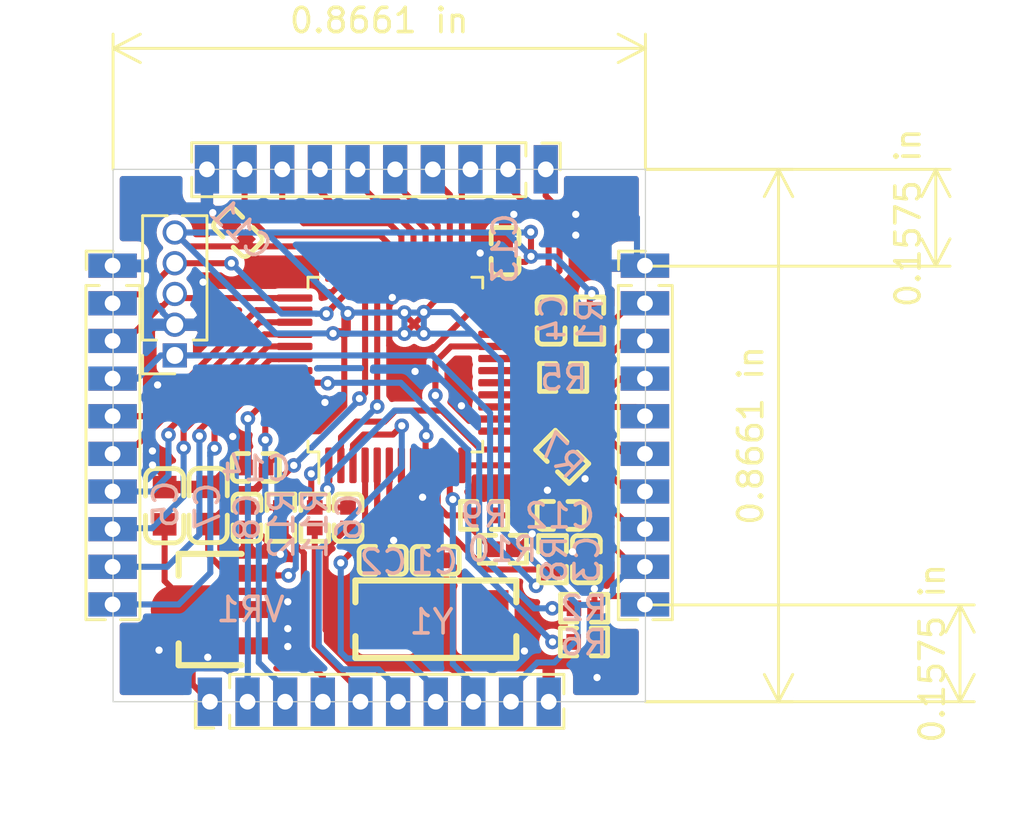
<source format=kicad_pcb>
(kicad_pcb (version 20171130) (host pcbnew 5.1.4-e60b266~84~ubuntu18.04.1)

  (general
    (thickness 1.6)
    (drawings 8)
    (tracks 674)
    (zones 0)
    (modules 30)
    (nets 45)
  )

  (page A4)
  (layers
    (0 F.Cu signal)
    (31 B.Cu signal)
    (32 B.Adhes user hide)
    (33 F.Adhes user hide)
    (34 B.Paste user hide)
    (35 F.Paste user hide)
    (36 B.SilkS user)
    (37 F.SilkS user)
    (38 B.Mask user hide)
    (39 F.Mask user hide)
    (40 Dwgs.User user hide)
    (41 Cmts.User user hide)
    (42 Eco1.User user hide)
    (43 Eco2.User user hide)
    (44 Edge.Cuts user)
    (45 Margin user hide)
    (46 B.CrtYd user hide)
    (47 F.CrtYd user hide)
    (48 B.Fab user hide)
    (49 F.Fab user hide)
  )

  (setup
    (last_trace_width 0.25)
    (trace_clearance 0.2)
    (zone_clearance 0.508)
    (zone_45_only no)
    (trace_min 0.2)
    (via_size 0.6)
    (via_drill 0.3)
    (via_min_size 0.6)
    (via_min_drill 0.3)
    (uvia_size 0.3)
    (uvia_drill 0.1)
    (uvias_allowed no)
    (uvia_min_size 0.2)
    (uvia_min_drill 0.1)
    (edge_width 0.05)
    (segment_width 0.2)
    (pcb_text_width 0.3)
    (pcb_text_size 1.5 1.5)
    (mod_edge_width 0.12)
    (mod_text_size 1 1)
    (mod_text_width 0.15)
    (pad_size 0.6 0.65)
    (pad_drill 0)
    (pad_to_mask_clearance 0.051)
    (solder_mask_min_width 0.25)
    (aux_axis_origin 0 0)
    (grid_origin 113.964 95.868)
    (visible_elements FFFFFF7F)
    (pcbplotparams
      (layerselection 0x010fc_ffffffff)
      (usegerberextensions false)
      (usegerberattributes false)
      (usegerberadvancedattributes false)
      (creategerberjobfile false)
      (excludeedgelayer true)
      (linewidth 0.100000)
      (plotframeref false)
      (viasonmask false)
      (mode 1)
      (useauxorigin false)
      (hpglpennumber 1)
      (hpglpenspeed 20)
      (hpglpendiameter 15.000000)
      (psnegative false)
      (psa4output false)
      (plotreference true)
      (plotvalue true)
      (plotinvisibletext false)
      (padsonsilk false)
      (subtractmaskfromsilk false)
      (outputformat 1)
      (mirror false)
      (drillshape 0)
      (scaleselection 1)
      (outputdirectory "Gerber/"))
  )

  (net 0 "")
  (net 1 "Net-(C1-Pad2)")
  (net 2 GND)
  (net 3 "Net-(C2-Pad2)")
  (net 4 /IF_NRESET)
  (net 5 "Net-(C6-Pad1)")
  (net 6 "Net-(C8-Pad1)")
  (net 7 +3V3)
  (net 8 /IF_SWDIO)
  (net 9 /IF_SWCLK)
  (net 10 /TGT_USB_D+)
  (net 11 /TGT_USB_D-)
  (net 12 "Net-(R6-Pad2)")
  (net 13 "Net-(R7-Pad2)")
  (net 14 "Net-(R10-Pad1)")
  (net 15 /STAMP_nSRESET)
  (net 16 +5V)
  (net 17 /STAMP_UART_RX)
  (net 18 /STAMP_UART_TX)
  (net 19 /STAMP_TDO)
  (net 20 /STAMP_TDI)
  (net 21 /STAMP_TMS\SWDIO)
  (net 22 /STAMP_TCLK\SWCLK)
  (net 23 /PA10)
  (net 24 /PA9)
  (net 25 /PA8)
  (net 26 /PB15)
  (net 27 /PB14)
  (net 28 /PB13)
  (net 29 /PB12)
  (net 30 /PB11)
  (net 31 /PB10)
  (net 32 /PB9)
  (net 33 /PB8)
  (net 34 /PB4)
  (net 35 /PB3)
  (net 36 /PA15)
  (net 37 /PA1)
  (net 38 /PC15)
  (net 39 /PC14)
  (net 40 "Net-(R5-Pad1)")
  (net 41 /PB6)
  (net 42 /PB7)
  (net 43 /PB5)
  (net 44 "Net-(R2-Pad1)")

  (net_class Default 这是默认网络类。
    (clearance 0.2)
    (trace_width 0.25)
    (via_dia 0.6)
    (via_drill 0.3)
    (uvia_dia 0.3)
    (uvia_drill 0.1)
    (add_net +3V3)
    (add_net +5V)
    (add_net /IF_NRESET)
    (add_net /IF_SWCLK)
    (add_net /IF_SWDIO)
    (add_net /PA1)
    (add_net /PA10)
    (add_net /PA15)
    (add_net /PA8)
    (add_net /PA9)
    (add_net /PB10)
    (add_net /PB11)
    (add_net /PB12)
    (add_net /PB13)
    (add_net /PB14)
    (add_net /PB15)
    (add_net /PB3)
    (add_net /PB4)
    (add_net /PB5)
    (add_net /PB6)
    (add_net /PB7)
    (add_net /PB8)
    (add_net /PB9)
    (add_net /PC14)
    (add_net /PC15)
    (add_net /STAMP_TCLK\SWCLK)
    (add_net /STAMP_TDI)
    (add_net /STAMP_TDO)
    (add_net /STAMP_TMS\SWDIO)
    (add_net /STAMP_UART_RX)
    (add_net /STAMP_UART_TX)
    (add_net /STAMP_nSRESET)
    (add_net /TGT_USB_D+)
    (add_net /TGT_USB_D-)
    (add_net GND)
    (add_net "Net-(C1-Pad2)")
    (add_net "Net-(C2-Pad2)")
    (add_net "Net-(C6-Pad1)")
    (add_net "Net-(C8-Pad1)")
    (add_net "Net-(R10-Pad1)")
    (add_net "Net-(R2-Pad1)")
    (add_net "Net-(R5-Pad1)")
    (add_net "Net-(R6-Pad2)")
    (add_net "Net-(R7-Pad2)")
  )

  (module lc_lib:stamp_01x10_1.27mm (layer F.Cu) (tedit 5DBC4C39) (tstamp 5DB57936)
    (at 135.964 77.868)
    (path /5DB71DB8)
    (fp_text reference J2 (at 0 -2) (layer F.SilkS) hide
      (effects (font (size 1 1) (thickness 0.15)))
    )
    (fp_text value Conn_01x10 (at -0.21 -2.15) (layer F.Fab)
      (effects (font (size 1 1) (thickness 0.15)))
    )
    (fp_line (start -1.04 -0.08) (end -1.05 14.54) (layer F.Fab) (width 0.1))
    (fp_line (start 1.06 -0.605) (end 1.05 14.54) (layer F.Fab) (width 0.1))
    (fp_line (start 1.11 0.8) (end 1.11 14.61) (layer F.SilkS) (width 0.12))
    (fp_line (start -1.12 0.8) (end -1.12 14.61) (layer F.SilkS) (width 0.12))
    (fp_line (start -1.11 0.14) (end -1.11 -0.62) (layer F.SilkS) (width 0.12))
    (fp_line (start -1.04 -0.08) (end -0.515 -0.605) (layer F.Fab) (width 0.1))
    (fp_line (start -0.515 -0.605) (end 1.06 -0.605) (layer F.Fab) (width 0.1))
    (fp_line (start 1.57 14.96) (end 1.56 -1.12) (layer F.CrtYd) (width 0.05))
    (fp_line (start -1.12 0.8) (end -0.573471 0.8) (layer F.SilkS) (width 0.12))
    (fp_text user %R (at 0.27 -4.03 180) (layer F.Fab)
      (effects (font (size 1 1) (thickness 0.15)))
    )
    (fp_line (start 1.05 14.54) (end -1.05 14.54) (layer F.Fab) (width 0.1))
    (fp_line (start 1.56 -1.12) (end -1.54 -1.12) (layer F.CrtYd) (width 0.05))
    (fp_line (start 0.30753 14.61) (end 1.11 14.61) (layer F.SilkS) (width 0.12))
    (fp_line (start -1.11 -0.62) (end 0 -0.62) (layer F.SilkS) (width 0.12))
    (fp_line (start 0.553471 0.8) (end 1.1 0.8) (layer F.SilkS) (width 0.12))
    (fp_line (start -1.53 14.96) (end 1.57 14.96) (layer F.CrtYd) (width 0.05))
    (fp_line (start -1.12 14.61) (end -0.31753 14.61) (layer F.SilkS) (width 0.12))
    (fp_line (start -1.54 -1.12) (end -1.53 14.96) (layer F.CrtYd) (width 0.05))
    (pad 6 thru_hole rect (at -0.02 7.757775) (size 2 1) (drill 0.65) (layers *.Cu *.Mask)
      (net 19 /STAMP_TDO))
    (pad 5 thru_hole rect (at -0.02 6.20222) (size 2 1) (drill 0.65) (layers *.Cu *.Mask)
      (net 20 /STAMP_TDI))
    (pad 4 thru_hole rect (at -0.02 4.646665) (size 2 1) (drill 0.65) (layers *.Cu *.Mask)
      (net 22 /STAMP_TCLK\SWCLK))
    (pad 9 thru_hole rect (at -0.02 12.42444) (size 2 1) (drill 0.65) (layers *.Cu *.Mask)
      (net 7 +3V3))
    (pad 10 thru_hole rect (at -0.02 13.98) (size 2 1) (drill 0.65) (layers *.Cu *.Mask)
      (net 2 GND))
    (pad 2 thru_hole rect (at -0.02 1.535555) (size 2 1) (drill 0.65) (layers *.Cu *.Mask)
      (net 15 /STAMP_nSRESET))
    (pad 3 thru_hole rect (at -0.02 3.09111) (size 2 1) (drill 0.65) (layers *.Cu *.Mask)
      (net 21 /STAMP_TMS\SWDIO))
    (pad 8 thru_hole rect (at -0.02 10.868885) (size 2 1) (drill 0.65) (layers *.Cu *.Mask)
      (net 17 /STAMP_UART_RX))
    (pad 1 thru_hole rect (at -0.02 -0.02) (size 2 1) (drill 0.65) (layers *.Cu *.Mask)
      (net 2 GND))
    (pad 7 thru_hole rect (at -0.02 9.31333) (size 2 1) (drill 0.65) (layers *.Cu *.Mask)
      (net 18 /STAMP_UART_TX))
  )

  (module lc_lib:stamp_01x10_1.27mm (layer F.Cu) (tedit 5DBC4C39) (tstamp 5DB88B0A)
    (at 113.964 77.868)
    (path /5DBA4E10)
    (fp_text reference J1 (at -3.81 2.54) (layer F.SilkS) hide
      (effects (font (size 1 1) (thickness 0.15)))
    )
    (fp_text value Conn_01x10 (at 0 -0.5) (layer F.Fab)
      (effects (font (size 1 1) (thickness 0.15)))
    )
    (fp_line (start -1.04 -0.08) (end -1.05 14.54) (layer F.Fab) (width 0.1))
    (fp_line (start 1.06 -0.605) (end 1.05 14.54) (layer F.Fab) (width 0.1))
    (fp_line (start 1.11 0.8) (end 1.11 14.61) (layer F.SilkS) (width 0.12))
    (fp_line (start -1.12 0.8) (end -1.12 14.61) (layer F.SilkS) (width 0.12))
    (fp_line (start -1.11 0.14) (end -1.11 -0.62) (layer F.SilkS) (width 0.12))
    (fp_line (start -1.04 -0.08) (end -0.515 -0.605) (layer F.Fab) (width 0.1))
    (fp_line (start -0.515 -0.605) (end 1.06 -0.605) (layer F.Fab) (width 0.1))
    (fp_line (start 1.57 14.96) (end 1.56 -1.12) (layer F.CrtYd) (width 0.05))
    (fp_line (start -1.12 0.8) (end -0.573471 0.8) (layer F.SilkS) (width 0.12))
    (fp_text user %R (at 0 9 90) (layer F.Fab)
      (effects (font (size 1 1) (thickness 0.15)))
    )
    (fp_line (start 1.05 14.54) (end -1.05 14.54) (layer F.Fab) (width 0.1))
    (fp_line (start 1.56 -1.12) (end -1.54 -1.12) (layer F.CrtYd) (width 0.05))
    (fp_line (start 0.30753 14.61) (end 1.11 14.61) (layer F.SilkS) (width 0.12))
    (fp_line (start -1.11 -0.62) (end 0 -0.62) (layer F.SilkS) (width 0.12))
    (fp_line (start 0.553471 0.8) (end 1.1 0.8) (layer F.SilkS) (width 0.12))
    (fp_line (start -1.53 14.96) (end 1.57 14.96) (layer F.CrtYd) (width 0.05))
    (fp_line (start -1.12 14.61) (end -0.31753 14.61) (layer F.SilkS) (width 0.12))
    (fp_line (start -1.54 -1.12) (end -1.53 14.96) (layer F.CrtYd) (width 0.05))
    (fp_text user J* (at 0 -2.5) (layer F.SilkS) hide
      (effects (font (size 1 1) (thickness 0.15)))
    )
    (fp_text user Conn_01x10 (at 0 20.5) (layer F.Fab)
      (effects (font (size 1 1) (thickness 0.15)))
    )
    (pad 6 thru_hole rect (at -0.02 7.757775) (size 2 1) (drill 0.65) (layers *.Cu *.Mask)
      (net 35 /PB3))
    (pad 5 thru_hole rect (at -0.02 6.20222) (size 2 1) (drill 0.65) (layers *.Cu *.Mask)
      (net 36 /PA15))
    (pad 4 thru_hole rect (at -0.02 4.646665) (size 2 1) (drill 0.65) (layers *.Cu *.Mask)
      (net 4 /IF_NRESET))
    (pad 9 thru_hole rect (at -0.02 12.42444) (size 2 1) (drill 0.65) (layers *.Cu *.Mask)
      (net 41 /PB6))
    (pad 10 thru_hole rect (at -0.02 13.98) (size 2 1) (drill 0.65) (layers *.Cu *.Mask)
      (net 42 /PB7))
    (pad 2 thru_hole rect (at -0.02 1.535555) (size 2 1) (drill 0.65) (layers *.Cu *.Mask)
      (net 8 /IF_SWDIO))
    (pad 3 thru_hole rect (at -0.02 3.09111) (size 2 1) (drill 0.65) (layers *.Cu *.Mask)
      (net 9 /IF_SWCLK))
    (pad 8 thru_hole rect (at -0.02 10.868885) (size 2 1) (drill 0.65) (layers *.Cu *.Mask)
      (net 43 /PB5))
    (pad 1 thru_hole rect (at -0.02 -0.02) (size 2 1) (drill 0.65) (layers *.Cu *.Mask)
      (net 2 GND))
    (pad 7 thru_hole rect (at -0.02 9.31333) (size 2 1) (drill 0.65) (layers *.Cu *.Mask)
      (net 34 /PB4))
  )

  (module lc_lib:stamp_01x10_1.27mm (layer F.Cu) (tedit 5DBC4C39) (tstamp 5DB57972)
    (at 117.984 95.848 90)
    (path /5DEBDC52)
    (fp_text reference J4 (at -3.81 2.54 90) (layer F.SilkS) hide
      (effects (font (size 1 1) (thickness 0.15)))
    )
    (fp_text value Conn_01x10 (at 0 -0.5 90) (layer F.Fab)
      (effects (font (size 1 1) (thickness 0.15)))
    )
    (fp_line (start -1.04 -0.08) (end -1.05 14.54) (layer F.Fab) (width 0.1))
    (fp_line (start 1.06 -0.605) (end 1.05 14.54) (layer F.Fab) (width 0.1))
    (fp_line (start 1.11 0.8) (end 1.11 14.61) (layer F.SilkS) (width 0.12))
    (fp_line (start -1.12 0.8) (end -1.12 14.61) (layer F.SilkS) (width 0.12))
    (fp_line (start -1.11 0.14) (end -1.11 -0.62) (layer F.SilkS) (width 0.12))
    (fp_line (start -1.04 -0.08) (end -0.515 -0.605) (layer F.Fab) (width 0.1))
    (fp_line (start -0.515 -0.605) (end 1.06 -0.605) (layer F.Fab) (width 0.1))
    (fp_line (start 1.57 14.96) (end 1.56 -1.12) (layer F.CrtYd) (width 0.05))
    (fp_line (start -1.12 0.8) (end -0.573471 0.8) (layer F.SilkS) (width 0.12))
    (fp_text user %R (at 0 9) (layer F.Fab)
      (effects (font (size 1 1) (thickness 0.15)))
    )
    (fp_line (start 1.05 14.54) (end -1.05 14.54) (layer F.Fab) (width 0.1))
    (fp_line (start 1.56 -1.12) (end -1.54 -1.12) (layer F.CrtYd) (width 0.05))
    (fp_line (start 0.30753 14.61) (end 1.11 14.61) (layer F.SilkS) (width 0.12))
    (fp_line (start -1.11 -0.62) (end 0 -0.62) (layer F.SilkS) (width 0.12))
    (fp_line (start 0.553471 0.8) (end 1.1 0.8) (layer F.SilkS) (width 0.12))
    (fp_line (start -1.53 14.96) (end 1.57 14.96) (layer F.CrtYd) (width 0.05))
    (fp_line (start -1.12 14.61) (end -0.31753 14.61) (layer F.SilkS) (width 0.12))
    (fp_line (start -1.54 -1.12) (end -1.53 14.96) (layer F.CrtYd) (width 0.05))
    (fp_text user J* (at 0 -2.5 90) (layer F.SilkS) hide
      (effects (font (size 1 1) (thickness 0.15)))
    )
    (fp_text user Conn_01x10 (at 0 20.5 90) (layer F.Fab)
      (effects (font (size 1 1) (thickness 0.15)))
    )
    (pad 6 thru_hole rect (at -0.02 7.757775 90) (size 2 1) (drill 0.65) (layers *.Cu *.Mask)
      (net 39 /PC14))
    (pad 5 thru_hole rect (at -0.02 6.20222 90) (size 2 1) (drill 0.65) (layers *.Cu *.Mask)
      (net 10 /TGT_USB_D+))
    (pad 4 thru_hole rect (at -0.02 4.646665 90) (size 2 1) (drill 0.65) (layers *.Cu *.Mask)
      (net 11 /TGT_USB_D-))
    (pad 9 thru_hole rect (at -0.02 12.42444 90) (size 2 1) (drill 0.65) (layers *.Cu *.Mask)
      (net 7 +3V3))
    (pad 10 thru_hole rect (at -0.02 13.98 90) (size 2 1) (drill 0.65) (layers *.Cu *.Mask)
      (net 2 GND))
    (pad 2 thru_hole rect (at -0.02 1.535555 90) (size 2 1) (drill 0.65) (layers *.Cu *.Mask)
      (net 33 /PB8))
    (pad 3 thru_hole rect (at -0.02 3.09111 90) (size 2 1) (drill 0.65) (layers *.Cu *.Mask)
      (net 32 /PB9))
    (pad 8 thru_hole rect (at -0.02 10.868885 90) (size 2 1) (drill 0.65) (layers *.Cu *.Mask)
      (net 37 /PA1))
    (pad 1 thru_hole rect (at -0.02 -0.02 90) (size 2 1) (drill 0.65) (layers *.Cu *.Mask)
      (net 16 +5V))
    (pad 7 thru_hole rect (at -0.02 9.31333 90) (size 2 1) (drill 0.65) (layers *.Cu *.Mask)
      (net 38 /PC15))
  )

  (module lc_lib:stamp_01x10_1.27mm (layer F.Cu) (tedit 5DBC4C39) (tstamp 5DB57954)
    (at 131.824 73.888 270)
    (path /5DE9B523)
    (fp_text reference J3 (at -3.81 2.54 90) (layer F.SilkS) hide
      (effects (font (size 1 1) (thickness 0.15)))
    )
    (fp_text value Conn_01x10 (at 0 -0.5 90) (layer F.Fab)
      (effects (font (size 1 1) (thickness 0.15)))
    )
    (fp_line (start -1.04 -0.08) (end -1.05 14.54) (layer F.Fab) (width 0.1))
    (fp_line (start 1.06 -0.605) (end 1.05 14.54) (layer F.Fab) (width 0.1))
    (fp_line (start 1.11 0.8) (end 1.11 14.61) (layer F.SilkS) (width 0.12))
    (fp_line (start -1.12 0.8) (end -1.12 14.61) (layer F.SilkS) (width 0.12))
    (fp_line (start -1.11 0.14) (end -1.11 -0.62) (layer F.SilkS) (width 0.12))
    (fp_line (start -1.04 -0.08) (end -0.515 -0.605) (layer F.Fab) (width 0.1))
    (fp_line (start -0.515 -0.605) (end 1.06 -0.605) (layer F.Fab) (width 0.1))
    (fp_line (start 1.57 14.96) (end 1.56 -1.12) (layer F.CrtYd) (width 0.05))
    (fp_line (start -1.12 0.8) (end -0.573471 0.8) (layer F.SilkS) (width 0.12))
    (fp_text user %R (at 0 9) (layer F.Fab)
      (effects (font (size 1 1) (thickness 0.15)))
    )
    (fp_line (start 1.05 14.54) (end -1.05 14.54) (layer F.Fab) (width 0.1))
    (fp_line (start 1.56 -1.12) (end -1.54 -1.12) (layer F.CrtYd) (width 0.05))
    (fp_line (start 0.30753 14.61) (end 1.11 14.61) (layer F.SilkS) (width 0.12))
    (fp_line (start -1.11 -0.62) (end 0 -0.62) (layer F.SilkS) (width 0.12))
    (fp_line (start 0.553471 0.8) (end 1.1 0.8) (layer F.SilkS) (width 0.12))
    (fp_line (start -1.53 14.96) (end 1.57 14.96) (layer F.CrtYd) (width 0.05))
    (fp_line (start -1.12 14.61) (end -0.31753 14.61) (layer F.SilkS) (width 0.12))
    (fp_line (start -1.54 -1.12) (end -1.53 14.96) (layer F.CrtYd) (width 0.05))
    (fp_text user J* (at 0 -2.5 90) (layer F.SilkS) hide
      (effects (font (size 1 1) (thickness 0.15)))
    )
    (fp_text user Conn_01x10 (at 0 20.5 90) (layer F.Fab)
      (effects (font (size 1 1) (thickness 0.15)))
    )
    (pad 6 thru_hole rect (at -0.02 7.757775 270) (size 2 1) (drill 0.65) (layers *.Cu *.Mask)
      (net 26 /PB15))
    (pad 5 thru_hole rect (at -0.02 6.20222 270) (size 2 1) (drill 0.65) (layers *.Cu *.Mask)
      (net 27 /PB14))
    (pad 4 thru_hole rect (at -0.02 4.646665 270) (size 2 1) (drill 0.65) (layers *.Cu *.Mask)
      (net 28 /PB13))
    (pad 9 thru_hole rect (at -0.02 12.42444 270) (size 2 1) (drill 0.65) (layers *.Cu *.Mask)
      (net 23 /PA10))
    (pad 10 thru_hole rect (at -0.02 13.98 270) (size 2 1) (drill 0.65) (layers *.Cu *.Mask)
      (net 2 GND))
    (pad 2 thru_hole rect (at -0.02 1.535555 270) (size 2 1) (drill 0.65) (layers *.Cu *.Mask)
      (net 30 /PB11))
    (pad 3 thru_hole rect (at -0.02 3.09111 270) (size 2 1) (drill 0.65) (layers *.Cu *.Mask)
      (net 29 /PB12))
    (pad 8 thru_hole rect (at -0.02 10.868885 270) (size 2 1) (drill 0.65) (layers *.Cu *.Mask)
      (net 24 /PA9))
    (pad 1 thru_hole rect (at -0.02 -0.02 270) (size 2 1) (drill 0.65) (layers *.Cu *.Mask)
      (net 31 /PB10))
    (pad 7 thru_hole rect (at -0.02 9.31333 270) (size 2 1) (drill 0.65) (layers *.Cu *.Mask)
      (net 25 /PA8))
  )

  (module lc_lib:0402_R (layer F.Cu) (tedit 58AA841A) (tstamp 5DB57A22)
    (at 122.298 88.264 270)
    (path /5DA9F59C)
    (fp_text reference R11 (at 0.254 -0.006 90) (layer B.SilkS)
      (effects (font (size 1 1) (thickness 0.15)) (justify mirror))
    )
    (fp_text value 0402_33Ω__33R0_1% (at 0.696657 3.173724 90) (layer F.Fab)
      (effects (font (size 1 1) (thickness 0.15)))
    )
    (fp_line (start -0.975 0.575) (end -0.975 -0.575) (layer F.SilkS) (width 0.2))
    (fp_line (start 0.975 0.575) (end 0.975 -0.575) (layer F.SilkS) (width 0.2))
    (fp_line (start -0.975 -0.575) (end -0.3 -0.575) (layer F.SilkS) (width 0.2))
    (fp_line (start 0.3 -0.575) (end 0.975 -0.575) (layer F.SilkS) (width 0.2))
    (fp_line (start -0.975 0.575) (end -0.3 0.575) (layer F.SilkS) (width 0.2))
    (fp_line (start 0.3 0.575) (end 0.975 0.575) (layer F.SilkS) (width 0.2))
    (fp_line (start -1.025 -0.625) (end 1.025 -0.625) (layer F.CrtYd) (width 0.05))
    (fp_line (start 1.025 -0.625) (end 1.025 0.625) (layer F.CrtYd) (width 0.05))
    (fp_line (start 1.025 0.625) (end -1.025 0.625) (layer F.CrtYd) (width 0.05))
    (fp_line (start -1.025 0.625) (end -1.025 -0.625) (layer F.CrtYd) (width 0.05))
    (pad 1 smd rect (at -0.425 0 270) (size 0.6 0.65) (layers F.Cu F.Paste F.Mask)
      (net 5 "Net-(C6-Pad1)"))
    (pad 2 smd rect (at 0.425 0 270) (size 0.6 0.65) (layers F.Cu F.Paste F.Mask)
      (net 10 /TGT_USB_D+))
    (model ${KISYS3DMOD}/Resistors_SMD.3dshapes/R_0402.step
      (at (xyz 0 0 0))
      (scale (xyz 1 1 1))
      (rotate (xyz 0 0 0))
    )
  )

  (module lc_lib:0402_R (layer F.Cu) (tedit 58AA841A) (tstamp 5DB88C30)
    (at 133.434 92.008)
    (path /5DEAFFAC)
    (fp_text reference R2 (at -0.01 0) (layer B.SilkS)
      (effects (font (size 1 1) (thickness 0.15)) (justify mirror))
    )
    (fp_text value 0402_10KΩ__1002_1% (at 0.696657 3.173724) (layer F.Fab)
      (effects (font (size 1 1) (thickness 0.15)))
    )
    (fp_line (start -1.025 0.625) (end -1.025 -0.625) (layer F.CrtYd) (width 0.05))
    (fp_line (start 1.025 0.625) (end -1.025 0.625) (layer F.CrtYd) (width 0.05))
    (fp_line (start 1.025 -0.625) (end 1.025 0.625) (layer F.CrtYd) (width 0.05))
    (fp_line (start -1.025 -0.625) (end 1.025 -0.625) (layer F.CrtYd) (width 0.05))
    (fp_line (start 0.3 0.575) (end 0.975 0.575) (layer F.SilkS) (width 0.2))
    (fp_line (start -0.975 0.575) (end -0.3 0.575) (layer F.SilkS) (width 0.2))
    (fp_line (start 0.3 -0.575) (end 0.975 -0.575) (layer F.SilkS) (width 0.2))
    (fp_line (start -0.975 -0.575) (end -0.3 -0.575) (layer F.SilkS) (width 0.2))
    (fp_line (start 0.975 0.575) (end 0.975 -0.575) (layer F.SilkS) (width 0.2))
    (fp_line (start -0.975 0.575) (end -0.975 -0.575) (layer F.SilkS) (width 0.2))
    (pad 2 smd rect (at 0.425 0) (size 0.6 0.65) (layers F.Cu F.Paste F.Mask)
      (net 2 GND))
    (pad 1 smd rect (at -0.425 0) (size 0.6 0.65) (layers F.Cu F.Paste F.Mask)
      (net 44 "Net-(R2-Pad1)"))
    (model ${KISYS3DMOD}/Resistors_SMD.3dshapes/R_0402.step
      (at (xyz 0 0 0))
      (scale (xyz 1 1 1))
      (rotate (xyz 0 0 0))
    )
  )

  (module Connector_PinSocket_1.27mm:PinSocket_1x05_P1.27mm_Vertical (layer F.Cu) (tedit 5A19A421) (tstamp 5DB578EE)
    (at 116.514 81.558 180)
    (descr "Through hole straight socket strip, 1x05, 1.27mm pitch, single row (from Kicad 4.0.7), script generated")
    (tags "Through hole socket strip THT 1x05 1.27mm single row")
    (path /5DB49C7D)
    (fp_text reference IF_SWD1 (at -2.23 2.94 90 unlocked) (layer B.SilkS) hide
      (effects (font (size 1 1) (thickness 0.15)) (justify mirror))
    )
    (fp_text value Conn_01x05 (at 0 7.215) (layer F.Fab)
      (effects (font (size 1 1) (thickness 0.15)))
    )
    (fp_text user %R (at 0 2.54 90) (layer F.Fab)
      (effects (font (size 1 1) (thickness 0.15)))
    )
    (fp_line (start -1.8 6.2) (end -1.8 -1.15) (layer F.CrtYd) (width 0.05))
    (fp_line (start 1.75 6.2) (end -1.8 6.2) (layer F.CrtYd) (width 0.05))
    (fp_line (start 1.75 -1.15) (end 1.75 6.2) (layer F.CrtYd) (width 0.05))
    (fp_line (start -1.8 -1.15) (end 1.75 -1.15) (layer F.CrtYd) (width 0.05))
    (fp_line (start 0 -0.76) (end 1.33 -0.76) (layer F.SilkS) (width 0.12))
    (fp_line (start 1.33 -0.76) (end 1.33 0) (layer F.SilkS) (width 0.12))
    (fp_line (start 1.33 0.635) (end 1.33 5.775) (layer F.SilkS) (width 0.12))
    (fp_line (start 0.30753 5.775) (end 1.33 5.775) (layer F.SilkS) (width 0.12))
    (fp_line (start -1.33 5.775) (end -0.30753 5.775) (layer F.SilkS) (width 0.12))
    (fp_line (start -1.33 0.635) (end -1.33 5.775) (layer F.SilkS) (width 0.12))
    (fp_line (start 0.76 0.635) (end 1.33 0.635) (layer F.SilkS) (width 0.12))
    (fp_line (start -1.33 0.635) (end -0.76 0.635) (layer F.SilkS) (width 0.12))
    (fp_line (start -1.27 5.715) (end -1.27 -0.635) (layer F.Fab) (width 0.1))
    (fp_line (start 1.27 5.715) (end -1.27 5.715) (layer F.Fab) (width 0.1))
    (fp_line (start 1.27 0) (end 1.27 5.715) (layer F.Fab) (width 0.1))
    (fp_line (start 0.635 -0.635) (end 1.27 0) (layer F.Fab) (width 0.1))
    (fp_line (start -1.27 -0.635) (end 0.635 -0.635) (layer F.Fab) (width 0.1))
    (pad 5 thru_hole oval (at 0 5.08 180) (size 1 1) (drill 0.7) (layers *.Cu *.Mask)
      (net 7 +3V3))
    (pad 4 thru_hole oval (at 0 3.81 180) (size 1 1) (drill 0.7) (layers *.Cu *.Mask)
      (net 8 /IF_SWDIO))
    (pad 3 thru_hole oval (at 0 2.54 180) (size 1 1) (drill 0.7) (layers *.Cu *.Mask)
      (net 9 /IF_SWCLK))
    (pad 2 thru_hole oval (at 0 1.27 180) (size 1 1) (drill 0.7) (layers *.Cu *.Mask)
      (net 2 GND))
    (pad 1 thru_hole rect (at 0 0 180) (size 1 1) (drill 0.7) (layers *.Cu *.Mask)
      (net 4 /IF_NRESET))
    (model ${KISYS3DMOD}/Connector_PinSocket_1.27mm.3dshapes/PinSocket_1x05_P1.27mm_Vertical.wrl
      (at (xyz 0 0 0))
      (scale (xyz 1 1 1))
      (rotate (xyz 0 0 0))
    )
  )

  (module lc_lib:SMD-5032_2P (layer F.Cu) (tedit 58AA841A) (tstamp 5DB57AB7)
    (at 127.304 92.458 180)
    (path /5DB69F13)
    (fp_text reference Y1 (at 0.18 -0.11) (layer B.SilkS)
      (effects (font (size 1 1) (thickness 0.15)) (justify mirror))
    )
    (fp_text value SMD-5032_2P_8MHz_20ppm_20pF (at -0.203962 4.225724) (layer F.Fab)
      (effects (font (size 1 1) (thickness 0.15)))
    )
    (fp_line (start -3.375 1.65) (end -3.375 -1.65) (layer F.CrtYd) (width 0.05))
    (fp_line (start 3.375 1.65) (end -3.375 1.65) (layer F.CrtYd) (width 0.05))
    (fp_line (start 3.375 -1.65) (end 3.375 1.65) (layer F.CrtYd) (width 0.05))
    (fp_line (start -3.375 -1.65) (end 3.375 -1.65) (layer F.CrtYd) (width 0.05))
    (fp_line (start -3.325 -1.6) (end 3.325 -1.6) (layer F.SilkS) (width 0.254))
    (fp_line (start -3.325 -0.7) (end -3.325 -1.6) (layer F.SilkS) (width 0.254))
    (fp_line (start 3.325 -0.7) (end 3.325 -1.6) (layer F.SilkS) (width 0.254))
    (fp_line (start -3.325 1.6) (end -3.325 0.7) (layer F.SilkS) (width 0.254))
    (fp_line (start 3.325 1.6) (end 3.325 0.7) (layer F.SilkS) (width 0.254))
    (fp_line (start -3.325 1.6) (end 3.325 1.6) (layer F.SilkS) (width 0.254))
    (fp_line (start 2.5 1.6) (end 2.5 -1.6) (layer F.Fab) (width 0.1))
    (fp_line (start -2.5 1.6) (end -2.5 -1.6) (layer F.Fab) (width 0.1))
    (fp_line (start -2.5 1.6) (end 2.5 1.6) (layer F.Fab) (width 0.1))
    (fp_line (start -2.5 -1.6) (end 2.5 -1.6) (layer F.Fab) (width 0.1))
    (pad 2 smd rect (at 2.05 0 270) (size 2.4 1.9) (layers F.Cu F.Paste F.Mask)
      (net 3 "Net-(C2-Pad2)"))
    (pad 1 smd rect (at -2.05 0 270) (size 2.4 1.9) (layers F.Cu F.Paste F.Mask)
      (net 1 "Net-(C1-Pad2)"))
    (model ${KISYS3DMOD}/Crystals.3dshapes/Crystal_SMD_5032-2pin_5.0x3.2mm.step
      (at (xyz 0 0 0))
      (scale (xyz 1 1 1))
      (rotate (xyz 0 0 0))
    )
  )

  (module "lc_lib:SOT-89(SOT-89-3)" (layer F.Cu) (tedit 58AA841A) (tstamp 5DB57AA1)
    (at 119.774 92.058)
    (path /5DB97F0A)
    (fp_text reference VR1 (at -0.13 0) (layer B.SilkS)
      (effects (font (size 1 1) (thickness 0.15)) (justify mirror))
    )
    (fp_text value SOT-89_HT7533-1 (at 0.372819 4.925724) (layer F.Fab)
      (effects (font (size 1 1) (thickness 0.15)))
    )
    (fp_line (start -4.3 2.35) (end -4.3 -2.35) (layer F.CrtYd) (width 0.05))
    (fp_line (start 1 2.35) (end -4.3 2.35) (layer F.CrtYd) (width 0.05))
    (fp_line (start 1 -2.35) (end 1 2.35) (layer F.CrtYd) (width 0.05))
    (fp_line (start -4.3 -2.35) (end 1 -2.35) (layer F.CrtYd) (width 0.05))
    (fp_line (start -3.1 2.3) (end -0.5 2.3) (layer F.SilkS) (width 0.254))
    (fp_line (start -3.1 2.3) (end -3.1 1.4) (layer F.SilkS) (width 0.254))
    (fp_line (start -3.1 -2.3) (end -0.5 -2.3) (layer F.SilkS) (width 0.254))
    (fp_line (start -3.1 -1.4) (end -3.1 -2.3) (layer F.SilkS) (width 0.254))
    (fp_line (start -0.505 2.3) (end -0.505 -2.3) (layer F.Fab) (width 0.1))
    (fp_line (start -3.095 2.3) (end -3.095 -2.3) (layer F.Fab) (width 0.1))
    (fp_line (start -3.095 2.3) (end -0.505 2.3) (layer F.Fab) (width 0.1))
    (fp_line (start -3.095 -2.3) (end -0.505 -2.3) (layer F.Fab) (width 0.1))
    (pad 3 smd oval (at 0 -1.5 270) (size 0.7 1.9) (layers F.Cu F.Paste F.Mask)
      (net 7 +3V3))
    (pad 2 smd oval (at -2.5 0 270) (size 2 3.5) (layers F.Cu F.Paste F.Mask)
      (net 16 +5V))
    (pad 2 smd oval (at -0.1 0 270) (size 0.7 2.1) (layers F.Cu F.Paste F.Mask)
      (net 16 +5V))
    (pad 1 smd oval (at 0 1.5 270) (size 0.7 1.9) (layers F.Cu F.Paste F.Mask)
      (net 2 GND))
  )

  (module Package_QFP:LQFP-48_7x7mm_P0.5mm (layer F.Cu) (tedit 5C18330E) (tstamp 5DB57A8D)
    (at 125.629 81.9365 90)
    (descr "LQFP, 48 Pin (https://www.analog.com/media/en/technical-documentation/data-sheets/ltc2358-16.pdf), generated with kicad-footprint-generator ipc_gullwing_generator.py")
    (tags "LQFP QFP")
    (path /5D9901D4)
    (attr smd)
    (fp_text reference U1 (at 0.0385 -0.035 90) (layer B.SilkS) hide
      (effects (font (size 1 1) (thickness 0.15)))
    )
    (fp_text value STM32F103CBTx (at 0 5.85 90) (layer F.Fab)
      (effects (font (size 1 1) (thickness 0.15)))
    )
    (fp_line (start 3.16 3.61) (end 3.61 3.61) (layer F.SilkS) (width 0.12))
    (fp_line (start 3.61 3.61) (end 3.61 3.16) (layer F.SilkS) (width 0.12))
    (fp_line (start -3.16 3.61) (end -3.61 3.61) (layer F.SilkS) (width 0.12))
    (fp_line (start -3.61 3.61) (end -3.61 3.16) (layer F.SilkS) (width 0.12))
    (fp_line (start 3.16 -3.61) (end 3.61 -3.61) (layer F.SilkS) (width 0.12))
    (fp_line (start 3.61 -3.61) (end 3.61 -3.16) (layer F.SilkS) (width 0.12))
    (fp_line (start -3.16 -3.61) (end -3.61 -3.61) (layer F.SilkS) (width 0.12))
    (fp_line (start -3.61 -3.61) (end -3.61 -3.16) (layer F.SilkS) (width 0.12))
    (fp_line (start -3.61 -3.16) (end -4.9 -3.16) (layer F.SilkS) (width 0.12))
    (fp_line (start -2.5 -3.5) (end 3.5 -3.5) (layer F.Fab) (width 0.1))
    (fp_line (start 3.5 -3.5) (end 3.5 3.5) (layer F.Fab) (width 0.1))
    (fp_line (start 3.5 3.5) (end -3.5 3.5) (layer F.Fab) (width 0.1))
    (fp_line (start -3.5 3.5) (end -3.5 -2.5) (layer F.Fab) (width 0.1))
    (fp_line (start -3.5 -2.5) (end -2.5 -3.5) (layer F.Fab) (width 0.1))
    (fp_line (start 0 -5.15) (end -3.15 -5.15) (layer F.CrtYd) (width 0.05))
    (fp_line (start -3.15 -5.15) (end -3.15 -3.75) (layer F.CrtYd) (width 0.05))
    (fp_line (start -3.15 -3.75) (end -3.75 -3.75) (layer F.CrtYd) (width 0.05))
    (fp_line (start -3.75 -3.75) (end -3.75 -3.15) (layer F.CrtYd) (width 0.05))
    (fp_line (start -3.75 -3.15) (end -5.15 -3.15) (layer F.CrtYd) (width 0.05))
    (fp_line (start -5.15 -3.15) (end -5.15 0) (layer F.CrtYd) (width 0.05))
    (fp_line (start 0 -5.15) (end 3.15 -5.15) (layer F.CrtYd) (width 0.05))
    (fp_line (start 3.15 -5.15) (end 3.15 -3.75) (layer F.CrtYd) (width 0.05))
    (fp_line (start 3.15 -3.75) (end 3.75 -3.75) (layer F.CrtYd) (width 0.05))
    (fp_line (start 3.75 -3.75) (end 3.75 -3.15) (layer F.CrtYd) (width 0.05))
    (fp_line (start 3.75 -3.15) (end 5.15 -3.15) (layer F.CrtYd) (width 0.05))
    (fp_line (start 5.15 -3.15) (end 5.15 0) (layer F.CrtYd) (width 0.05))
    (fp_line (start 0 5.15) (end -3.15 5.15) (layer F.CrtYd) (width 0.05))
    (fp_line (start -3.15 5.15) (end -3.15 3.75) (layer F.CrtYd) (width 0.05))
    (fp_line (start -3.15 3.75) (end -3.75 3.75) (layer F.CrtYd) (width 0.05))
    (fp_line (start -3.75 3.75) (end -3.75 3.15) (layer F.CrtYd) (width 0.05))
    (fp_line (start -3.75 3.15) (end -5.15 3.15) (layer F.CrtYd) (width 0.05))
    (fp_line (start -5.15 3.15) (end -5.15 0) (layer F.CrtYd) (width 0.05))
    (fp_line (start 0 5.15) (end 3.15 5.15) (layer F.CrtYd) (width 0.05))
    (fp_line (start 3.15 5.15) (end 3.15 3.75) (layer F.CrtYd) (width 0.05))
    (fp_line (start 3.15 3.75) (end 3.75 3.75) (layer F.CrtYd) (width 0.05))
    (fp_line (start 3.75 3.75) (end 3.75 3.15) (layer F.CrtYd) (width 0.05))
    (fp_line (start 3.75 3.15) (end 5.15 3.15) (layer F.CrtYd) (width 0.05))
    (fp_line (start 5.15 3.15) (end 5.15 0) (layer F.CrtYd) (width 0.05))
    (fp_text user %R (at 0 0 90) (layer F.Fab)
      (effects (font (size 1 1) (thickness 0.15)))
    )
    (pad 1 smd roundrect (at -4.1625 -2.75 90) (size 1.475 0.3) (layers F.Cu F.Paste F.Mask) (roundrect_rratio 0.25)
      (net 7 +3V3))
    (pad 2 smd roundrect (at -4.1625 -2.25 90) (size 1.475 0.3) (layers F.Cu F.Paste F.Mask) (roundrect_rratio 0.25)
      (net 13 "Net-(R7-Pad2)"))
    (pad 3 smd roundrect (at -4.1625 -1.75 90) (size 1.475 0.3) (layers F.Cu F.Paste F.Mask) (roundrect_rratio 0.25)
      (net 39 /PC14))
    (pad 4 smd roundrect (at -4.1625 -1.25 90) (size 1.475 0.3) (layers F.Cu F.Paste F.Mask) (roundrect_rratio 0.25)
      (net 38 /PC15))
    (pad 5 smd roundrect (at -4.1625 -0.75 90) (size 1.475 0.3) (layers F.Cu F.Paste F.Mask) (roundrect_rratio 0.25)
      (net 3 "Net-(C2-Pad2)"))
    (pad 6 smd roundrect (at -4.1625 -0.25 90) (size 1.475 0.3) (layers F.Cu F.Paste F.Mask) (roundrect_rratio 0.25)
      (net 1 "Net-(C1-Pad2)"))
    (pad 7 smd roundrect (at -4.1625 0.25 90) (size 1.475 0.3) (layers F.Cu F.Paste F.Mask) (roundrect_rratio 0.25)
      (net 4 /IF_NRESET))
    (pad 8 smd roundrect (at -4.1625 0.75 90) (size 1.475 0.3) (layers F.Cu F.Paste F.Mask) (roundrect_rratio 0.25)
      (net 2 GND))
    (pad 9 smd roundrect (at -4.1625 1.25 90) (size 1.475 0.3) (layers F.Cu F.Paste F.Mask) (roundrect_rratio 0.25)
      (net 7 +3V3))
    (pad 10 smd roundrect (at -4.1625 1.75 90) (size 1.475 0.3) (layers F.Cu F.Paste F.Mask) (roundrect_rratio 0.25)
      (net 14 "Net-(R10-Pad1)"))
    (pad 11 smd roundrect (at -4.1625 2.25 90) (size 1.475 0.3) (layers F.Cu F.Paste F.Mask) (roundrect_rratio 0.25)
      (net 37 /PA1))
    (pad 12 smd roundrect (at -4.1625 2.75 90) (size 1.475 0.3) (layers F.Cu F.Paste F.Mask) (roundrect_rratio 0.25)
      (net 17 /STAMP_UART_RX))
    (pad 13 smd roundrect (at -2.75 4.1625 90) (size 0.3 1.475) (layers F.Cu F.Paste F.Mask) (roundrect_rratio 0.25)
      (net 18 /STAMP_UART_TX))
    (pad 14 smd roundrect (at -2.25 4.1625 90) (size 0.3 1.475) (layers F.Cu F.Paste F.Mask) (roundrect_rratio 0.25)
      (net 19 /STAMP_TDO))
    (pad 15 smd roundrect (at -1.75 4.1625 90) (size 0.3 1.475) (layers F.Cu F.Paste F.Mask) (roundrect_rratio 0.25)
      (net 20 /STAMP_TDI))
    (pad 16 smd roundrect (at -1.25 4.1625 90) (size 0.3 1.475) (layers F.Cu F.Paste F.Mask) (roundrect_rratio 0.25)
      (net 22 /STAMP_TCLK\SWCLK))
    (pad 17 smd roundrect (at -0.75 4.1625 90) (size 0.3 1.475) (layers F.Cu F.Paste F.Mask) (roundrect_rratio 0.25)
      (net 40 "Net-(R5-Pad1)"))
    (pad 18 smd roundrect (at -0.25 4.1625 90) (size 0.3 1.475) (layers F.Cu F.Paste F.Mask) (roundrect_rratio 0.25)
      (net 21 /STAMP_TMS\SWDIO))
    (pad 19 smd roundrect (at 0.25 4.1625 90) (size 0.3 1.475) (layers F.Cu F.Paste F.Mask) (roundrect_rratio 0.25)
      (net 15 /STAMP_nSRESET))
    (pad 20 smd roundrect (at 0.75 4.1625 90) (size 0.3 1.475) (layers F.Cu F.Paste F.Mask) (roundrect_rratio 0.25)
      (net 44 "Net-(R2-Pad1)"))
    (pad 21 smd roundrect (at 1.25 4.1625 90) (size 0.3 1.475) (layers F.Cu F.Paste F.Mask) (roundrect_rratio 0.25)
      (net 31 /PB10))
    (pad 22 smd roundrect (at 1.75 4.1625 90) (size 0.3 1.475) (layers F.Cu F.Paste F.Mask) (roundrect_rratio 0.25)
      (net 30 /PB11))
    (pad 23 smd roundrect (at 2.25 4.1625 90) (size 0.3 1.475) (layers F.Cu F.Paste F.Mask) (roundrect_rratio 0.25)
      (net 2 GND))
    (pad 24 smd roundrect (at 2.75 4.1625 90) (size 0.3 1.475) (layers F.Cu F.Paste F.Mask) (roundrect_rratio 0.25)
      (net 7 +3V3))
    (pad 25 smd roundrect (at 4.1625 2.75 90) (size 1.475 0.3) (layers F.Cu F.Paste F.Mask) (roundrect_rratio 0.25)
      (net 29 /PB12))
    (pad 26 smd roundrect (at 4.1625 2.25 90) (size 1.475 0.3) (layers F.Cu F.Paste F.Mask) (roundrect_rratio 0.25)
      (net 28 /PB13))
    (pad 27 smd roundrect (at 4.1625 1.75 90) (size 1.475 0.3) (layers F.Cu F.Paste F.Mask) (roundrect_rratio 0.25)
      (net 27 /PB14))
    (pad 28 smd roundrect (at 4.1625 1.25 90) (size 1.475 0.3) (layers F.Cu F.Paste F.Mask) (roundrect_rratio 0.25)
      (net 26 /PB15))
    (pad 29 smd roundrect (at 4.1625 0.75 90) (size 1.475 0.3) (layers F.Cu F.Paste F.Mask) (roundrect_rratio 0.25)
      (net 25 /PA8))
    (pad 30 smd roundrect (at 4.1625 0.25 90) (size 1.475 0.3) (layers F.Cu F.Paste F.Mask) (roundrect_rratio 0.25)
      (net 24 /PA9))
    (pad 31 smd roundrect (at 4.1625 -0.25 90) (size 1.475 0.3) (layers F.Cu F.Paste F.Mask) (roundrect_rratio 0.25)
      (net 23 /PA10))
    (pad 32 smd roundrect (at 4.1625 -0.75 90) (size 1.475 0.3) (layers F.Cu F.Paste F.Mask) (roundrect_rratio 0.25)
      (net 5 "Net-(C6-Pad1)"))
    (pad 33 smd roundrect (at 4.1625 -1.25 90) (size 1.475 0.3) (layers F.Cu F.Paste F.Mask) (roundrect_rratio 0.25)
      (net 6 "Net-(C8-Pad1)"))
    (pad 34 smd roundrect (at 4.1625 -1.75 90) (size 1.475 0.3) (layers F.Cu F.Paste F.Mask) (roundrect_rratio 0.25)
      (net 8 /IF_SWDIO))
    (pad 35 smd roundrect (at 4.1625 -2.25 90) (size 1.475 0.3) (layers F.Cu F.Paste F.Mask) (roundrect_rratio 0.25)
      (net 2 GND))
    (pad 36 smd roundrect (at 4.1625 -2.75 90) (size 1.475 0.3) (layers F.Cu F.Paste F.Mask) (roundrect_rratio 0.25)
      (net 7 +3V3))
    (pad 37 smd roundrect (at 2.75 -4.1625 90) (size 0.3 1.475) (layers F.Cu F.Paste F.Mask) (roundrect_rratio 0.25)
      (net 9 /IF_SWCLK))
    (pad 38 smd roundrect (at 2.25 -4.1625 90) (size 0.3 1.475) (layers F.Cu F.Paste F.Mask) (roundrect_rratio 0.25)
      (net 36 /PA15))
    (pad 39 smd roundrect (at 1.75 -4.1625 90) (size 0.3 1.475) (layers F.Cu F.Paste F.Mask) (roundrect_rratio 0.25)
      (net 35 /PB3))
    (pad 40 smd roundrect (at 1.25 -4.1625 90) (size 0.3 1.475) (layers F.Cu F.Paste F.Mask) (roundrect_rratio 0.25)
      (net 34 /PB4))
    (pad 41 smd roundrect (at 0.75 -4.1625 90) (size 0.3 1.475) (layers F.Cu F.Paste F.Mask) (roundrect_rratio 0.25)
      (net 43 /PB5))
    (pad 42 smd roundrect (at 0.25 -4.1625 90) (size 0.3 1.475) (layers F.Cu F.Paste F.Mask) (roundrect_rratio 0.25)
      (net 41 /PB6))
    (pad 43 smd roundrect (at -0.25 -4.1625 90) (size 0.3 1.475) (layers F.Cu F.Paste F.Mask) (roundrect_rratio 0.25)
      (net 42 /PB7))
    (pad 44 smd roundrect (at -0.75 -4.1625 90) (size 0.3 1.475) (layers F.Cu F.Paste F.Mask) (roundrect_rratio 0.25)
      (net 12 "Net-(R6-Pad2)"))
    (pad 45 smd roundrect (at -1.25 -4.1625 90) (size 0.3 1.475) (layers F.Cu F.Paste F.Mask) (roundrect_rratio 0.25)
      (net 33 /PB8))
    (pad 46 smd roundrect (at -1.75 -4.1625 90) (size 0.3 1.475) (layers F.Cu F.Paste F.Mask) (roundrect_rratio 0.25)
      (net 32 /PB9))
    (pad 47 smd roundrect (at -2.25 -4.1625 90) (size 0.3 1.475) (layers F.Cu F.Paste F.Mask) (roundrect_rratio 0.25)
      (net 2 GND))
    (pad 48 smd roundrect (at -2.75 -4.1625 90) (size 0.3 1.475) (layers F.Cu F.Paste F.Mask) (roundrect_rratio 0.25)
      (net 7 +3V3))
    (model ${KISYS3DMOD}/Package_QFP.3dshapes/LQFP-48_7x7mm_P0.5mm.wrl
      (at (xyz 0 0 0))
      (scale (xyz 1 1 1))
      (rotate (xyz 0 0 0))
    )
  )

  (module lc_lib:0402_R (layer F.Cu) (tedit 58AA841A) (tstamp 5DB57A32)
    (at 120.898 88.264 270)
    (path /5DAA09EB)
    (fp_text reference R12 (at 0.244 -0.036 90) (layer B.SilkS)
      (effects (font (size 1 1) (thickness 0.15)) (justify mirror))
    )
    (fp_text value 0402_33Ω__33R0_1% (at 0.696657 3.173724 90) (layer F.Fab)
      (effects (font (size 1 1) (thickness 0.15)))
    )
    (fp_line (start -0.975 0.575) (end -0.975 -0.575) (layer F.SilkS) (width 0.2))
    (fp_line (start 0.975 0.575) (end 0.975 -0.575) (layer F.SilkS) (width 0.2))
    (fp_line (start -0.975 -0.575) (end -0.3 -0.575) (layer F.SilkS) (width 0.2))
    (fp_line (start 0.3 -0.575) (end 0.975 -0.575) (layer F.SilkS) (width 0.2))
    (fp_line (start -0.975 0.575) (end -0.3 0.575) (layer F.SilkS) (width 0.2))
    (fp_line (start 0.3 0.575) (end 0.975 0.575) (layer F.SilkS) (width 0.2))
    (fp_line (start -1.025 -0.625) (end 1.025 -0.625) (layer F.CrtYd) (width 0.05))
    (fp_line (start 1.025 -0.625) (end 1.025 0.625) (layer F.CrtYd) (width 0.05))
    (fp_line (start 1.025 0.625) (end -1.025 0.625) (layer F.CrtYd) (width 0.05))
    (fp_line (start -1.025 0.625) (end -1.025 -0.625) (layer F.CrtYd) (width 0.05))
    (pad 1 smd rect (at -0.425 0 270) (size 0.6 0.65) (layers F.Cu F.Paste F.Mask)
      (net 6 "Net-(C8-Pad1)"))
    (pad 2 smd rect (at 0.425 0 270) (size 0.6 0.65) (layers F.Cu F.Paste F.Mask)
      (net 11 /TGT_USB_D-))
    (model ${KISYS3DMOD}/Resistors_SMD.3dshapes/R_0402.step
      (at (xyz 0 0 0))
      (scale (xyz 1 1 1))
      (rotate (xyz 0 0 0))
    )
  )

  (module lc_lib:0402_R (layer F.Cu) (tedit 58AA841A) (tstamp 5DB57A12)
    (at 130.074 89.568)
    (path /5DA62406)
    (fp_text reference R10 (at -0.02 0) (layer B.SilkS)
      (effects (font (size 1 1) (thickness 0.15)) (justify mirror))
    )
    (fp_text value 0402_4.7KΩ__4701_1% (at 0.696657 3.173724) (layer F.Fab)
      (effects (font (size 1 1) (thickness 0.15)))
    )
    (fp_line (start -1.025 0.625) (end -1.025 -0.625) (layer F.CrtYd) (width 0.05))
    (fp_line (start 1.025 0.625) (end -1.025 0.625) (layer F.CrtYd) (width 0.05))
    (fp_line (start 1.025 -0.625) (end 1.025 0.625) (layer F.CrtYd) (width 0.05))
    (fp_line (start -1.025 -0.625) (end 1.025 -0.625) (layer F.CrtYd) (width 0.05))
    (fp_line (start 0.3 0.575) (end 0.975 0.575) (layer F.SilkS) (width 0.2))
    (fp_line (start -0.975 0.575) (end -0.3 0.575) (layer F.SilkS) (width 0.2))
    (fp_line (start 0.3 -0.575) (end 0.975 -0.575) (layer F.SilkS) (width 0.2))
    (fp_line (start -0.975 -0.575) (end -0.3 -0.575) (layer F.SilkS) (width 0.2))
    (fp_line (start 0.975 0.575) (end 0.975 -0.575) (layer F.SilkS) (width 0.2))
    (fp_line (start -0.975 0.575) (end -0.975 -0.575) (layer F.SilkS) (width 0.2))
    (pad 2 smd rect (at 0.425 0) (size 0.6 0.65) (layers F.Cu F.Paste F.Mask)
      (net 2 GND))
    (pad 1 smd rect (at -0.425 0) (size 0.6 0.65) (layers F.Cu F.Paste F.Mask)
      (net 14 "Net-(R10-Pad1)"))
    (model ${KISYS3DMOD}/Resistors_SMD.3dshapes/R_0402.step
      (at (xyz 0 0 0))
      (scale (xyz 1 1 1))
      (rotate (xyz 0 0 0))
    )
  )

  (module lc_lib:0402_R (layer F.Cu) (tedit 58AA841A) (tstamp 5DB57A02)
    (at 129.294 88.168 180)
    (path /5DA612EA)
    (fp_text reference R9 (at -0.01 0.02) (layer B.SilkS)
      (effects (font (size 1 1) (thickness 0.15)) (justify mirror))
    )
    (fp_text value 0402_4.7KΩ__4701_1% (at 0.696657 3.173724) (layer F.Fab)
      (effects (font (size 1 1) (thickness 0.15)))
    )
    (fp_line (start -1.025 0.625) (end -1.025 -0.625) (layer F.CrtYd) (width 0.05))
    (fp_line (start 1.025 0.625) (end -1.025 0.625) (layer F.CrtYd) (width 0.05))
    (fp_line (start 1.025 -0.625) (end 1.025 0.625) (layer F.CrtYd) (width 0.05))
    (fp_line (start -1.025 -0.625) (end 1.025 -0.625) (layer F.CrtYd) (width 0.05))
    (fp_line (start 0.3 0.575) (end 0.975 0.575) (layer F.SilkS) (width 0.2))
    (fp_line (start -0.975 0.575) (end -0.3 0.575) (layer F.SilkS) (width 0.2))
    (fp_line (start 0.3 -0.575) (end 0.975 -0.575) (layer F.SilkS) (width 0.2))
    (fp_line (start -0.975 -0.575) (end -0.3 -0.575) (layer F.SilkS) (width 0.2))
    (fp_line (start 0.975 0.575) (end 0.975 -0.575) (layer F.SilkS) (width 0.2))
    (fp_line (start -0.975 0.575) (end -0.975 -0.575) (layer F.SilkS) (width 0.2))
    (pad 2 smd rect (at 0.425 0 180) (size 0.6 0.65) (layers F.Cu F.Paste F.Mask)
      (net 14 "Net-(R10-Pad1)"))
    (pad 1 smd rect (at -0.425 0 180) (size 0.6 0.65) (layers F.Cu F.Paste F.Mask)
      (net 7 +3V3))
    (model ${KISYS3DMOD}/Resistors_SMD.3dshapes/R_0402.step
      (at (xyz 0 0 0))
      (scale (xyz 1 1 1))
      (rotate (xyz 0 0 0))
    )
  )

  (module lc_lib:0402_R (layer F.Cu) (tedit 58AA841A) (tstamp 5DB579F2)
    (at 132.124 89.978 270)
    (path /5D9EFCAC)
    (fp_text reference R8 (at 0 -0.08 90) (layer B.SilkS)
      (effects (font (size 1 1) (thickness 0.15)) (justify mirror))
    )
    (fp_text value 0402_100KΩ__1003_1% (at 0.696657 3.173724 90) (layer F.Fab)
      (effects (font (size 1 1) (thickness 0.15)))
    )
    (fp_line (start -1.025 0.625) (end -1.025 -0.625) (layer F.CrtYd) (width 0.05))
    (fp_line (start 1.025 0.625) (end -1.025 0.625) (layer F.CrtYd) (width 0.05))
    (fp_line (start 1.025 -0.625) (end 1.025 0.625) (layer F.CrtYd) (width 0.05))
    (fp_line (start -1.025 -0.625) (end 1.025 -0.625) (layer F.CrtYd) (width 0.05))
    (fp_line (start 0.3 0.575) (end 0.975 0.575) (layer F.SilkS) (width 0.2))
    (fp_line (start -0.975 0.575) (end -0.3 0.575) (layer F.SilkS) (width 0.2))
    (fp_line (start 0.3 -0.575) (end 0.975 -0.575) (layer F.SilkS) (width 0.2))
    (fp_line (start -0.975 -0.575) (end -0.3 -0.575) (layer F.SilkS) (width 0.2))
    (fp_line (start 0.975 0.575) (end 0.975 -0.575) (layer F.SilkS) (width 0.2))
    (fp_line (start -0.975 0.575) (end -0.975 -0.575) (layer F.SilkS) (width 0.2))
    (pad 2 smd rect (at 0.425 0 270) (size 0.6 0.65) (layers F.Cu F.Paste F.Mask)
      (net 4 /IF_NRESET))
    (pad 1 smd rect (at -0.425 0 270) (size 0.6 0.65) (layers F.Cu F.Paste F.Mask)
      (net 7 +3V3))
    (model ${KISYS3DMOD}/Resistors_SMD.3dshapes/R_0402.step
      (at (xyz 0 0 0))
      (scale (xyz 1 1 1))
      (rotate (xyz 0 0 0))
    )
  )

  (module lc_lib:0402_R (layer F.Cu) (tedit 58AA841A) (tstamp 5DB579E2)
    (at 132.524 85.748 135)
    (path /5D9A4900)
    (fp_text reference R7 (at 0.077782 -0.007071 135) (layer B.SilkS)
      (effects (font (size 1 1) (thickness 0.15)) (justify mirror))
    )
    (fp_text value 0402_10KΩ__1002_1% (at 0.696657 3.173724 135) (layer F.Fab)
      (effects (font (size 1 1) (thickness 0.15)))
    )
    (fp_line (start -1.025 0.625) (end -1.025 -0.625) (layer F.CrtYd) (width 0.05))
    (fp_line (start 1.025 0.625) (end -1.025 0.625) (layer F.CrtYd) (width 0.05))
    (fp_line (start 1.025 -0.625) (end 1.025 0.625) (layer F.CrtYd) (width 0.05))
    (fp_line (start -1.025 -0.625) (end 1.025 -0.625) (layer F.CrtYd) (width 0.05))
    (fp_line (start 0.3 0.575) (end 0.975 0.575) (layer F.SilkS) (width 0.2))
    (fp_line (start -0.975 0.575) (end -0.3 0.575) (layer F.SilkS) (width 0.2))
    (fp_line (start 0.3 -0.575) (end 0.975 -0.575) (layer F.SilkS) (width 0.2))
    (fp_line (start -0.975 -0.575) (end -0.3 -0.575) (layer F.SilkS) (width 0.2))
    (fp_line (start 0.975 0.575) (end 0.975 -0.575) (layer F.SilkS) (width 0.2))
    (fp_line (start -0.975 0.575) (end -0.975 -0.575) (layer F.SilkS) (width 0.2))
    (pad 2 smd rect (at 0.425 0 135) (size 0.6 0.65) (layers F.Cu F.Paste F.Mask)
      (net 13 "Net-(R7-Pad2)"))
    (pad 1 smd rect (at -0.425 0 135) (size 0.6 0.65) (layers F.Cu F.Paste F.Mask)
      (net 2 GND))
    (model ${KISYS3DMOD}/Resistors_SMD.3dshapes/R_0402.step
      (at (xyz 0 0 0))
      (scale (xyz 1 1 1))
      (rotate (xyz 0 0 0))
    )
  )

  (module lc_lib:0402_R (layer F.Cu) (tedit 58AA841A) (tstamp 5DB579D2)
    (at 133.424 93.398 180)
    (path /5DA95E3F)
    (fp_text reference R6 (at 0 -0.03) (layer B.SilkS)
      (effects (font (size 1 1) (thickness 0.15)) (justify mirror))
    )
    (fp_text value 0402_100KΩ__1003_1% (at 0.696657 3.173724) (layer F.Fab)
      (effects (font (size 1 1) (thickness 0.15)))
    )
    (fp_line (start -1.025 0.625) (end -1.025 -0.625) (layer F.CrtYd) (width 0.05))
    (fp_line (start 1.025 0.625) (end -1.025 0.625) (layer F.CrtYd) (width 0.05))
    (fp_line (start 1.025 -0.625) (end 1.025 0.625) (layer F.CrtYd) (width 0.05))
    (fp_line (start -1.025 -0.625) (end 1.025 -0.625) (layer F.CrtYd) (width 0.05))
    (fp_line (start 0.3 0.575) (end 0.975 0.575) (layer F.SilkS) (width 0.2))
    (fp_line (start -0.975 0.575) (end -0.3 0.575) (layer F.SilkS) (width 0.2))
    (fp_line (start 0.3 -0.575) (end 0.975 -0.575) (layer F.SilkS) (width 0.2))
    (fp_line (start -0.975 -0.575) (end -0.3 -0.575) (layer F.SilkS) (width 0.2))
    (fp_line (start 0.975 0.575) (end 0.975 -0.575) (layer F.SilkS) (width 0.2))
    (fp_line (start -0.975 0.575) (end -0.975 -0.575) (layer F.SilkS) (width 0.2))
    (pad 2 smd rect (at 0.425 0 180) (size 0.6 0.65) (layers F.Cu F.Paste F.Mask)
      (net 12 "Net-(R6-Pad2)"))
    (pad 1 smd rect (at -0.425 0 180) (size 0.6 0.65) (layers F.Cu F.Paste F.Mask)
      (net 2 GND))
    (model ${KISYS3DMOD}/Resistors_SMD.3dshapes/R_0402.step
      (at (xyz 0 0 0))
      (scale (xyz 1 1 1))
      (rotate (xyz 0 0 0))
    )
  )

  (module lc_lib:0402_R (layer F.Cu) (tedit 58AA841A) (tstamp 5DB579C2)
    (at 132.564 82.468)
    (path /5DDB939C)
    (fp_text reference R5 (at 0.03 0.02) (layer B.SilkS)
      (effects (font (size 1 1) (thickness 0.15)) (justify mirror))
    )
    (fp_text value 0402_100Ω__1000_1% (at 0.696657 3.173724) (layer F.Fab)
      (effects (font (size 1 1) (thickness 0.15)))
    )
    (fp_line (start -1.025 0.625) (end -1.025 -0.625) (layer F.CrtYd) (width 0.05))
    (fp_line (start 1.025 0.625) (end -1.025 0.625) (layer F.CrtYd) (width 0.05))
    (fp_line (start 1.025 -0.625) (end 1.025 0.625) (layer F.CrtYd) (width 0.05))
    (fp_line (start -1.025 -0.625) (end 1.025 -0.625) (layer F.CrtYd) (width 0.05))
    (fp_line (start 0.3 0.575) (end 0.975 0.575) (layer F.SilkS) (width 0.2))
    (fp_line (start -0.975 0.575) (end -0.3 0.575) (layer F.SilkS) (width 0.2))
    (fp_line (start 0.3 -0.575) (end 0.975 -0.575) (layer F.SilkS) (width 0.2))
    (fp_line (start -0.975 -0.575) (end -0.3 -0.575) (layer F.SilkS) (width 0.2))
    (fp_line (start 0.975 0.575) (end 0.975 -0.575) (layer F.SilkS) (width 0.2))
    (fp_line (start -0.975 0.575) (end -0.975 -0.575) (layer F.SilkS) (width 0.2))
    (pad 2 smd rect (at 0.425 0) (size 0.6 0.65) (layers F.Cu F.Paste F.Mask)
      (net 21 /STAMP_TMS\SWDIO))
    (pad 1 smd rect (at -0.425 0) (size 0.6 0.65) (layers F.Cu F.Paste F.Mask)
      (net 40 "Net-(R5-Pad1)"))
    (model ${KISYS3DMOD}/Resistors_SMD.3dshapes/R_0402.step
      (at (xyz 0 0 0))
      (scale (xyz 1 1 1))
      (rotate (xyz 0 0 0))
    )
  )

  (module lc_lib:0402_R (layer F.Cu) (tedit 58AA841A) (tstamp 5DB57982)
    (at 133.664 80.118 270)
    (path /5DA9C77D)
    (fp_text reference R1 (at 0.04 -0.02 90) (layer B.SilkS)
      (effects (font (size 1 1) (thickness 0.15)) (justify mirror))
    )
    (fp_text value 0402_10KΩ__1002_1% (at 0.696657 3.173724 90) (layer F.Fab)
      (effects (font (size 1 1) (thickness 0.15)))
    )
    (fp_line (start -1.025 0.625) (end -1.025 -0.625) (layer F.CrtYd) (width 0.05))
    (fp_line (start 1.025 0.625) (end -1.025 0.625) (layer F.CrtYd) (width 0.05))
    (fp_line (start 1.025 -0.625) (end 1.025 0.625) (layer F.CrtYd) (width 0.05))
    (fp_line (start -1.025 -0.625) (end 1.025 -0.625) (layer F.CrtYd) (width 0.05))
    (fp_line (start 0.3 0.575) (end 0.975 0.575) (layer F.SilkS) (width 0.2))
    (fp_line (start -0.975 0.575) (end -0.3 0.575) (layer F.SilkS) (width 0.2))
    (fp_line (start 0.3 -0.575) (end 0.975 -0.575) (layer F.SilkS) (width 0.2))
    (fp_line (start -0.975 -0.575) (end -0.3 -0.575) (layer F.SilkS) (width 0.2))
    (fp_line (start 0.975 0.575) (end 0.975 -0.575) (layer F.SilkS) (width 0.2))
    (fp_line (start -0.975 0.575) (end -0.975 -0.575) (layer F.SilkS) (width 0.2))
    (pad 2 smd rect (at 0.425 0 270) (size 0.6 0.65) (layers F.Cu F.Paste F.Mask)
      (net 15 /STAMP_nSRESET))
    (pad 1 smd rect (at -0.425 0 270) (size 0.6 0.65) (layers F.Cu F.Paste F.Mask)
      (net 7 +3V3))
    (model ${KISYS3DMOD}/Resistors_SMD.3dshapes/R_0402.step
      (at (xyz 0 0 0))
      (scale (xyz 1 1 1))
      (rotate (xyz 0 0 0))
    )
  )

  (module lc_lib:0402_C (layer F.Cu) (tedit 58AA841A) (tstamp 5DB5787E)
    (at 119.864 86.188 180)
    (path /5DBCE23D)
    (fp_text reference C14 (at 0 -0.04) (layer B.SilkS)
      (effects (font (size 1 1) (thickness 0.15)) (justify mirror))
    )
    (fp_text value 0402_100nF__104_10%_16V (at 0.696657 3.173724) (layer F.Fab)
      (effects (font (size 1 1) (thickness 0.15)))
    )
    (fp_line (start -1.025 0.625) (end -1.025 -0.625) (layer F.CrtYd) (width 0.05))
    (fp_line (start 1.025 0.625) (end -1.025 0.625) (layer F.CrtYd) (width 0.05))
    (fp_line (start 1.025 -0.625) (end 1.025 0.625) (layer F.CrtYd) (width 0.05))
    (fp_line (start -1.025 -0.625) (end 1.025 -0.625) (layer F.CrtYd) (width 0.05))
    (fp_line (start -0.97499 0.355) (end -0.97499 -0.355) (layer F.SilkS) (width 0.2))
    (fp_line (start -0.75 0.575) (end -0.29999 0.575) (layer F.SilkS) (width 0.2))
    (fp_line (start -0.75 -0.575) (end -0.3 -0.575) (layer F.SilkS) (width 0.2))
    (fp_line (start 0.3 0.575) (end 0.75 0.575) (layer F.SilkS) (width 0.2))
    (fp_line (start 0.3 -0.575) (end 0.75 -0.575) (layer F.SilkS) (width 0.2))
    (fp_line (start 0.975 0.355) (end 0.975 -0.355) (layer F.SilkS) (width 0.2))
    (fp_arc (start -0.755 0.355) (end -0.975 0.355) (angle -90) (layer F.SilkS) (width 0.2))
    (fp_arc (start -0.755 -0.355) (end -0.755 -0.575) (angle -90) (layer F.SilkS) (width 0.2))
    (fp_arc (start 0.755 0.355) (end 0.755 0.575) (angle -90) (layer F.SilkS) (width 0.2))
    (fp_arc (start 0.755 -0.355) (end 0.975 -0.355) (angle -90) (layer F.SilkS) (width 0.2))
    (pad 2 smd rect (at 0.425 0 180) (size 0.6 0.65) (layers F.Cu F.Paste F.Mask)
      (net 2 GND))
    (pad 1 smd rect (at -0.425 0 180) (size 0.6 0.65) (layers F.Cu F.Paste F.Mask)
      (net 7 +3V3))
    (model ${KISYS3DMOD}/Capacitors_SMD.3dshapes/C_0402.step
      (at (xyz 0 0 0))
      (scale (xyz 1 1 1))
      (rotate (xyz 0 0 0))
    )
  )

  (module lc_lib:0402_C (layer F.Cu) (tedit 58AA841A) (tstamp 5DB5786A)
    (at 130.164 77.248 90)
    (path /5DBCA9FC)
    (fp_text reference C13 (at 0.11 0 90) (layer B.SilkS)
      (effects (font (size 1 1) (thickness 0.15)) (justify mirror))
    )
    (fp_text value 0402_100nF__104_10%_16V (at 0.696657 3.173724 90) (layer F.Fab)
      (effects (font (size 1 1) (thickness 0.15)))
    )
    (fp_line (start -1.025 0.625) (end -1.025 -0.625) (layer F.CrtYd) (width 0.05))
    (fp_line (start 1.025 0.625) (end -1.025 0.625) (layer F.CrtYd) (width 0.05))
    (fp_line (start 1.025 -0.625) (end 1.025 0.625) (layer F.CrtYd) (width 0.05))
    (fp_line (start -1.025 -0.625) (end 1.025 -0.625) (layer F.CrtYd) (width 0.05))
    (fp_line (start -0.97499 0.355) (end -0.97499 -0.355) (layer F.SilkS) (width 0.2))
    (fp_line (start -0.75 0.575) (end -0.29999 0.575) (layer F.SilkS) (width 0.2))
    (fp_line (start -0.75 -0.575) (end -0.3 -0.575) (layer F.SilkS) (width 0.2))
    (fp_line (start 0.3 0.575) (end 0.75 0.575) (layer F.SilkS) (width 0.2))
    (fp_line (start 0.3 -0.575) (end 0.75 -0.575) (layer F.SilkS) (width 0.2))
    (fp_line (start 0.975 0.355) (end 0.975 -0.355) (layer F.SilkS) (width 0.2))
    (fp_arc (start -0.755 0.355) (end -0.975 0.355) (angle -90) (layer F.SilkS) (width 0.2))
    (fp_arc (start -0.755 -0.355) (end -0.755 -0.575) (angle -90) (layer F.SilkS) (width 0.2))
    (fp_arc (start 0.755 0.355) (end 0.755 0.575) (angle -90) (layer F.SilkS) (width 0.2))
    (fp_arc (start 0.755 -0.355) (end 0.975 -0.355) (angle -90) (layer F.SilkS) (width 0.2))
    (pad 2 smd rect (at 0.425 0 90) (size 0.6 0.65) (layers F.Cu F.Paste F.Mask)
      (net 2 GND))
    (pad 1 smd rect (at -0.425 0 90) (size 0.6 0.65) (layers F.Cu F.Paste F.Mask)
      (net 7 +3V3))
    (model ${KISYS3DMOD}/Capacitors_SMD.3dshapes/C_0402.step
      (at (xyz 0 0 0))
      (scale (xyz 1 1 1))
      (rotate (xyz 0 0 0))
    )
  )

  (module lc_lib:0402_C (layer F.Cu) (tedit 58AA841A) (tstamp 5DB57856)
    (at 132.464 88.168)
    (path /5DBC72C1)
    (fp_text reference C12 (at -0.04 0.02) (layer B.SilkS)
      (effects (font (size 1 1) (thickness 0.15)) (justify mirror))
    )
    (fp_text value 0402_100nF__104_10%_16V (at 0.696657 3.173724) (layer F.Fab)
      (effects (font (size 1 1) (thickness 0.15)))
    )
    (fp_line (start -1.025 0.625) (end -1.025 -0.625) (layer F.CrtYd) (width 0.05))
    (fp_line (start 1.025 0.625) (end -1.025 0.625) (layer F.CrtYd) (width 0.05))
    (fp_line (start 1.025 -0.625) (end 1.025 0.625) (layer F.CrtYd) (width 0.05))
    (fp_line (start -1.025 -0.625) (end 1.025 -0.625) (layer F.CrtYd) (width 0.05))
    (fp_line (start -0.97499 0.355) (end -0.97499 -0.355) (layer F.SilkS) (width 0.2))
    (fp_line (start -0.75 0.575) (end -0.29999 0.575) (layer F.SilkS) (width 0.2))
    (fp_line (start -0.75 -0.575) (end -0.3 -0.575) (layer F.SilkS) (width 0.2))
    (fp_line (start 0.3 0.575) (end 0.75 0.575) (layer F.SilkS) (width 0.2))
    (fp_line (start 0.3 -0.575) (end 0.75 -0.575) (layer F.SilkS) (width 0.2))
    (fp_line (start 0.975 0.355) (end 0.975 -0.355) (layer F.SilkS) (width 0.2))
    (fp_arc (start -0.755 0.355) (end -0.975 0.355) (angle -90) (layer F.SilkS) (width 0.2))
    (fp_arc (start -0.755 -0.355) (end -0.755 -0.575) (angle -90) (layer F.SilkS) (width 0.2))
    (fp_arc (start 0.755 0.355) (end 0.755 0.575) (angle -90) (layer F.SilkS) (width 0.2))
    (fp_arc (start 0.755 -0.355) (end 0.975 -0.355) (angle -90) (layer F.SilkS) (width 0.2))
    (pad 2 smd rect (at 0.425 0) (size 0.6 0.65) (layers F.Cu F.Paste F.Mask)
      (net 2 GND))
    (pad 1 smd rect (at -0.425 0) (size 0.6 0.65) (layers F.Cu F.Paste F.Mask)
      (net 7 +3V3))
    (model ${KISYS3DMOD}/Capacitors_SMD.3dshapes/C_0402.step
      (at (xyz 0 0 0))
      (scale (xyz 1 1 1))
      (rotate (xyz 0 0 0))
    )
  )

  (module lc_lib:0402_C (layer F.Cu) (tedit 58AA841A) (tstamp 5DB57842)
    (at 119.124 76.468 135)
    (path /5DBA9517)
    (fp_text reference C11 (at 0.007071 0.176777 135) (layer B.SilkS)
      (effects (font (size 1 1) (thickness 0.15)) (justify mirror))
    )
    (fp_text value 0402_100nF__104_10%_16V (at 0.696657 3.173724 135) (layer F.Fab)
      (effects (font (size 1 1) (thickness 0.15)))
    )
    (fp_line (start -1.025 0.625) (end -1.025 -0.625) (layer F.CrtYd) (width 0.05))
    (fp_line (start 1.025 0.625) (end -1.025 0.625) (layer F.CrtYd) (width 0.05))
    (fp_line (start 1.025 -0.625) (end 1.025 0.625) (layer F.CrtYd) (width 0.05))
    (fp_line (start -1.025 -0.625) (end 1.025 -0.625) (layer F.CrtYd) (width 0.05))
    (fp_line (start -0.97499 0.355) (end -0.97499 -0.355) (layer F.SilkS) (width 0.2))
    (fp_line (start -0.75 0.575) (end -0.29999 0.575) (layer F.SilkS) (width 0.2))
    (fp_line (start -0.75 -0.575) (end -0.3 -0.575) (layer F.SilkS) (width 0.2))
    (fp_line (start 0.3 0.575) (end 0.75 0.575) (layer F.SilkS) (width 0.2))
    (fp_line (start 0.3 -0.575) (end 0.75 -0.575) (layer F.SilkS) (width 0.2))
    (fp_line (start 0.975 0.355) (end 0.975 -0.355) (layer F.SilkS) (width 0.2))
    (fp_arc (start -0.755 0.355) (end -0.975 0.355) (angle -90) (layer F.SilkS) (width 0.2))
    (fp_arc (start -0.755 -0.355) (end -0.755 -0.575) (angle -90) (layer F.SilkS) (width 0.2))
    (fp_arc (start 0.755 0.355) (end 0.755 0.575) (angle -90) (layer F.SilkS) (width 0.2))
    (fp_arc (start 0.755 -0.355) (end 0.975 -0.355) (angle -90) (layer F.SilkS) (width 0.2))
    (pad 2 smd rect (at 0.425 0 135) (size 0.6 0.65) (layers F.Cu F.Paste F.Mask)
      (net 2 GND))
    (pad 1 smd rect (at -0.425 0 135) (size 0.6 0.65) (layers F.Cu F.Paste F.Mask)
      (net 7 +3V3))
    (model ${KISYS3DMOD}/Capacitors_SMD.3dshapes/C_0402.step
      (at (xyz 0 0 0))
      (scale (xyz 1 1 1))
      (rotate (xyz 0 0 0))
    )
  )

  (module lc_lib:0402_C (layer F.Cu) (tedit 58AA841A) (tstamp 5DB5782E)
    (at 119.498 88.264 270)
    (path /5DAA9187)
    (fp_text reference C8 (at -0.026 -0.006 90) (layer B.SilkS)
      (effects (font (size 1 1) (thickness 0.15)) (justify mirror))
    )
    (fp_text value 0402_18pF__180_5%_50V (at 0.696657 3.173724 90) (layer F.Fab)
      (effects (font (size 1 1) (thickness 0.15)))
    )
    (fp_arc (start 0.755 -0.355) (end 0.975 -0.355) (angle -90) (layer F.SilkS) (width 0.2))
    (fp_arc (start 0.755 0.355) (end 0.755 0.575) (angle -90) (layer F.SilkS) (width 0.2))
    (fp_arc (start -0.755 -0.355) (end -0.755 -0.575) (angle -90) (layer F.SilkS) (width 0.2))
    (fp_arc (start -0.755 0.355) (end -0.975 0.355) (angle -90) (layer F.SilkS) (width 0.2))
    (fp_line (start 0.975 0.355) (end 0.975 -0.355) (layer F.SilkS) (width 0.2))
    (fp_line (start 0.3 -0.575) (end 0.75 -0.575) (layer F.SilkS) (width 0.2))
    (fp_line (start 0.3 0.575) (end 0.75 0.575) (layer F.SilkS) (width 0.2))
    (fp_line (start -0.75 -0.575) (end -0.3 -0.575) (layer F.SilkS) (width 0.2))
    (fp_line (start -0.75 0.575) (end -0.29999 0.575) (layer F.SilkS) (width 0.2))
    (fp_line (start -0.97499 0.355) (end -0.97499 -0.355) (layer F.SilkS) (width 0.2))
    (fp_line (start -1.025 -0.625) (end 1.025 -0.625) (layer F.CrtYd) (width 0.05))
    (fp_line (start 1.025 -0.625) (end 1.025 0.625) (layer F.CrtYd) (width 0.05))
    (fp_line (start 1.025 0.625) (end -1.025 0.625) (layer F.CrtYd) (width 0.05))
    (fp_line (start -1.025 0.625) (end -1.025 -0.625) (layer F.CrtYd) (width 0.05))
    (pad 1 smd rect (at -0.425 0 270) (size 0.6 0.65) (layers F.Cu F.Paste F.Mask)
      (net 6 "Net-(C8-Pad1)"))
    (pad 2 smd rect (at 0.425 0 270) (size 0.6 0.65) (layers F.Cu F.Paste F.Mask)
      (net 2 GND))
    (model ${KISYS3DMOD}/Capacitors_SMD.3dshapes/C_0402.step
      (at (xyz 0 0 0))
      (scale (xyz 1 1 1))
      (rotate (xyz 0 0 0))
    )
  )

  (module lc_lib:0603_C (layer F.Cu) (tedit 58AA841A) (tstamp 5DB5781A)
    (at 117.894 87.758 90)
    (path /5DC3923A)
    (fp_text reference C7 (at -0.04 -0.03 90) (layer B.SilkS)
      (effects (font (size 1 1) (thickness 0.15)) (justify mirror))
    )
    (fp_text value 0603_10uF__106_10%_10V (at 0.136657 3.388724 90) (layer F.Fab)
      (effects (font (size 1 1) (thickness 0.15)))
    )
    (fp_line (start -1.585 0.84) (end -1.585 -0.84) (layer F.CrtYd) (width 0.05))
    (fp_line (start 1.585 0.84) (end -1.585 0.84) (layer F.CrtYd) (width 0.05))
    (fp_line (start 1.585 -0.84) (end 1.585 0.84) (layer F.CrtYd) (width 0.05))
    (fp_line (start -1.585 -0.84) (end 1.585 -0.84) (layer F.CrtYd) (width 0.05))
    (fp_line (start -1.135 -0.79) (end -0.4 -0.79) (layer F.SilkS) (width 0.2))
    (fp_line (start 1.535 0.39) (end 1.535 -0.39) (layer F.SilkS) (width 0.2))
    (fp_line (start -1.535 0.39) (end -1.535 -0.39) (layer F.SilkS) (width 0.2))
    (fp_line (start 0.4 -0.79) (end 1.135 -0.79) (layer F.SilkS) (width 0.2))
    (fp_line (start 0.4 0.79) (end 1.135 0.79) (layer F.SilkS) (width 0.2))
    (fp_line (start -1.135 0.79) (end -0.4 0.79) (layer F.SilkS) (width 0.2))
    (fp_arc (start 1.135 -0.39) (end 1.535 -0.39) (angle -90) (layer F.SilkS) (width 0.2))
    (fp_arc (start 1.135 0.39) (end 1.135 0.79) (angle -90) (layer F.SilkS) (width 0.2))
    (fp_arc (start -1.135 0.39) (end -1.535 0.39) (angle -90) (layer F.SilkS) (width 0.2))
    (fp_arc (start -1.135 -0.39) (end -1.135 -0.79) (angle -90) (layer F.SilkS) (width 0.2))
    (pad 2 smd rect (at 0.77 0 90) (size 0.93 0.98) (layers F.Cu F.Paste F.Mask)
      (net 2 GND))
    (pad 1 smd rect (at -0.77 0 90) (size 0.93 0.98) (layers F.Cu F.Paste F.Mask)
      (net 7 +3V3))
    (model ${KISYS3DMOD}/Capacitors_SMD.3dshapes/C_0603.step
      (at (xyz 0 0 0))
      (scale (xyz 1 1 1))
      (rotate (xyz 0 0 0))
    )
  )

  (module lc_lib:0402_C (layer F.Cu) (tedit 58AA841A) (tstamp 5DB57806)
    (at 123.674 88.264 270)
    (path /5DAAB73B)
    (fp_text reference C6 (at -0.026 -0.04 90) (layer B.SilkS)
      (effects (font (size 1 1) (thickness 0.15)) (justify mirror))
    )
    (fp_text value 0402_18pF__180_5%_50V (at 0.696657 3.173724 90) (layer F.Fab)
      (effects (font (size 1 1) (thickness 0.15)))
    )
    (fp_arc (start 0.755 -0.355) (end 0.975 -0.355) (angle -90) (layer F.SilkS) (width 0.2))
    (fp_arc (start 0.755 0.355) (end 0.755 0.575) (angle -90) (layer F.SilkS) (width 0.2))
    (fp_arc (start -0.755 -0.355) (end -0.755 -0.575) (angle -90) (layer F.SilkS) (width 0.2))
    (fp_arc (start -0.755 0.355) (end -0.975 0.355) (angle -90) (layer F.SilkS) (width 0.2))
    (fp_line (start 0.975 0.355) (end 0.975 -0.355) (layer F.SilkS) (width 0.2))
    (fp_line (start 0.3 -0.575) (end 0.75 -0.575) (layer F.SilkS) (width 0.2))
    (fp_line (start 0.3 0.575) (end 0.75 0.575) (layer F.SilkS) (width 0.2))
    (fp_line (start -0.75 -0.575) (end -0.3 -0.575) (layer F.SilkS) (width 0.2))
    (fp_line (start -0.75 0.575) (end -0.29999 0.575) (layer F.SilkS) (width 0.2))
    (fp_line (start -0.97499 0.355) (end -0.97499 -0.355) (layer F.SilkS) (width 0.2))
    (fp_line (start -1.025 -0.625) (end 1.025 -0.625) (layer F.CrtYd) (width 0.05))
    (fp_line (start 1.025 -0.625) (end 1.025 0.625) (layer F.CrtYd) (width 0.05))
    (fp_line (start 1.025 0.625) (end -1.025 0.625) (layer F.CrtYd) (width 0.05))
    (fp_line (start -1.025 0.625) (end -1.025 -0.625) (layer F.CrtYd) (width 0.05))
    (pad 1 smd rect (at -0.425 0 270) (size 0.6 0.65) (layers F.Cu F.Paste F.Mask)
      (net 5 "Net-(C6-Pad1)"))
    (pad 2 smd rect (at 0.425 0 270) (size 0.6 0.65) (layers F.Cu F.Paste F.Mask)
      (net 2 GND))
    (model ${KISYS3DMOD}/Capacitors_SMD.3dshapes/C_0402.step
      (at (xyz 0 0 0))
      (scale (xyz 1 1 1))
      (rotate (xyz 0 0 0))
    )
  )

  (module lc_lib:0603_C (layer F.Cu) (tedit 58AA841A) (tstamp 5DB577F2)
    (at 116.094 87.768 90)
    (path /5DC3E69F)
    (fp_text reference C5 (at 0.06 0.04 90) (layer B.SilkS)
      (effects (font (size 1 1) (thickness 0.15)) (justify mirror))
    )
    (fp_text value 0603_10uF__106_10%_10V (at 0.136657 3.388724 90) (layer F.Fab)
      (effects (font (size 1 1) (thickness 0.15)))
    )
    (fp_line (start -1.585 0.84) (end -1.585 -0.84) (layer F.CrtYd) (width 0.05))
    (fp_line (start 1.585 0.84) (end -1.585 0.84) (layer F.CrtYd) (width 0.05))
    (fp_line (start 1.585 -0.84) (end 1.585 0.84) (layer F.CrtYd) (width 0.05))
    (fp_line (start -1.585 -0.84) (end 1.585 -0.84) (layer F.CrtYd) (width 0.05))
    (fp_line (start -1.135 -0.79) (end -0.4 -0.79) (layer F.SilkS) (width 0.2))
    (fp_line (start 1.535 0.39) (end 1.535 -0.39) (layer F.SilkS) (width 0.2))
    (fp_line (start -1.535 0.39) (end -1.535 -0.39) (layer F.SilkS) (width 0.2))
    (fp_line (start 0.4 -0.79) (end 1.135 -0.79) (layer F.SilkS) (width 0.2))
    (fp_line (start 0.4 0.79) (end 1.135 0.79) (layer F.SilkS) (width 0.2))
    (fp_line (start -1.135 0.79) (end -0.4 0.79) (layer F.SilkS) (width 0.2))
    (fp_arc (start 1.135 -0.39) (end 1.535 -0.39) (angle -90) (layer F.SilkS) (width 0.2))
    (fp_arc (start 1.135 0.39) (end 1.135 0.79) (angle -90) (layer F.SilkS) (width 0.2))
    (fp_arc (start -1.135 0.39) (end -1.535 0.39) (angle -90) (layer F.SilkS) (width 0.2))
    (fp_arc (start -1.135 -0.39) (end -1.135 -0.79) (angle -90) (layer F.SilkS) (width 0.2))
    (pad 2 smd rect (at 0.77 0 90) (size 0.93 0.98) (layers F.Cu F.Paste F.Mask)
      (net 2 GND))
    (pad 1 smd rect (at -0.77 0 90) (size 0.93 0.98) (layers F.Cu F.Paste F.Mask)
      (net 16 +5V))
    (model ${KISYS3DMOD}/Capacitors_SMD.3dshapes/C_0603.step
      (at (xyz 0 0 0))
      (scale (xyz 1 1 1))
      (rotate (xyz 0 0 0))
    )
  )

  (module lc_lib:0402_C (layer F.Cu) (tedit 58AA841A) (tstamp 5DB577DE)
    (at 132.064 80.118 90)
    (path /5DAB86F8)
    (fp_text reference C4 (at 0.11 0.07 90) (layer B.SilkS)
      (effects (font (size 1 1) (thickness 0.15)) (justify mirror))
    )
    (fp_text value 0402_100nF__104_10%_16V (at 0.696657 3.173724 90) (layer F.Fab)
      (effects (font (size 1 1) (thickness 0.15)))
    )
    (fp_line (start -1.025 0.625) (end -1.025 -0.625) (layer F.CrtYd) (width 0.05))
    (fp_line (start 1.025 0.625) (end -1.025 0.625) (layer F.CrtYd) (width 0.05))
    (fp_line (start 1.025 -0.625) (end 1.025 0.625) (layer F.CrtYd) (width 0.05))
    (fp_line (start -1.025 -0.625) (end 1.025 -0.625) (layer F.CrtYd) (width 0.05))
    (fp_line (start -0.97499 0.355) (end -0.97499 -0.355) (layer F.SilkS) (width 0.2))
    (fp_line (start -0.75 0.575) (end -0.29999 0.575) (layer F.SilkS) (width 0.2))
    (fp_line (start -0.75 -0.575) (end -0.3 -0.575) (layer F.SilkS) (width 0.2))
    (fp_line (start 0.3 0.575) (end 0.75 0.575) (layer F.SilkS) (width 0.2))
    (fp_line (start 0.3 -0.575) (end 0.75 -0.575) (layer F.SilkS) (width 0.2))
    (fp_line (start 0.975 0.355) (end 0.975 -0.355) (layer F.SilkS) (width 0.2))
    (fp_arc (start -0.755 0.355) (end -0.975 0.355) (angle -90) (layer F.SilkS) (width 0.2))
    (fp_arc (start -0.755 -0.355) (end -0.755 -0.575) (angle -90) (layer F.SilkS) (width 0.2))
    (fp_arc (start 0.755 0.355) (end 0.755 0.575) (angle -90) (layer F.SilkS) (width 0.2))
    (fp_arc (start 0.755 -0.355) (end 0.975 -0.355) (angle -90) (layer F.SilkS) (width 0.2))
    (pad 2 smd rect (at 0.425 0 90) (size 0.6 0.65) (layers F.Cu F.Paste F.Mask)
      (net 2 GND))
    (pad 1 smd rect (at -0.425 0 90) (size 0.6 0.65) (layers F.Cu F.Paste F.Mask)
      (net 15 /STAMP_nSRESET))
    (model ${KISYS3DMOD}/Capacitors_SMD.3dshapes/C_0402.step
      (at (xyz 0 0 0))
      (scale (xyz 1 1 1))
      (rotate (xyz 0 0 0))
    )
  )

  (module lc_lib:0402_C (layer F.Cu) (tedit 58AA841A) (tstamp 5DB577CA)
    (at 133.524 89.978 270)
    (path /5D9ED330)
    (fp_text reference C3 (at 0.01 -0.03 90) (layer B.SilkS)
      (effects (font (size 1 1) (thickness 0.15)) (justify mirror))
    )
    (fp_text value 0402_100nF__104_10%_16V (at 0.696657 3.173724 90) (layer F.Fab)
      (effects (font (size 1 1) (thickness 0.15)))
    )
    (fp_line (start -1.025 0.625) (end -1.025 -0.625) (layer F.CrtYd) (width 0.05))
    (fp_line (start 1.025 0.625) (end -1.025 0.625) (layer F.CrtYd) (width 0.05))
    (fp_line (start 1.025 -0.625) (end 1.025 0.625) (layer F.CrtYd) (width 0.05))
    (fp_line (start -1.025 -0.625) (end 1.025 -0.625) (layer F.CrtYd) (width 0.05))
    (fp_line (start -0.97499 0.355) (end -0.97499 -0.355) (layer F.SilkS) (width 0.2))
    (fp_line (start -0.75 0.575) (end -0.29999 0.575) (layer F.SilkS) (width 0.2))
    (fp_line (start -0.75 -0.575) (end -0.3 -0.575) (layer F.SilkS) (width 0.2))
    (fp_line (start 0.3 0.575) (end 0.75 0.575) (layer F.SilkS) (width 0.2))
    (fp_line (start 0.3 -0.575) (end 0.75 -0.575) (layer F.SilkS) (width 0.2))
    (fp_line (start 0.975 0.355) (end 0.975 -0.355) (layer F.SilkS) (width 0.2))
    (fp_arc (start -0.755 0.355) (end -0.975 0.355) (angle -90) (layer F.SilkS) (width 0.2))
    (fp_arc (start -0.755 -0.355) (end -0.755 -0.575) (angle -90) (layer F.SilkS) (width 0.2))
    (fp_arc (start 0.755 0.355) (end 0.755 0.575) (angle -90) (layer F.SilkS) (width 0.2))
    (fp_arc (start 0.755 -0.355) (end 0.975 -0.355) (angle -90) (layer F.SilkS) (width 0.2))
    (pad 2 smd rect (at 0.425 0 270) (size 0.6 0.65) (layers F.Cu F.Paste F.Mask)
      (net 4 /IF_NRESET))
    (pad 1 smd rect (at -0.425 0 270) (size 0.6 0.65) (layers F.Cu F.Paste F.Mask)
      (net 2 GND))
    (model ${KISYS3DMOD}/Capacitors_SMD.3dshapes/C_0402.step
      (at (xyz 0 0 0))
      (scale (xyz 1 1 1))
      (rotate (xyz 0 0 0))
    )
  )

  (module lc_lib:0402_C (layer F.Cu) (tedit 58AA841A) (tstamp 5DB577B6)
    (at 125.108 90.026 180)
    (path /5D9BB73A)
    (fp_text reference C2 (at -0.016 -0.072) (layer B.SilkS)
      (effects (font (size 1 1) (thickness 0.15)) (justify mirror))
    )
    (fp_text value 0402_22pF__220_5%_50V (at 0.696657 3.173724) (layer F.Fab)
      (effects (font (size 1 1) (thickness 0.15)))
    )
    (fp_line (start -1.025 0.625) (end -1.025 -0.625) (layer F.CrtYd) (width 0.05))
    (fp_line (start 1.025 0.625) (end -1.025 0.625) (layer F.CrtYd) (width 0.05))
    (fp_line (start 1.025 -0.625) (end 1.025 0.625) (layer F.CrtYd) (width 0.05))
    (fp_line (start -1.025 -0.625) (end 1.025 -0.625) (layer F.CrtYd) (width 0.05))
    (fp_line (start -0.97499 0.355) (end -0.97499 -0.355) (layer F.SilkS) (width 0.2))
    (fp_line (start -0.75 0.575) (end -0.29999 0.575) (layer F.SilkS) (width 0.2))
    (fp_line (start -0.75 -0.575) (end -0.3 -0.575) (layer F.SilkS) (width 0.2))
    (fp_line (start 0.3 0.575) (end 0.75 0.575) (layer F.SilkS) (width 0.2))
    (fp_line (start 0.3 -0.575) (end 0.75 -0.575) (layer F.SilkS) (width 0.2))
    (fp_line (start 0.975 0.355) (end 0.975 -0.355) (layer F.SilkS) (width 0.2))
    (fp_arc (start -0.755 0.355) (end -0.975 0.355) (angle -90) (layer F.SilkS) (width 0.2))
    (fp_arc (start -0.755 -0.355) (end -0.755 -0.575) (angle -90) (layer F.SilkS) (width 0.2))
    (fp_arc (start 0.755 0.355) (end 0.755 0.575) (angle -90) (layer F.SilkS) (width 0.2))
    (fp_arc (start 0.755 -0.355) (end 0.975 -0.355) (angle -90) (layer F.SilkS) (width 0.2))
    (pad 2 smd rect (at 0.425 0 180) (size 0.6 0.65) (layers F.Cu F.Paste F.Mask)
      (net 3 "Net-(C2-Pad2)"))
    (pad 1 smd rect (at -0.425 0 180) (size 0.6 0.65) (layers F.Cu F.Paste F.Mask)
      (net 2 GND))
    (model ${KISYS3DMOD}/Capacitors_SMD.3dshapes/C_0402.step
      (at (xyz 0 0 0))
      (scale (xyz 1 1 1))
      (rotate (xyz 0 0 0))
    )
  )

  (module lc_lib:0402_C (layer F.Cu) (tedit 58AA841A) (tstamp 5DB577A2)
    (at 127.294 90.026)
    (path /5D9BC0D3)
    (fp_text reference C1 (at -0.06 0.052) (layer B.SilkS)
      (effects (font (size 1 1) (thickness 0.15)) (justify mirror))
    )
    (fp_text value 0402_22pF__220_5%_50V (at 0.696657 3.173724) (layer F.Fab)
      (effects (font (size 1 1) (thickness 0.15)))
    )
    (fp_line (start -1.025 0.625) (end -1.025 -0.625) (layer F.CrtYd) (width 0.05))
    (fp_line (start 1.025 0.625) (end -1.025 0.625) (layer F.CrtYd) (width 0.05))
    (fp_line (start 1.025 -0.625) (end 1.025 0.625) (layer F.CrtYd) (width 0.05))
    (fp_line (start -1.025 -0.625) (end 1.025 -0.625) (layer F.CrtYd) (width 0.05))
    (fp_line (start -0.97499 0.355) (end -0.97499 -0.355) (layer F.SilkS) (width 0.2))
    (fp_line (start -0.75 0.575) (end -0.29999 0.575) (layer F.SilkS) (width 0.2))
    (fp_line (start -0.75 -0.575) (end -0.3 -0.575) (layer F.SilkS) (width 0.2))
    (fp_line (start 0.3 0.575) (end 0.75 0.575) (layer F.SilkS) (width 0.2))
    (fp_line (start 0.3 -0.575) (end 0.75 -0.575) (layer F.SilkS) (width 0.2))
    (fp_line (start 0.975 0.355) (end 0.975 -0.355) (layer F.SilkS) (width 0.2))
    (fp_arc (start -0.755 0.355) (end -0.975 0.355) (angle -90) (layer F.SilkS) (width 0.2))
    (fp_arc (start -0.755 -0.355) (end -0.755 -0.575) (angle -90) (layer F.SilkS) (width 0.2))
    (fp_arc (start 0.755 0.355) (end 0.755 0.575) (angle -90) (layer F.SilkS) (width 0.2))
    (fp_arc (start 0.755 -0.355) (end 0.975 -0.355) (angle -90) (layer F.SilkS) (width 0.2))
    (pad 2 smd rect (at 0.425 0) (size 0.6 0.65) (layers F.Cu F.Paste F.Mask)
      (net 1 "Net-(C1-Pad2)"))
    (pad 1 smd rect (at -0.425 0) (size 0.6 0.65) (layers F.Cu F.Paste F.Mask)
      (net 2 GND))
    (model ${KISYS3DMOD}/Capacitors_SMD.3dshapes/C_0402.step
      (at (xyz 0 0 0))
      (scale (xyz 1 1 1))
      (rotate (xyz 0 0 0))
    )
  )

  (dimension 4 (width 0.12) (layer F.SilkS)
    (gr_text "4.000 mm" (at 150.234 93.868 270) (layer F.SilkS)
      (effects (font (size 1 1) (thickness 0.15)))
    )
    (feature1 (pts (xy 135.964 95.868) (xy 149.550421 95.868)))
    (feature2 (pts (xy 135.964 91.868) (xy 149.550421 91.868)))
    (crossbar (pts (xy 148.964 91.868) (xy 148.964 95.868)))
    (arrow1a (pts (xy 148.964 95.868) (xy 148.377579 94.741496)))
    (arrow1b (pts (xy 148.964 95.868) (xy 149.550421 94.741496)))
    (arrow2a (pts (xy 148.964 91.868) (xy 148.377579 92.994504)))
    (arrow2b (pts (xy 148.964 91.868) (xy 149.550421 92.994504)))
  )
  (dimension 4 (width 0.12) (layer F.SilkS)
    (gr_text "4.000 mm" (at 149.234 75.868 270) (layer F.SilkS)
      (effects (font (size 1 1) (thickness 0.15)))
    )
    (feature1 (pts (xy 135.964 77.868) (xy 148.550421 77.868)))
    (feature2 (pts (xy 135.964 73.868) (xy 148.550421 73.868)))
    (crossbar (pts (xy 147.964 73.868) (xy 147.964 77.868)))
    (arrow1a (pts (xy 147.964 77.868) (xy 147.377579 76.741496)))
    (arrow1b (pts (xy 147.964 77.868) (xy 148.550421 76.741496)))
    (arrow2a (pts (xy 147.964 73.868) (xy 147.377579 74.994504)))
    (arrow2b (pts (xy 147.964 73.868) (xy 148.550421 74.994504)))
  )
  (dimension 22 (width 0.12) (layer F.SilkS)
    (gr_text "22.000 mm" (at 124.964 67.598) (layer F.SilkS)
      (effects (font (size 1 1) (thickness 0.15)))
    )
    (feature1 (pts (xy 113.964 73.868) (xy 113.964 68.281579)))
    (feature2 (pts (xy 135.964 73.868) (xy 135.964 68.281579)))
    (crossbar (pts (xy 135.964 68.868) (xy 113.964 68.868)))
    (arrow1a (pts (xy 113.964 68.868) (xy 115.090504 68.281579)))
    (arrow1b (pts (xy 113.964 68.868) (xy 115.090504 69.454421)))
    (arrow2a (pts (xy 135.964 68.868) (xy 134.837496 68.281579)))
    (arrow2b (pts (xy 135.964 68.868) (xy 134.837496 69.454421)))
  )
  (dimension 22 (width 0.12) (layer F.SilkS)
    (gr_text "22.000 mm" (at 142.734 84.868 270) (layer F.SilkS)
      (effects (font (size 1 1) (thickness 0.15)))
    )
    (feature1 (pts (xy 135.964 95.868) (xy 142.050421 95.868)))
    (feature2 (pts (xy 135.964 73.868) (xy 142.050421 73.868)))
    (crossbar (pts (xy 141.464 73.868) (xy 141.464 95.868)))
    (arrow1a (pts (xy 141.464 95.868) (xy 140.877579 94.741496)))
    (arrow1b (pts (xy 141.464 95.868) (xy 142.050421 94.741496)))
    (arrow2a (pts (xy 141.464 73.868) (xy 140.877579 74.994504)))
    (arrow2b (pts (xy 141.464 73.868) (xy 142.050421 74.994504)))
  )
  (gr_line (start 135.964 95.868) (end 135.964 73.868) (layer Edge.Cuts) (width 0.05) (tstamp 5DB6F6FC))
  (gr_line (start 135.964 73.868) (end 113.964 73.868) (layer Edge.Cuts) (width 0.05) (tstamp 5DB6F6FC))
  (gr_line (start 113.964 73.868) (end 113.964 95.868) (layer Edge.Cuts) (width 0.05) (tstamp 5DB6F6FC))
  (gr_line (start 135.964 95.868) (end 113.964 95.868) (layer Edge.Cuts) (width 0.05))

  (segment (start 122.394 82.098) (end 122.518998 82.098) (width 0.25) (layer B.Cu) (net 0))
  (segment (start 122.518998 82.098) (end 122.533999 82.082999) (width 0.25) (layer B.Cu) (net 0))
  (segment (start 122.409001 82.082999) (end 122.394 82.098) (width 0.25) (layer B.Cu) (net 0))
  (segment (start 123.269001 82.082999) (end 122.409001 82.082999) (width 0.25) (layer B.Cu) (net 0))
  (segment (start 123.269001 82.082999) (end 124.208999 82.082999) (width 0.25) (layer B.Cu) (net 0))
  (segment (start 122.533999 82.082999) (end 123.269001 82.082999) (width 0.25) (layer B.Cu) (net 0))
  (via (at 130.964 93.773) (size 0.6) (drill 0.3) (layers F.Cu B.Cu) (net 2))
  (segment (start 128.664 91.768) (end 129.354 92.458) (width 0.25) (layer F.Cu) (net 1))
  (segment (start 128.664 90.896) (end 128.664 91.768) (width 0.25) (layer F.Cu) (net 1))
  (segment (start 127.819 90.026) (end 127.819 90.051) (width 0.25) (layer F.Cu) (net 1))
  (segment (start 127.719 90.051) (end 127.719 90.026) (width 0.25) (layer F.Cu) (net 1))
  (segment (start 128.28 90.612) (end 127.719 90.051) (width 0.25) (layer F.Cu) (net 1))
  (segment (start 128.38 90.612) (end 128.28 90.612) (width 0.25) (layer F.Cu) (net 1))
  (segment (start 128.38 90.612) (end 128.664 90.896) (width 0.25) (layer F.Cu) (net 1))
  (segment (start 127.819 90.051) (end 128.38 90.612) (width 0.25) (layer F.Cu) (net 1))
  (segment (start 125.379 87.993) (end 125.379 87.433) (width 0.25) (layer F.Cu) (net 1))
  (segment (start 126.174 88.788) (end 125.379 87.993) (width 0.25) (layer F.Cu) (net 1))
  (segment (start 125.379 87.433) (end 125.379 87.604412) (width 0.25) (layer F.Cu) (net 1))
  (segment (start 125.379 86.099) (end 125.379 87.433) (width 0.25) (layer F.Cu) (net 1))
  (segment (start 127.719 90.026) (end 127.544 89.851) (width 0.25) (layer F.Cu) (net 1))
  (segment (start 126.814 88.788) (end 126.174 88.788) (width 0.25) (layer F.Cu) (net 1))
  (segment (start 127.544 89.851) (end 127.544 89.518) (width 0.25) (layer F.Cu) (net 1))
  (segment (start 127.544 89.518) (end 126.814 88.788) (width 0.25) (layer F.Cu) (net 1))
  (via (at 121.184 93.588) (size 0.6) (drill 0.3) (layers F.Cu B.Cu) (net 2))
  (segment (start 119.774 93.558) (end 121.154 93.558) (width 0.25) (layer F.Cu) (net 2))
  (segment (start 121.154 93.558) (end 121.184 93.588) (width 0.25) (layer F.Cu) (net 2))
  (via (at 121.184 92.848) (size 0.6) (drill 0.3) (layers F.Cu B.Cu) (net 2))
  (segment (start 121.184 93.588) (end 121.184 92.848) (width 0.25) (layer B.Cu) (net 2))
  (segment (start 117.884 86.998) (end 117.894 86.988) (width 0.25) (layer F.Cu) (net 2))
  (segment (start 116.094 86.998) (end 117.884 86.998) (width 0.25) (layer F.Cu) (net 2))
  (via (at 115.594 86.088) (size 0.6) (drill 0.3) (layers F.Cu B.Cu) (net 2))
  (segment (start 116.094 86.998) (end 116.094 86.588) (width 0.25) (layer F.Cu) (net 2))
  (segment (start 116.094 86.588) (end 115.594 86.088) (width 0.25) (layer F.Cu) (net 2))
  (via (at 115.590665 85.50522) (size 0.6) (drill 0.3) (layers F.Cu B.Cu) (net 2))
  (segment (start 115.594 86.088) (end 115.594 85.508555) (width 0.25) (layer B.Cu) (net 2))
  (segment (start 115.594 85.508555) (end 115.590665 85.50522) (width 0.25) (layer B.Cu) (net 2))
  (via (at 122.719405 83.499752) (size 0.6) (drill 0.3) (layers F.Cu B.Cu) (net 2))
  (segment (start 122.719405 83.771095) (end 122.719405 83.499752) (width 0.25) (layer F.Cu) (net 2))
  (segment (start 121.4665 84.1865) (end 122.304 84.1865) (width 0.25) (layer F.Cu) (net 2))
  (segment (start 122.304 84.1865) (end 122.719405 83.771095) (width 0.25) (layer F.Cu) (net 2))
  (segment (start 121.184 92.423736) (end 121.184 92.848) (width 0.25) (layer F.Cu) (net 2))
  (via (at 121.184 91.738) (size 0.6) (drill 0.3) (layers F.Cu B.Cu) (net 2))
  (segment (start 121.184 91.738) (end 121.184 92.423736) (width 0.25) (layer F.Cu) (net 2))
  (via (at 120.879 89.778) (size 0.6) (drill 0.3) (layers F.Cu B.Cu) (net 2))
  (segment (start 119.498 88.689) (end 119.79 88.689) (width 0.25) (layer F.Cu) (net 2))
  (segment (start 119.79 88.689) (end 120.879 89.778) (width 0.25) (layer F.Cu) (net 2))
  (via (at 126.754 87.418) (size 0.6) (drill 0.3) (layers F.Cu B.Cu) (net 2))
  (segment (start 126.379 86.099) (end 126.379 87.043) (width 0.25) (layer F.Cu) (net 2))
  (segment (start 126.379 87.043) (end 126.754 87.418) (width 0.25) (layer F.Cu) (net 2))
  (segment (start 128.954 79.6865) (end 128.9525 79.688) (width 0.25) (layer F.Cu) (net 2))
  (segment (start 129.7915 79.6865) (end 128.954 79.6865) (width 0.25) (layer F.Cu) (net 2))
  (via (at 126.444 82.218) (size 0.6) (drill 0.3) (layers F.Cu B.Cu) (net 2))
  (segment (start 126.444 82.03159) (end 126.444 82.218) (width 0.25) (layer F.Cu) (net 2))
  (segment (start 129.7915 79.6865) (end 128.78909 79.6865) (width 0.25) (layer F.Cu) (net 2))
  (segment (start 128.78909 79.6865) (end 126.444 82.03159) (width 0.25) (layer F.Cu) (net 2))
  (segment (start 132.064 79.693) (end 132.064 79.13159) (width 0.25) (layer F.Cu) (net 2))
  (via (at 130.524 75.728) (size 0.6) (drill 0.3) (layers F.Cu B.Cu) (net 2))
  (segment (start 129.964 76.843) (end 129.964 76.288) (width 0.25) (layer F.Cu) (net 2))
  (segment (start 129.964 76.288) (end 130.524 75.728) (width 0.25) (layer F.Cu) (net 2))
  (via (at 129.134 77.328) (size 0.6) (drill 0.3) (layers F.Cu B.Cu) (net 2))
  (segment (start 129.964 76.843) (end 129.619 76.843) (width 0.25) (layer F.Cu) (net 2))
  (segment (start 129.619 76.843) (end 129.134 77.328) (width 0.25) (layer F.Cu) (net 2))
  (via (at 118.084 75.658) (size 0.6) (drill 0.3) (layers F.Cu B.Cu) (net 2))
  (segment (start 118.82348 76.16748) (end 118.59348 76.16748) (width 0.25) (layer F.Cu) (net 2))
  (segment (start 118.59348 76.16748) (end 118.084 75.658) (width 0.25) (layer F.Cu) (net 2))
  (via (at 132.949 89.669985) (size 0.6) (drill 0.3) (layers F.Cu B.Cu) (net 2))
  (segment (start 133.524 89.553) (end 133.065985 89.553) (width 0.25) (layer F.Cu) (net 2))
  (segment (start 133.065985 89.553) (end 132.949 89.669985) (width 0.25) (layer F.Cu) (net 2))
  (via (at 131.914 87.128) (size 0.6) (drill 0.3) (layers F.Cu B.Cu) (net 2))
  (segment (start 132.209002 87.128) (end 131.914 87.128) (width 0.25) (layer F.Cu) (net 2))
  (segment (start 132.889 88.168) (end 132.889 87.807998) (width 0.25) (layer F.Cu) (net 2))
  (segment (start 132.889 87.807998) (end 132.209002 87.128) (width 0.25) (layer F.Cu) (net 2))
  (via (at 133.468443 86.653557) (size 0.6) (drill 0.3) (layers F.Cu B.Cu) (net 2))
  (segment (start 132.82452 86.04852) (end 132.863406 86.04852) (width 0.25) (layer F.Cu) (net 2))
  (segment (start 132.863406 86.04852) (end 133.468443 86.653557) (width 0.25) (layer F.Cu) (net 2))
  (segment (start 133.849 92.018) (end 133.859 92.008) (width 0.25) (layer F.Cu) (net 2))
  (segment (start 133.849 93.398) (end 133.849 92.018) (width 0.25) (layer F.Cu) (net 2))
  (segment (start 125.533 90.026) (end 126.869 90.026) (width 0.25) (layer F.Cu) (net 2))
  (segment (start 130.499 89.568) (end 130.644 89.568) (width 0.25) (layer F.Cu) (net 2))
  (via (at 131.284 88.928) (size 0.6) (drill 0.3) (layers F.Cu B.Cu) (net 2))
  (segment (start 130.644 89.568) (end 131.284 88.928) (width 0.25) (layer F.Cu) (net 2))
  (segment (start 123.379 77.774) (end 123.379 78.577202) (width 0.25) (layer F.Cu) (net 2))
  (segment (start 123.379 78.577202) (end 123.119692 78.83651) (width 0.25) (layer F.Cu) (net 2))
  (segment (start 123.010394 78.945808) (end 122.691808 78.945808) (width 0.25) (layer F.Cu) (net 2))
  (segment (start 123.379 78.577202) (end 123.010394 78.945808) (width 0.25) (layer F.Cu) (net 2))
  (segment (start 122.691808 78.945808) (end 122.274 78.528) (width 0.25) (layer F.Cu) (net 2))
  (via (at 117.682058 78.529942) (size 0.6) (drill 0.3) (layers F.Cu B.Cu) (net 2))
  (segment (start 119.957058 78.529942) (end 117.682058 78.529942) (width 0.25) (layer F.Cu) (net 2))
  (segment (start 122.274 78.528) (end 119.959 78.528) (width 0.25) (layer F.Cu) (net 2))
  (segment (start 119.959 78.528) (end 119.957058 78.529942) (width 0.25) (layer F.Cu) (net 2))
  (segment (start 123.649 88.689) (end 122.74801 89.58999) (width 0.25) (layer F.Cu) (net 2))
  (segment (start 123.674 88.689) (end 123.649 88.689) (width 0.25) (layer F.Cu) (net 2))
  (via (at 125.557059 89.200766) (size 0.6) (drill 0.3) (layers F.Cu B.Cu) (net 2))
  (segment (start 125.533 90.026) (end 125.533 89.224825) (width 0.25) (layer F.Cu) (net 2))
  (segment (start 125.533 89.224825) (end 125.557059 89.200766) (width 0.25) (layer F.Cu) (net 2))
  (via (at 117.877058 94.031058) (size 0.6) (drill 0.3) (layers F.Cu B.Cu) (net 2))
  (segment (start 119.774 93.558) (end 118.350116 93.558) (width 0.25) (layer F.Cu) (net 2))
  (segment (start 118.350116 93.558) (end 117.877058 94.031058) (width 0.25) (layer F.Cu) (net 2))
  (segment (start 117.877058 94.031058) (end 116.127058 94.031058) (width 0.25) (layer B.Cu) (net 2))
  (via (at 115.864 93.738) (size 0.6) (drill 0.3) (layers F.Cu B.Cu) (net 2))
  (segment (start 116.127058 94.031058) (end 115.864 93.768) (width 0.25) (layer B.Cu) (net 2))
  (segment (start 115.864 93.768) (end 115.864 93.738) (width 0.25) (layer B.Cu) (net 2))
  (segment (start 120.435484 92.099484) (end 121.184 92.848) (width 0.25) (layer B.Cu) (net 2))
  (segment (start 120.879 89.778) (end 120.435484 90.221516) (width 0.25) (layer B.Cu) (net 2))
  (segment (start 120.435484 90.221516) (end 120.435484 92.099484) (width 0.25) (layer B.Cu) (net 2))
  (via (at 133.084 75.728) (size 0.6) (drill 0.3) (layers F.Cu B.Cu) (net 2))
  (segment (start 130.524 75.728) (end 132.844 75.728) (width 0.25) (layer B.Cu) (net 2))
  (segment (start 132.844 75.728) (end 132.854 75.738) (width 0.25) (layer B.Cu) (net 2))
  (via (at 133.084 76.588) (size 0.6) (drill 0.3) (layers F.Cu B.Cu) (net 2))
  (segment (start 133.084 75.728) (end 133.084 76.588) (width 0.25) (layer F.Cu) (net 2))
  (segment (start 116.514 80.288) (end 115.806894 80.288) (width 0.25) (layer F.Cu) (net 2))
  (segment (start 115.806894 80.288) (end 115.574 80.520894) (width 0.25) (layer F.Cu) (net 2))
  (via (at 115.804 82.778) (size 0.6) (drill 0.3) (layers F.Cu B.Cu) (net 2))
  (segment (start 115.574 80.520894) (end 115.574 82.548) (width 0.25) (layer F.Cu) (net 2))
  (segment (start 115.574 82.548) (end 115.804 82.778) (width 0.25) (layer F.Cu) (net 2))
  (segment (start 133.849 94.143) (end 133.594 94.398) (width 0.25) (layer F.Cu) (net 2))
  (segment (start 133.849 93.398) (end 133.849 94.143) (width 0.25) (layer F.Cu) (net 2))
  (segment (start 132.949 90.094249) (end 133.844 90.989249) (width 0.25) (layer B.Cu) (net 2))
  (segment (start 132.949 89.669985) (end 132.949 90.094249) (width 0.25) (layer B.Cu) (net 2))
  (via (at 133.854881 91.202967) (size 0.6) (drill 0.3) (layers F.Cu B.Cu) (net 2))
  (segment (start 133.844 90.989249) (end 133.844 91.192086) (width 0.25) (layer B.Cu) (net 2))
  (segment (start 133.844 91.192086) (end 133.854881 91.202967) (width 0.25) (layer B.Cu) (net 2))
  (segment (start 133.854881 92.003881) (end 133.859 92.008) (width 0.25) (layer F.Cu) (net 2))
  (segment (start 133.854881 91.202967) (end 133.854881 92.003881) (width 0.25) (layer F.Cu) (net 2))
  (segment (start 125.557059 88.614941) (end 126.754 87.418) (width 0.25) (layer B.Cu) (net 2))
  (segment (start 125.557059 89.200766) (end 125.557059 88.614941) (width 0.25) (layer B.Cu) (net 2))
  (segment (start 121.184 93.588) (end 121.184 91.738) (width 0.25) (layer F.Cu) (net 2))
  (segment (start 115.594 82.988) (end 115.804 82.778) (width 0.25) (layer B.Cu) (net 2))
  (segment (start 115.594 86.088) (end 115.594 82.988) (width 0.25) (layer B.Cu) (net 2))
  (segment (start 129.134 77.328) (end 129.134 79.278) (width 0.25) (layer B.Cu) (net 2))
  (segment (start 133.468443 83.612443) (end 133.468443 86.653557) (width 0.25) (layer B.Cu) (net 2))
  (segment (start 129.134 79.278) (end 133.468443 83.612443) (width 0.25) (layer B.Cu) (net 2))
  (segment (start 132.388443 86.653557) (end 131.914 87.128) (width 0.25) (layer B.Cu) (net 2))
  (segment (start 133.468443 86.653557) (end 132.388443 86.653557) (width 0.25) (layer B.Cu) (net 2))
  (segment (start 131.914 88.298) (end 131.284 88.928) (width 0.25) (layer B.Cu) (net 2))
  (segment (start 131.914 87.128) (end 131.914 88.298) (width 0.25) (layer B.Cu) (net 2))
  (segment (start 132.207015 88.928) (end 132.949 89.669985) (width 0.25) (layer B.Cu) (net 2))
  (segment (start 131.284 88.928) (end 132.207015 88.928) (width 0.25) (layer B.Cu) (net 2))
  (segment (start 135.48399 75.738) (end 135.61399 75.868) (width 0.25) (layer B.Cu) (net 2))
  (segment (start 134.444 75.738) (end 135.48399 75.738) (width 0.25) (layer B.Cu) (net 2))
  (segment (start 132.854 75.738) (end 134.444 75.738) (width 0.25) (layer B.Cu) (net 2))
  (segment (start 134.444 90.613848) (end 133.854881 91.202967) (width 0.25) (layer B.Cu) (net 2))
  (segment (start 134.444 75.738) (end 134.444 90.613848) (width 0.25) (layer B.Cu) (net 2))
  (segment (start 117.682058 78.954206) (end 117.682058 78.529942) (width 0.25) (layer B.Cu) (net 2))
  (segment (start 117.682058 79.827048) (end 117.682058 78.954206) (width 0.25) (layer B.Cu) (net 2))
  (segment (start 117.221106 80.288) (end 117.682058 79.827048) (width 0.25) (layer B.Cu) (net 2))
  (segment (start 116.514 80.288) (end 117.221106 80.288) (width 0.25) (layer B.Cu) (net 2))
  (segment (start 116.014001 79.739003) (end 115.614 79.339002) (width 0.25) (layer B.Cu) (net 2))
  (segment (start 116.514 80.288) (end 116.014001 79.788001) (width 0.25) (layer B.Cu) (net 2))
  (segment (start 116.014001 79.788001) (end 116.014001 79.739003) (width 0.25) (layer B.Cu) (net 2))
  (segment (start 117.784001 75.358001) (end 118.084 75.658) (width 0.25) (layer B.Cu) (net 2))
  (segment (start 116.203999 75.358001) (end 117.784001 75.358001) (width 0.25) (layer B.Cu) (net 2))
  (segment (start 115.614 75.948) (end 116.203999 75.358001) (width 0.25) (layer B.Cu) (net 2))
  (segment (start 126.869 94.323) (end 126.794 94.398) (width 0.25) (layer F.Cu) (net 2))
  (segment (start 126.869 90.026) (end 126.869 94.323) (width 0.25) (layer F.Cu) (net 2))
  (via (at 118.910464 84.908) (size 0.6) (drill 0.3) (layers F.Cu B.Cu) (net 2))
  (segment (start 117.877058 94.031058) (end 118.910464 92.997652) (width 0.25) (layer B.Cu) (net 2))
  (segment (start 118.910464 92.997652) (end 118.910464 84.908) (width 0.25) (layer B.Cu) (net 2))
  (segment (start 119.154 83.328) (end 122.547653 83.328) (width 0.25) (layer B.Cu) (net 2))
  (segment (start 118.910464 84.908) (end 118.910464 83.571536) (width 0.25) (layer B.Cu) (net 2))
  (segment (start 122.547653 83.328) (end 122.719405 83.499752) (width 0.25) (layer B.Cu) (net 2))
  (segment (start 118.910464 83.571536) (end 119.154 83.328) (width 0.25) (layer B.Cu) (net 2))
  (segment (start 130.454 75.658) (end 130.524 75.728) (width 0.25) (layer B.Cu) (net 2))
  (segment (start 118.084 75.658) (end 130.454 75.658) (width 0.25) (layer B.Cu) (net 2))
  (segment (start 126.444 82.218) (end 127.154 82.218) (width 0.25) (layer B.Cu) (net 2))
  (segment (start 127.25759 82.288) (end 128.484 83.51441) (width 0.25) (layer B.Cu) (net 2))
  (segment (start 127.154 82.218) (end 127.224 82.288) (width 0.25) (layer B.Cu) (net 2))
  (segment (start 127.224 82.288) (end 127.25759 82.288) (width 0.25) (layer B.Cu) (net 2))
  (via (at 128.360263 83.638147) (size 0.6) (drill 0.3) (layers F.Cu B.Cu) (net 2))
  (segment (start 128.484 83.51441) (end 128.360263 83.638147) (width 0.25) (layer B.Cu) (net 2))
  (segment (start 125.504 79.248) (end 125.504 79.163) (width 0.25) (layer F.Cu) (net 2))
  (segment (start 125.378999 79.373001) (end 125.504 79.248) (width 0.25) (layer F.Cu) (net 2))
  (segment (start 125.378999 81.152999) (end 125.378999 79.373001) (width 0.25) (layer F.Cu) (net 2))
  (segment (start 126.444 82.218) (end 125.378999 81.152999) (width 0.25) (layer F.Cu) (net 2))
  (via (at 125.504 79.163) (size 0.6) (drill 0.3) (layers F.Cu B.Cu) (net 2))
  (segment (start 127.339 77.328) (end 129.134 77.328) (width 0.25) (layer B.Cu) (net 2))
  (segment (start 125.504 79.163) (end 127.339 77.328) (width 0.25) (layer B.Cu) (net 2))
  (segment (start 129.639 76.823) (end 129.619 76.843) (width 0.25) (layer F.Cu) (net 2))
  (segment (start 130.164 76.823) (end 129.639 76.823) (width 0.25) (layer F.Cu) (net 2))
  (segment (start 118.910464 85.859464) (end 118.910464 84.908) (width 0.25) (layer F.Cu) (net 2))
  (segment (start 118.694 86.188) (end 119.449 86.188) (width 0.25) (layer F.Cu) (net 2))
  (segment (start 117.894 86.988) (end 118.694 86.188) (width 0.25) (layer F.Cu) (net 2))
  (segment (start 119.239 86.188) (end 118.910464 85.859464) (width 0.25) (layer F.Cu) (net 2))
  (segment (start 119.449 86.188) (end 119.239 86.188) (width 0.25) (layer F.Cu) (net 2))
  (segment (start 122.74801 92.90201) (end 124.244 94.398) (width 0.25) (layer F.Cu) (net 2))
  (segment (start 122.74801 89.58999) (end 122.74801 92.90201) (width 0.25) (layer F.Cu) (net 2))
  (segment (start 124.244 94.398) (end 126.794 94.398) (width 0.25) (layer F.Cu) (net 2))
  (segment (start 117.784001 74.21801) (end 117.844 74.21801) (width 0.25) (layer F.Cu) (net 2))
  (segment (start 118.084 75.658) (end 117.784001 75.358001) (width 0.25) (layer F.Cu) (net 2))
  (segment (start 117.784001 75.358001) (end 117.784001 74.21801) (width 0.25) (layer F.Cu) (net 2))
  (segment (start 115.614 77.998) (end 114.31401 77.998) (width 0.25) (layer B.Cu) (net 2))
  (segment (start 115.614 77.998) (end 115.614 75.948) (width 0.25) (layer B.Cu) (net 2))
  (segment (start 115.614 79.339002) (end 115.614 77.998) (width 0.25) (layer B.Cu) (net 2))
  (segment (start 135.61399 75.868) (end 135.61399 77.848) (width 0.25) (layer B.Cu) (net 2))
  (segment (start 135.61399 91.51799) (end 135.61399 91.848) (width 0.25) (layer F.Cu) (net 2))
  (segment (start 135.598966 91.502966) (end 135.61399 91.51799) (width 0.25) (layer F.Cu) (net 2))
  (segment (start 133.854881 91.202967) (end 134.15488 91.502966) (width 0.25) (layer F.Cu) (net 2))
  (segment (start 134.15488 91.502966) (end 135.598966 91.502966) (width 0.25) (layer F.Cu) (net 2))
  (segment (start 131.914 94.398) (end 131.914 95.51799) (width 0.25) (layer F.Cu) (net 2))
  (segment (start 131.914 94.398) (end 133.594 94.398) (width 0.25) (layer F.Cu) (net 2))
  (segment (start 126.794 94.398) (end 131.914 94.398) (width 0.25) (layer F.Cu) (net 2))
  (segment (start 133.084 77.012264) (end 133.084 76.588) (width 0.25) (layer F.Cu) (net 2))
  (segment (start 133.084 78.123) (end 133.084 77.012264) (width 0.25) (layer F.Cu) (net 2))
  (segment (start 132.064 79.143) (end 133.084 78.123) (width 0.25) (layer F.Cu) (net 2))
  (segment (start 132.064 79.693) (end 132.064 79.143) (width 0.25) (layer F.Cu) (net 2))
  (via (at 133.964 94.868) (size 0.6) (drill 0.3) (layers F.Cu B.Cu) (net 2))
  (segment (start 133.849 93.398) (end 133.849 94.753) (width 0.25) (layer F.Cu) (net 2))
  (segment (start 133.849 94.753) (end 133.964 94.868) (width 0.25) (layer F.Cu) (net 2))
  (segment (start 124.879 86.9365) (end 124.879 86.099) (width 0.25) (layer F.Cu) (net 3))
  (segment (start 124.879 87.383) (end 124.879 86.099) (width 0.25) (layer F.Cu) (net 3))
  (segment (start 124.879 87.853) (end 124.879 87.383) (width 0.25) (layer F.Cu) (net 3))
  (segment (start 124.683 91.887) (end 125.254 92.458) (width 0.25) (layer F.Cu) (net 3))
  (segment (start 124.683 90.026) (end 124.683 91.887) (width 0.25) (layer F.Cu) (net 3))
  (segment (start 124.879 89.83) (end 124.683 90.026) (width 0.25) (layer F.Cu) (net 3))
  (segment (start 124.879 86.099) (end 124.879 89.83) (width 0.25) (layer F.Cu) (net 3))
  (segment (start 129.54402 83.93802) (end 127.164 81.558) (width 0.25) (layer B.Cu) (net 4))
  (segment (start 129.54402 89.17802) (end 129.54402 83.93802) (width 0.25) (layer B.Cu) (net 4))
  (segment (start 132.124 90.403) (end 132.119 90.403) (width 0.25) (layer F.Cu) (net 4))
  (segment (start 132.119 90.403) (end 131.444 91.078) (width 0.25) (layer F.Cu) (net 4))
  (via (at 131.444 91.078) (size 0.6) (drill 0.3) (layers F.Cu B.Cu) (net 4))
  (segment (start 131.444 91.078) (end 129.54402 89.17802) (width 0.25) (layer B.Cu) (net 4))
  (segment (start 133.524 90.403) (end 132.124 90.403) (width 0.25) (layer F.Cu) (net 4))
  (segment (start 125.879 86.9365) (end 125.879 86.099) (width 0.25) (layer F.Cu) (net 4))
  (segment (start 129.3455 90.403) (end 132.124 90.403) (width 0.25) (layer F.Cu) (net 4))
  (segment (start 129.3455 90.38591) (end 129.3455 90.403) (width 0.25) (layer F.Cu) (net 4))
  (segment (start 125.879 86.099) (end 125.879 87.468002) (width 0.25) (layer F.Cu) (net 4))
  (segment (start 126.453999 88.043001) (end 126.998999 88.043001) (width 0.25) (layer F.Cu) (net 4))
  (segment (start 126.998999 88.043001) (end 127.013998 88.058) (width 0.25) (layer F.Cu) (net 4))
  (segment (start 125.879 87.468002) (end 126.453999 88.043001) (width 0.25) (layer F.Cu) (net 4))
  (segment (start 127.013998 88.058) (end 127.01759 88.058) (width 0.25) (layer F.Cu) (net 4))
  (segment (start 127.01759 88.058) (end 129.3455 90.38591) (width 0.25) (layer F.Cu) (net 4))
  (segment (start 117.244 81.558) (end 115.934 81.558) (width 0.25) (layer B.Cu) (net 4))
  (segment (start 117.244 81.558) (end 116.514 81.558) (width 0.25) (layer B.Cu) (net 4))
  (segment (start 127.164 81.558) (end 117.244 81.558) (width 0.25) (layer B.Cu) (net 4))
  (segment (start 114.977335 82.514665) (end 114.31401 82.514665) (width 0.25) (layer B.Cu) (net 4))
  (segment (start 115.934 81.558) (end 114.977335 82.514665) (width 0.25) (layer B.Cu) (net 4))
  (segment (start 124.879 77.774) (end 124.879 83.668653) (width 0.25) (layer F.Cu) (net 5))
  (segment (start 124.879 83.668653) (end 124.879918 83.669571) (width 0.25) (layer F.Cu) (net 5))
  (via (at 122.154 86.448) (size 0.6) (drill 0.3) (layers F.Cu B.Cu) (net 5))
  (segment (start 122.154 86.448) (end 122.154 87.695) (width 0.25) (layer F.Cu) (net 5))
  (segment (start 122.154 86.398) (end 122.154 86.448) (width 0.25) (layer B.Cu) (net 5))
  (segment (start 122.154 87.695) (end 122.298 87.839) (width 0.25) (layer F.Cu) (net 5))
  (segment (start 124.579919 83.96957) (end 124.579919 83.972081) (width 0.25) (layer B.Cu) (net 5))
  (segment (start 124.879918 83.669571) (end 124.579919 83.96957) (width 0.25) (layer B.Cu) (net 5))
  (segment (start 124.579919 83.972081) (end 122.154 86.398) (width 0.25) (layer B.Cu) (net 5))
  (via (at 124.879918 83.669571) (size 0.6) (drill 0.3) (layers F.Cu B.Cu) (net 5))
  (segment (start 122.298 87.839) (end 123.674 87.839) (width 0.25) (layer F.Cu) (net 5))
  (segment (start 119.498 87.839) (end 120.898 87.839) (width 0.25) (layer F.Cu) (net 6))
  (segment (start 124.379 77.774) (end 124.379 83.103) (width 0.25) (layer F.Cu) (net 6))
  (via (at 124.144 83.338) (size 0.6) (drill 0.3) (layers F.Cu B.Cu) (net 6))
  (segment (start 124.379 83.103) (end 124.144 83.338) (width 0.25) (layer F.Cu) (net 6))
  (segment (start 120.898 87.839) (end 120.898 86.654) (width 0.25) (layer F.Cu) (net 6))
  (segment (start 124.144 83.368) (end 124.144 83.338) (width 0.25) (layer B.Cu) (net 6))
  (via (at 121.432463 86.102476) (size 0.6) (drill 0.3) (layers F.Cu B.Cu) (net 6))
  (segment (start 120.898 86.654) (end 120.898 86.636939) (width 0.25) (layer F.Cu) (net 6))
  (segment (start 120.898 86.636939) (end 121.432463 86.102476) (width 0.25) (layer F.Cu) (net 6))
  (segment (start 124.144 83.390939) (end 124.144 83.338) (width 0.25) (layer B.Cu) (net 6))
  (segment (start 121.432463 86.102476) (end 124.144 83.390939) (width 0.25) (layer B.Cu) (net 6))
  (segment (start 132.039 89.468) (end 132.124 89.553) (width 0.25) (layer F.Cu) (net 7))
  (segment (start 132.039 88.843) (end 132.039 89.468) (width 0.25) (layer F.Cu) (net 7))
  (segment (start 132.039 88.168) (end 132.039 88.843) (width 0.25) (layer F.Cu) (net 7))
  (segment (start 117.894 88.528) (end 117.894 89.778) (width 0.25) (layer F.Cu) (net 7))
  (segment (start 117.894 89.778) (end 118.644 90.528) (width 0.25) (layer F.Cu) (net 7))
  (segment (start 119.744 90.528) (end 119.774 90.558) (width 0.25) (layer F.Cu) (net 7))
  (segment (start 118.644 90.528) (end 119.744 90.528) (width 0.25) (layer F.Cu) (net 7))
  (segment (start 117.919 88.528) (end 118.754 87.693) (width 0.25) (layer F.Cu) (net 7))
  (segment (start 118.754 87.372998) (end 119.048998 87.078) (width 0.25) (layer F.Cu) (net 7))
  (segment (start 118.754 87.693) (end 118.754 87.372998) (width 0.25) (layer F.Cu) (net 7))
  (segment (start 120.109 86.783) (end 120.109 86.208) (width 0.25) (layer F.Cu) (net 7))
  (segment (start 119.814 87.078) (end 120.109 86.783) (width 0.25) (layer F.Cu) (net 7))
  (segment (start 119.048998 87.078) (end 119.814 87.078) (width 0.25) (layer F.Cu) (net 7))
  (segment (start 121.4665 84.8505) (end 121.4665 84.6865) (width 0.25) (layer F.Cu) (net 7))
  (segment (start 120.109 86.208) (end 121.4665 84.8505) (width 0.25) (layer F.Cu) (net 7))
  (via (at 122.821716 87.080183) (size 0.6) (drill 0.3) (layers F.Cu B.Cu) (net 7))
  (segment (start 122.879 86.099) (end 122.879 87.133) (width 0.25) (layer F.Cu) (net 7))
  (segment (start 122.879 87.133) (end 122.814 87.198) (width 0.25) (layer F.Cu) (net 7))
  (segment (start 119.874 90.658) (end 119.774 90.558) (width 0.25) (layer F.Cu) (net 7))
  (segment (start 120.77299 90.658) (end 119.874 90.658) (width 0.25) (layer F.Cu) (net 7))
  (via (at 123.664 79.818) (size 0.6) (drill 0.3) (layers F.Cu B.Cu) (net 7))
  (segment (start 123.364001 79.518001) (end 123.344001 79.518001) (width 0.25) (layer B.Cu) (net 7))
  (segment (start 123.664 79.818) (end 123.364001 79.518001) (width 0.25) (layer B.Cu) (net 7))
  (segment (start 120.304 76.478) (end 116.514 76.478) (width 0.25) (layer B.Cu) (net 7))
  (segment (start 122.65829 77.55329) (end 122.879 77.774) (width 0.25) (layer F.Cu) (net 7))
  (segment (start 122.156362 77.051362) (end 122.65829 77.55329) (width 0.25) (layer F.Cu) (net 7))
  (segment (start 119.707362 77.051362) (end 122.156362 77.051362) (width 0.25) (layer F.Cu) (net 7))
  (segment (start 119.42452 76.76852) (end 119.707362 77.051362) (width 0.25) (layer F.Cu) (net 7))
  (segment (start 117.087362 77.051362) (end 116.514 76.478) (width 0.25) (layer F.Cu) (net 7))
  (segment (start 119.707362 77.051362) (end 117.087362 77.051362) (width 0.25) (layer F.Cu) (net 7))
  (segment (start 123.664 80.668) (end 123.664 79.818) (width 0.25) (layer F.Cu) (net 7))
  (segment (start 123.344001 79.518001) (end 123.054 79.228) (width 0.25) (layer B.Cu) (net 7))
  (segment (start 122.894 79.048) (end 122.874 79.048) (width 0.25) (layer B.Cu) (net 7))
  (segment (start 123.664 79.818) (end 122.894 79.048) (width 0.25) (layer B.Cu) (net 7))
  (segment (start 123.054 79.228) (end 122.874 79.048) (width 0.25) (layer B.Cu) (net 7))
  (segment (start 123.664 79.818) (end 122.609 78.763) (width 0.25) (layer B.Cu) (net 7))
  (segment (start 122.609 78.763) (end 122.589 78.763) (width 0.25) (layer B.Cu) (net 7))
  (segment (start 122.874 79.048) (end 122.589 78.763) (width 0.25) (layer B.Cu) (net 7))
  (segment (start 122.589 78.763) (end 120.304 76.478) (width 0.25) (layer B.Cu) (net 7))
  (segment (start 116.514 76.478) (end 117.221106 76.478) (width 0.25) (layer B.Cu) (net 7))
  (via (at 131.224 76.458) (size 0.6) (drill 0.3) (layers F.Cu B.Cu) (net 7))
  (segment (start 131.204 76.478) (end 131.224 76.458) (width 0.25) (layer B.Cu) (net 7))
  (via (at 131.234 77.468) (size 0.6) (drill 0.3) (layers F.Cu B.Cu) (net 7))
  (segment (start 130.284 76.518) (end 131.234 77.468) (width 0.25) (layer B.Cu) (net 7))
  (segment (start 130.284 76.478) (end 130.284 76.518) (width 0.25) (layer B.Cu) (net 7))
  (segment (start 130.284 76.478) (end 131.204 76.478) (width 0.25) (layer B.Cu) (net 7))
  (segment (start 117.221106 76.478) (end 130.284 76.478) (width 0.25) (layer B.Cu) (net 7))
  (segment (start 131.009 77.693) (end 131.234 77.468) (width 0.25) (layer F.Cu) (net 7))
  (segment (start 129.964 77.693) (end 131.009 77.693) (width 0.25) (layer F.Cu) (net 7))
  (segment (start 131.234 76.468) (end 131.224 76.458) (width 0.25) (layer F.Cu) (net 7))
  (segment (start 131.234 77.468) (end 131.234 76.468) (width 0.25) (layer F.Cu) (net 7))
  (segment (start 123.074 80.668) (end 123.054 80.648) (width 0.25) (layer F.Cu) (net 7))
  (via (at 123.054 80.648) (size 0.6) (drill 0.3) (layers F.Cu B.Cu) (net 7))
  (segment (start 120.684 80.648) (end 116.514 76.478) (width 0.25) (layer B.Cu) (net 7))
  (segment (start 123.054 80.648) (end 120.684 80.648) (width 0.25) (layer B.Cu) (net 7))
  (segment (start 129.7915 77.8655) (end 129.964 77.693) (width 0.25) (layer F.Cu) (net 7))
  (segment (start 129.7915 79.1865) (end 129.7915 77.8655) (width 0.25) (layer F.Cu) (net 7))
  (via (at 126.804 79.768) (size 0.6) (drill 0.3) (layers F.Cu B.Cu) (net 7))
  (via (at 126.804 80.658) (size 0.6) (drill 0.3) (layers F.Cu B.Cu) (net 7))
  (via (at 126.004 80.658) (size 0.6) (drill 0.3) (layers F.Cu B.Cu) (net 7))
  (via (at 126.004 79.788) (size 0.6) (drill 0.3) (layers F.Cu B.Cu) (net 7))
  (via (at 126.904 84.878) (size 0.6) (drill 0.3) (layers F.Cu B.Cu) (net 7))
  (segment (start 126.879 86.099) (end 126.879 84.903) (width 0.25) (layer F.Cu) (net 7))
  (segment (start 126.879 84.903) (end 126.904 84.878) (width 0.25) (layer F.Cu) (net 7))
  (segment (start 123.478264 80.648) (end 123.488264 80.658) (width 0.25) (layer B.Cu) (net 7))
  (segment (start 123.054 80.648) (end 123.478264 80.648) (width 0.25) (layer B.Cu) (net 7))
  (segment (start 123.488264 80.658) (end 126.844 80.658) (width 0.25) (layer B.Cu) (net 7))
  (segment (start 121.4665 84.6865) (end 122.457659 84.6865) (width 0.25) (layer F.Cu) (net 7))
  (segment (start 123.518999 83.638001) (end 123.518999 80.772999) (width 0.25) (layer F.Cu) (net 7))
  (segment (start 122.4705 84.6865) (end 123.518999 83.638001) (width 0.25) (layer F.Cu) (net 7))
  (segment (start 123.518999 80.772999) (end 123.414 80.668) (width 0.25) (layer F.Cu) (net 7))
  (segment (start 121.4665 84.6865) (end 122.4705 84.6865) (width 0.25) (layer F.Cu) (net 7))
  (segment (start 123.664 80.668) (end 123.414 80.668) (width 0.25) (layer F.Cu) (net 7))
  (segment (start 123.414 80.668) (end 123.074 80.668) (width 0.25) (layer F.Cu) (net 7))
  (segment (start 123.524 79.958) (end 123.664 79.818) (width 0.25) (layer F.Cu) (net 7))
  (segment (start 123.518999 80.772999) (end 123.518999 80.688735) (width 0.25) (layer F.Cu) (net 7))
  (segment (start 123.518999 80.688735) (end 123.524 80.683734) (width 0.25) (layer F.Cu) (net 7))
  (segment (start 123.054 80.648) (end 123.184 80.648) (width 0.25) (layer F.Cu) (net 7))
  (segment (start 123.184 80.648) (end 123.274 80.558) (width 0.25) (layer F.Cu) (net 7))
  (segment (start 123.524 80.683734) (end 123.524 80.558) (width 0.25) (layer F.Cu) (net 7))
  (segment (start 123.274 80.558) (end 123.524 80.558) (width 0.25) (layer F.Cu) (net 7))
  (segment (start 123.524 80.558) (end 123.524 79.958) (width 0.25) (layer F.Cu) (net 7))
  (via (at 121.214 90.648) (size 0.6) (drill 0.3) (layers F.Cu B.Cu) (net 7))
  (segment (start 119.864 90.648) (end 119.774 90.558) (width 0.25) (layer F.Cu) (net 7))
  (segment (start 121.214 90.648) (end 119.864 90.648) (width 0.25) (layer F.Cu) (net 7))
  (segment (start 126.004 80.658) (end 126.004 79.788) (width 0.25) (layer B.Cu) (net 7))
  (segment (start 126.784 79.788) (end 126.804 79.768) (width 0.25) (layer B.Cu) (net 7))
  (segment (start 126.004 79.788) (end 126.784 79.788) (width 0.25) (layer B.Cu) (net 7))
  (segment (start 126.804 79.768) (end 126.804 80.658) (width 0.25) (layer B.Cu) (net 7))
  (segment (start 126.804 79.858) (end 126.004 80.658) (width 0.25) (layer F.Cu) (net 7))
  (segment (start 126.804 79.768) (end 126.804 79.858) (width 0.25) (layer F.Cu) (net 7))
  (segment (start 126.004 79.858) (end 126.804 80.658) (width 0.25) (layer F.Cu) (net 7))
  (segment (start 126.004 79.788) (end 126.004 79.858) (width 0.25) (layer F.Cu) (net 7))
  (segment (start 127.103999 79.468001) (end 127.103999 79.458001) (width 0.25) (layer F.Cu) (net 7))
  (segment (start 126.804 79.768) (end 127.103999 79.468001) (width 0.25) (layer F.Cu) (net 7))
  (segment (start 127.3755 79.1865) (end 129.7915 79.1865) (width 0.25) (layer F.Cu) (net 7))
  (segment (start 127.103999 79.458001) (end 127.3755 79.1865) (width 0.25) (layer F.Cu) (net 7))
  (segment (start 123.694 79.788) (end 123.664 79.818) (width 0.25) (layer B.Cu) (net 7))
  (segment (start 126.004 79.788) (end 123.694 79.788) (width 0.25) (layer B.Cu) (net 7))
  (segment (start 129.994029 82.047971) (end 129.994029 81.818029) (width 0.25) (layer B.Cu) (net 7))
  (segment (start 129.994029 81.828029) (end 129.994029 82.047971) (width 0.25) (layer B.Cu) (net 7))
  (segment (start 128.834 80.658) (end 126.804 80.658) (width 0.25) (layer B.Cu) (net 7))
  (segment (start 129.994029 81.818029) (end 128.834 80.658) (width 0.25) (layer B.Cu) (net 7))
  (segment (start 127.944 79.768) (end 126.804 79.768) (width 0.25) (layer B.Cu) (net 7))
  (segment (start 128.834 80.658) (end 127.944 79.768) (width 0.25) (layer B.Cu) (net 7))
  (segment (start 129.994029 87.357971) (end 129.994029 87.868029) (width 0.25) (layer B.Cu) (net 7))
  (segment (start 129.994029 82.047971) (end 129.994029 87.357971) (width 0.25) (layer B.Cu) (net 7))
  (segment (start 129.994029 87.357971) (end 129.994029 88.703027) (width 0.25) (layer B.Cu) (net 7))
  (segment (start 129.994029 88.703027) (end 133.159002 91.868) (width 0.25) (layer B.Cu) (net 7))
  (segment (start 129.719 88.168) (end 132.039 88.168) (width 0.25) (layer F.Cu) (net 7))
  (segment (start 122.521717 87.380182) (end 122.821716 87.080183) (width 0.25) (layer B.Cu) (net 7))
  (segment (start 121.513999 88.3879) (end 122.521717 87.380182) (width 0.25) (layer B.Cu) (net 7))
  (segment (start 121.513999 90.348001) (end 121.513999 88.3879) (width 0.25) (layer B.Cu) (net 7))
  (segment (start 121.214 90.648) (end 121.513999 90.348001) (width 0.25) (layer B.Cu) (net 7))
  (segment (start 126.904 84.453736) (end 126.904 84.878) (width 0.25) (layer B.Cu) (net 7))
  (segment (start 126.28897 83.838706) (end 126.904 84.453736) (width 0.25) (layer B.Cu) (net 7))
  (segment (start 125.594668 83.838706) (end 126.28897 83.838706) (width 0.25) (layer B.Cu) (net 7))
  (segment (start 122.821716 86.611658) (end 125.594668 83.838706) (width 0.25) (layer B.Cu) (net 7))
  (segment (start 122.821716 87.080183) (end 122.821716 86.611658) (width 0.25) (layer B.Cu) (net 7))
  (via (at 133.744 78.998) (size 0.6) (drill 0.3) (layers F.Cu B.Cu) (net 7))
  (segment (start 132.214 77.468) (end 131.234 77.468) (width 0.25) (layer B.Cu) (net 7))
  (segment (start 133.744 78.998) (end 132.214 77.468) (width 0.25) (layer B.Cu) (net 7))
  (segment (start 133.664 79.078) (end 133.744 78.998) (width 0.25) (layer F.Cu) (net 7))
  (segment (start 133.664 79.693) (end 133.664 79.078) (width 0.25) (layer F.Cu) (net 7))
  (segment (start 129.984 77.673) (end 129.7915 77.8655) (width 0.25) (layer F.Cu) (net 7))
  (segment (start 130.164 77.673) (end 129.984 77.673) (width 0.25) (layer F.Cu) (net 7))
  (segment (start 121.4665 84.9605) (end 121.4665 84.6865) (width 0.25) (layer F.Cu) (net 7))
  (segment (start 120.229 86.198) (end 121.4665 84.9605) (width 0.25) (layer F.Cu) (net 7))
  (segment (start 119.924 87.078) (end 119.048998 87.078) (width 0.25) (layer F.Cu) (net 7))
  (segment (start 120.229 86.773) (end 119.924 87.078) (width 0.25) (layer F.Cu) (net 7))
  (segment (start 120.229 86.198) (end 120.229 86.773) (width 0.25) (layer F.Cu) (net 7))
  (segment (start 133.159002 93.288) (end 132.199002 94.248) (width 0.25) (layer B.Cu) (net 7))
  (segment (start 133.159002 91.868) (end 133.159002 93.288) (width 0.25) (layer B.Cu) (net 7))
  (segment (start 130.40844 95.338558) (end 130.40844 95.51799) (width 0.25) (layer B.Cu) (net 7))
  (segment (start 132.199002 94.248) (end 131.498998 94.248) (width 0.25) (layer B.Cu) (net 7))
  (segment (start 131.498998 94.248) (end 130.40844 95.338558) (width 0.25) (layer B.Cu) (net 7))
  (segment (start 135.414558 90.29244) (end 135.61399 90.29244) (width 0.25) (layer B.Cu) (net 7))
  (segment (start 134.618999 91.087999) (end 135.414558 90.29244) (width 0.25) (layer B.Cu) (net 7))
  (segment (start 133.159002 91.868) (end 134.11485 91.868) (width 0.25) (layer B.Cu) (net 7))
  (segment (start 134.618999 91.363851) (end 134.618999 91.087999) (width 0.25) (layer B.Cu) (net 7))
  (segment (start 134.11485 91.868) (end 134.618999 91.363851) (width 0.25) (layer B.Cu) (net 7))
  (segment (start 135.473442 90.29244) (end 135.61399 90.29244) (width 0.25) (layer F.Cu) (net 7))
  (segment (start 132.039 88.843) (end 134.024002 88.843) (width 0.25) (layer F.Cu) (net 7))
  (segment (start 134.024002 88.843) (end 135.473442 90.29244) (width 0.25) (layer F.Cu) (net 7))
  (segment (start 123.879 78.713612) (end 122.994612 79.598) (width 0.25) (layer F.Cu) (net 8))
  (segment (start 123.879 77.774) (end 123.879 78.713612) (width 0.25) (layer F.Cu) (net 8))
  (via (at 122.776984 79.834868) (size 0.6) (drill 0.3) (layers F.Cu B.Cu) (net 8))
  (segment (start 122.994612 79.598) (end 122.994612 79.61724) (width 0.25) (layer F.Cu) (net 8))
  (segment (start 122.994612 79.61724) (end 122.776984 79.834868) (width 0.25) (layer F.Cu) (net 8))
  (segment (start 122.35272 79.834868) (end 122.345852 79.828) (width 0.25) (layer B.Cu) (net 8))
  (segment (start 122.776984 79.834868) (end 122.35272 79.834868) (width 0.25) (layer B.Cu) (net 8))
  (segment (start 122.345852 79.828) (end 120.934 79.828) (width 0.25) (layer B.Cu) (net 8))
  (segment (start 120.934 79.828) (end 118.854 77.748) (width 0.25) (layer B.Cu) (net 8))
  (via (at 118.854 77.748) (size 0.6) (drill 0.3) (layers F.Cu B.Cu) (net 8))
  (segment (start 118.854 77.748) (end 116.514 77.748) (width 0.25) (layer F.Cu) (net 8))
  (segment (start 115.228455 79.033545) (end 114.31401 79.033545) (width 0.25) (layer F.Cu) (net 8))
  (segment (start 116.514 77.748) (end 115.228455 79.033545) (width 0.25) (layer F.Cu) (net 8))
  (segment (start 116.684 79.188) (end 116.514 79.018) (width 0.25) (layer F.Cu) (net 9))
  (segment (start 120.354 79.188) (end 116.684 79.188) (width 0.25) (layer F.Cu) (net 9))
  (segment (start 120.3555 79.1865) (end 120.354 79.188) (width 0.25) (layer F.Cu) (net 9))
  (segment (start 121.4665 79.1865) (end 120.3555 79.1865) (width 0.25) (layer F.Cu) (net 9))
  (segment (start 116.514 79.018) (end 116.264 79.018) (width 0.25) (layer F.Cu) (net 9))
  (segment (start 116.514 79.018) (end 116.014001 79.517999) (width 0.25) (layer F.Cu) (net 9))
  (segment (start 115.940485 79.517999) (end 115.104 80.354484) (width 0.25) (layer F.Cu) (net 9))
  (segment (start 116.014001 79.517999) (end 115.940485 79.517999) (width 0.25) (layer F.Cu) (net 9))
  (segment (start 115.104 80.354484) (end 115.104 80.358) (width 0.25) (layer F.Cu) (net 9))
  (segment (start 114.50289 80.95911) (end 114.31401 80.95911) (width 0.25) (layer F.Cu) (net 9))
  (segment (start 115.104 80.358) (end 114.50289 80.95911) (width 0.25) (layer F.Cu) (net 9))
  (segment (start 124.18622 95.45022) (end 124.18622 95.51799) (width 0.25) (layer F.Cu) (net 10))
  (segment (start 122.298 88.689) (end 122.298 93.562) (width 0.25) (layer F.Cu) (net 10))
  (segment (start 122.298 93.562) (end 124.18622 95.45022) (width 0.25) (layer F.Cu) (net 10))
  (segment (start 120.898 88.689) (end 120.898 88.772) (width 0.25) (layer F.Cu) (net 11))
  (segment (start 120.898 88.772) (end 121.84799 89.72199) (width 0.25) (layer F.Cu) (net 11))
  (segment (start 121.84799 89.72199) (end 121.84799 94.04199) (width 0.25) (layer F.Cu) (net 11))
  (segment (start 122.630665 94.824665) (end 122.630665 95.51799) (width 0.25) (layer F.Cu) (net 11))
  (segment (start 121.84799 94.04199) (end 122.630665 94.824665) (width 0.25) (layer F.Cu) (net 11))
  (via (at 132.124 93.398) (size 0.6) (drill 0.3) (layers F.Cu B.Cu) (net 12))
  (segment (start 132.999 93.398) (end 132.124 93.398) (width 0.25) (layer F.Cu) (net 12))
  (segment (start 132.124 93.398) (end 128.644 89.918) (width 0.25) (layer B.Cu) (net 12))
  (segment (start 128.644 89.918) (end 128.644 87.018) (width 0.25) (layer B.Cu) (net 12))
  (segment (start 128.644 87.018) (end 128.644 85.478) (width 0.25) (layer B.Cu) (net 12))
  (segment (start 128.644 85.478) (end 128.644 85.458) (width 0.25) (layer B.Cu) (net 12))
  (segment (start 128.644 85.478) (end 125.854 82.688) (width 0.25) (layer B.Cu) (net 12))
  (via (at 122.834 82.708) (size 0.6) (drill 0.3) (layers F.Cu B.Cu) (net 12))
  (segment (start 125.854 82.688) (end 122.854 82.688) (width 0.25) (layer B.Cu) (net 12))
  (segment (start 122.854 82.688) (end 122.834 82.708) (width 0.25) (layer B.Cu) (net 12))
  (segment (start 122.8125 82.6865) (end 122.834 82.708) (width 0.25) (layer F.Cu) (net 12))
  (segment (start 121.4665 82.6865) (end 122.8125 82.6865) (width 0.25) (layer F.Cu) (net 12))
  (segment (start 123.998604 84.312604) (end 124.016636 84.294572) (width 0.25) (layer F.Cu) (net 13))
  (segment (start 132.22348 85.44748) (end 129.15348 85.44748) (width 0.25) (layer F.Cu) (net 13))
  (segment (start 129.15348 85.44748) (end 127.542187 83.836187) (width 0.25) (layer F.Cu) (net 13))
  (segment (start 125.638303 83.836187) (end 125.240245 84.234245) (width 0.25) (layer F.Cu) (net 13))
  (segment (start 125.885813 83.836187) (end 125.638303 83.836187) (width 0.25) (layer F.Cu) (net 13))
  (segment (start 125.240245 84.234245) (end 125.504919 83.969572) (width 0.25) (layer F.Cu) (net 13))
  (segment (start 125.885813 83.836187) (end 125.682187 83.836187) (width 0.25) (layer F.Cu) (net 13))
  (segment (start 127.542187 83.836187) (end 125.885813 83.836187) (width 0.25) (layer F.Cu) (net 13))
  (segment (start 123.379 85.273) (end 123.384 85.268) (width 0.25) (layer F.Cu) (net 13))
  (segment (start 123.379 86.099) (end 123.379 85.273) (width 0.25) (layer F.Cu) (net 13))
  (segment (start 123.384 84.927208) (end 123.42899 84.882218) (width 0.25) (layer F.Cu) (net 13))
  (segment (start 123.384 85.268) (end 123.384 84.927208) (width 0.25) (layer F.Cu) (net 13))
  (segment (start 125.179919 84.294572) (end 125.240245 84.234245) (width 0.25) (layer F.Cu) (net 13))
  (segment (start 124.016636 84.294572) (end 125.179919 84.294572) (width 0.25) (layer F.Cu) (net 13))
  (segment (start 123.42899 84.882218) (end 124.016636 84.294572) (width 0.25) (layer F.Cu) (net 13))
  (segment (start 127.379 86.099) (end 127.379 86.9365) (width 0.25) (layer F.Cu) (net 14))
  (segment (start 127.379 87.783) (end 127.379 86.099) (width 0.25) (layer F.Cu) (net 14))
  (segment (start 127.764 88.168) (end 127.379 87.783) (width 0.25) (layer F.Cu) (net 14))
  (segment (start 127.764 88.168) (end 128.869 88.168) (width 0.25) (layer F.Cu) (net 14))
  (segment (start 128.869 88.788) (end 129.649 89.568) (width 0.25) (layer F.Cu) (net 14))
  (segment (start 128.869 88.168) (end 128.869 88.788) (width 0.25) (layer F.Cu) (net 14))
  (segment (start 132.039 80.543) (end 132.064 80.543) (width 0.25) (layer F.Cu) (net 15))
  (segment (start 130.8955 81.6865) (end 132.039 80.543) (width 0.25) (layer F.Cu) (net 15))
  (segment (start 129.7915 81.6865) (end 130.8955 81.6865) (width 0.25) (layer F.Cu) (net 15))
  (segment (start 132.839 80.543) (end 133.664 80.543) (width 0.25) (layer F.Cu) (net 15))
  (segment (start 132.064 80.543) (end 132.839 80.543) (width 0.25) (layer F.Cu) (net 15))
  (segment (start 135.378445 79.403555) (end 135.61399 79.403555) (width 0.25) (layer F.Cu) (net 15))
  (segment (start 133.664 80.543) (end 134.239 80.543) (width 0.25) (layer F.Cu) (net 15))
  (segment (start 134.239 80.543) (end 135.378445 79.403555) (width 0.25) (layer F.Cu) (net 15))
  (segment (start 116.094 90.878) (end 117.274 92.058) (width 0.25) (layer F.Cu) (net 16))
  (segment (start 116.094 88.538) (end 116.094 90.878) (width 0.25) (layer F.Cu) (net 16))
  (segment (start 117.274 92.058) (end 119.674 92.058) (width 0.25) (layer F.Cu) (net 16))
  (segment (start 117.252057 95.156057) (end 117.61399 95.51799) (width 0.25) (layer F.Cu) (net 16))
  (segment (start 117.274 93.308) (end 117.274 92.058) (width 0.25) (layer F.Cu) (net 16))
  (segment (start 117.252057 93.329943) (end 117.274 93.308) (width 0.25) (layer F.Cu) (net 16))
  (segment (start 117.252057 95.156057) (end 117.252057 93.329943) (width 0.25) (layer F.Cu) (net 16))
  (segment (start 128.379 86.099) (end 131.816412 86.099) (width 0.25) (layer F.Cu) (net 17))
  (segment (start 133.956226 87.278558) (end 135.414553 88.736885) (width 0.25) (layer F.Cu) (net 17))
  (segment (start 135.414553 88.736885) (end 135.61399 88.736885) (width 0.25) (layer F.Cu) (net 17))
  (segment (start 132.99597 87.278558) (end 133.956226 87.278558) (width 0.25) (layer F.Cu) (net 17))
  (segment (start 132.249706 86.532294) (end 132.99597 87.278558) (width 0.25) (layer F.Cu) (net 17))
  (segment (start 132.249706 86.532294) (end 132.395403 86.677991) (width 0.25) (layer F.Cu) (net 17))
  (segment (start 131.816412 86.099) (end 132.249706 86.532294) (width 0.25) (layer F.Cu) (net 17))
  (segment (start 129.8455 84.6865) (end 129.864 84.668) (width 0.25) (layer F.Cu) (net 18))
  (segment (start 129.7915 84.6865) (end 129.8455 84.6865) (width 0.25) (layer F.Cu) (net 18))
  (segment (start 129.9455 84.6865) (end 129.964 84.668) (width 0.25) (layer F.Cu) (net 18))
  (segment (start 129.7915 84.6865) (end 129.9455 84.6865) (width 0.25) (layer F.Cu) (net 18))
  (segment (start 132.106532 84.680528) (end 132.706528 84.680528) (width 0.25) (layer F.Cu) (net 18))
  (segment (start 129.7915 84.6865) (end 132.10056 84.6865) (width 0.25) (layer F.Cu) (net 18))
  (segment (start 132.10056 84.6865) (end 132.106532 84.680528) (width 0.25) (layer F.Cu) (net 18))
  (segment (start 135.20733 87.18133) (end 135.61399 87.18133) (width 0.25) (layer F.Cu) (net 18))
  (segment (start 132.706528 84.680528) (end 135.20733 87.18133) (width 0.25) (layer F.Cu) (net 18))
  (segment (start 129.7915 84.1865) (end 133.6525 84.1865) (width 0.25) (layer F.Cu) (net 19))
  (segment (start 135.091775 85.625775) (end 135.61399 85.625775) (width 0.25) (layer F.Cu) (net 19))
  (segment (start 133.6525 84.1865) (end 135.091775 85.625775) (width 0.25) (layer F.Cu) (net 19))
  (segment (start 133.889732 83.6865) (end 133.891232 83.688) (width 0.25) (layer F.Cu) (net 20))
  (segment (start 129.7915 83.6865) (end 133.889732 83.6865) (width 0.25) (layer F.Cu) (net 20))
  (segment (start 135.61399 83.74021) (end 135.61399 84.07022) (width 0.25) (layer F.Cu) (net 20))
  (segment (start 133.891232 83.688) (end 135.56178 83.688) (width 0.25) (layer F.Cu) (net 20))
  (segment (start 135.56178 83.688) (end 135.61399 83.74021) (width 0.25) (layer F.Cu) (net 20))
  (segment (start 132.989 82.468) (end 132.989 82.00441) (width 0.25) (layer F.Cu) (net 21))
  (segment (start 131.210498 82.1865) (end 131.578999 81.817999) (width 0.25) (layer F.Cu) (net 21))
  (segment (start 129.7915 82.1865) (end 131.210498 82.1865) (width 0.25) (layer F.Cu) (net 21))
  (segment (start 132.989 81.892998) (end 132.914001 81.817999) (width 0.25) (layer F.Cu) (net 21))
  (segment (start 132.989 82.468) (end 132.989 81.892998) (width 0.25) (layer F.Cu) (net 21))
  (segment (start 131.578999 81.817999) (end 132.914001 81.817999) (width 0.25) (layer F.Cu) (net 21))
  (segment (start 135.071482 80.95911) (end 135.61399 80.95911) (width 0.25) (layer F.Cu) (net 21))
  (segment (start 134.212593 81.817999) (end 135.071482 80.95911) (width 0.25) (layer F.Cu) (net 21))
  (segment (start 132.914001 81.817999) (end 134.212593 81.817999) (width 0.25) (layer F.Cu) (net 21))
  (segment (start 134.927335 82.514665) (end 135.61399 82.514665) (width 0.25) (layer F.Cu) (net 22))
  (segment (start 129.7915 83.1865) (end 134.2555 83.1865) (width 0.25) (layer F.Cu) (net 22))
  (segment (start 134.2555 83.1865) (end 134.927335 82.514665) (width 0.25) (layer F.Cu) (net 22))
  (segment (start 119.39956 75.66356) (end 119.39956 74.21801) (width 0.25) (layer F.Cu) (net 23))
  (segment (start 120.334 76.598) (end 119.39956 75.66356) (width 0.25) (layer F.Cu) (net 23))
  (segment (start 125.379 76.970798) (end 125.006202 76.598) (width 0.25) (layer F.Cu) (net 23))
  (segment (start 125.006202 76.598) (end 120.334 76.598) (width 0.25) (layer F.Cu) (net 23))
  (segment (start 125.379 77.774) (end 125.379 76.970798) (width 0.25) (layer F.Cu) (net 23))
  (segment (start 125.36902 76.09302) (end 121.83901 76.09302) (width 0.25) (layer F.Cu) (net 24))
  (segment (start 125.879 77.774) (end 125.879 76.603) (width 0.25) (layer F.Cu) (net 24))
  (segment (start 125.879 76.603) (end 125.36902 76.09302) (width 0.25) (layer F.Cu) (net 24))
  (segment (start 120.955115 75.209125) (end 120.955115 74.21801) (width 0.25) (layer F.Cu) (net 24))
  (segment (start 121.83901 76.09302) (end 120.955115 75.209125) (width 0.25) (layer F.Cu) (net 24))
  (segment (start 125.55542 75.64301) (end 123.389 75.64301) (width 0.25) (layer F.Cu) (net 25))
  (segment (start 126.379 77.774) (end 126.379 76.46659) (width 0.25) (layer F.Cu) (net 25))
  (segment (start 126.379 76.46659) (end 125.55542 75.64301) (width 0.25) (layer F.Cu) (net 25))
  (segment (start 122.51067 74.76468) (end 122.51067 74.21801) (width 0.25) (layer F.Cu) (net 25))
  (segment (start 123.389 75.64301) (end 122.51067 74.76468) (width 0.25) (layer F.Cu) (net 25))
  (segment (start 125.74182 75.193) (end 124.861779 75.193001) (width 0.25) (layer F.Cu) (net 26))
  (segment (start 124.861779 75.193001) (end 124.066225 74.397447) (width 0.25) (layer F.Cu) (net 26))
  (segment (start 126.879 76.33018) (end 125.74182 75.193) (width 0.25) (layer F.Cu) (net 26))
  (segment (start 124.066225 74.397447) (end 124.066225 74.21801) (width 0.25) (layer F.Cu) (net 26))
  (segment (start 126.879 77.774) (end 126.879 76.33018) (width 0.25) (layer F.Cu) (net 26))
  (segment (start 127.379 77.774) (end 127.379 76.813) (width 0.25) (layer F.Cu) (net 27))
  (segment (start 125.62178 74.43655) (end 125.62178 74.21801) (width 0.25) (layer F.Cu) (net 27))
  (segment (start 127.379 76.813) (end 127.379 76.19377) (width 0.25) (layer F.Cu) (net 27))
  (segment (start 127.379 76.19377) (end 125.62178 74.43655) (width 0.25) (layer F.Cu) (net 27))
  (segment (start 127.879 74.919675) (end 127.177335 74.21801) (width 0.25) (layer F.Cu) (net 28))
  (segment (start 127.879 77.774) (end 127.879 74.919675) (width 0.25) (layer F.Cu) (net 28))
  (segment (start 128.379 77.774) (end 128.379 76.783) (width 0.25) (layer F.Cu) (net 29))
  (segment (start 128.379 74.5719) (end 128.73289 74.21801) (width 0.25) (layer F.Cu) (net 29))
  (segment (start 128.379 77.774) (end 128.379 74.5719) (width 0.25) (layer F.Cu) (net 29))
  (segment (start 129.7915 80.1865) (end 130.645489 80.1865) (width 0.25) (layer F.Cu) (net 30))
  (segment (start 130.963989 79.868) (end 130.963989 78.868011) (width 0.25) (layer F.Cu) (net 30))
  (segment (start 130.645489 80.1865) (end 130.963989 79.868) (width 0.25) (layer F.Cu) (net 30))
  (segment (start 130.963989 78.868011) (end 131.964 77.868) (width 0.25) (layer F.Cu) (net 30))
  (segment (start 131.964 76.242998) (end 130.844 75.122998) (width 0.25) (layer F.Cu) (net 30))
  (segment (start 131.964 77.868) (end 131.964 76.242998) (width 0.25) (layer F.Cu) (net 30))
  (segment (start 130.844 75.122998) (end 130.844 75.118) (width 0.25) (layer F.Cu) (net 30))
  (segment (start 130.288445 74.562445) (end 130.288445 74.21801) (width 0.25) (layer F.Cu) (net 30))
  (segment (start 130.844 75.118) (end 130.288445 74.562445) (width 0.25) (layer F.Cu) (net 30))
  (segment (start 130.845498 80.6865) (end 131.413999 80.117999) (width 0.25) (layer F.Cu) (net 31))
  (segment (start 129.7915 80.6865) (end 130.845498 80.6865) (width 0.25) (layer F.Cu) (net 31))
  (segment (start 131.413999 80.117999) (end 131.413999 79.132999) (width 0.25) (layer F.Cu) (net 31))
  (segment (start 131.844 74.958) (end 131.844 74.21801) (width 0.25) (layer F.Cu) (net 31))
  (segment (start 132.41401 75.52801) (end 131.844 74.958) (width 0.25) (layer F.Cu) (net 31))
  (segment (start 132.41401 78.0544) (end 132.41401 75.52801) (width 0.25) (layer F.Cu) (net 31))
  (segment (start 131.413999 79.132999) (end 131.413999 79.054411) (width 0.25) (layer F.Cu) (net 31))
  (segment (start 131.413999 79.054411) (end 132.41401 78.0544) (width 0.25) (layer F.Cu) (net 31))
  (segment (start 120.663298 83.6865) (end 121.4665 83.6865) (width 0.25) (layer F.Cu) (net 32))
  (segment (start 120.254 84.095798) (end 120.663298 83.6865) (width 0.25) (layer F.Cu) (net 32))
  (via (at 120.254 85.048) (size 0.6) (drill 0.3) (layers F.Cu B.Cu) (net 32))
  (segment (start 120.254 85.048) (end 120.254 84.095798) (width 0.25) (layer F.Cu) (net 32))
  (segment (start 120.254 85.048) (end 120.254 87.848) (width 0.25) (layer B.Cu) (net 32))
  (segment (start 120.254 87.848) (end 119.985474 88.116526) (width 0.25) (layer B.Cu) (net 32))
  (segment (start 121.07511 95.338553) (end 121.07511 95.51799) (width 0.25) (layer B.Cu) (net 32))
  (segment (start 119.985474 88.116526) (end 119.985474 94.248917) (width 0.25) (layer B.Cu) (net 32))
  (segment (start 119.985474 94.248917) (end 121.07511 95.338553) (width 0.25) (layer B.Cu) (net 32))
  (via (at 119.535464 84.16392) (size 0.6) (drill 0.3) (layers F.Cu B.Cu) (net 33))
  (segment (start 121.4665 83.1865) (end 120.512884 83.1865) (width 0.25) (layer F.Cu) (net 33))
  (segment (start 120.512884 83.1865) (end 119.535464 84.16392) (width 0.25) (layer F.Cu) (net 33))
  (segment (start 119.519555 94.802445) (end 119.519555 95.51799) (width 0.25) (layer B.Cu) (net 33))
  (segment (start 119.535464 84.16392) (end 119.535464 94.786536) (width 0.25) (layer B.Cu) (net 33))
  (segment (start 119.535464 94.786536) (end 119.519555 94.802445) (width 0.25) (layer B.Cu) (net 33))
  (segment (start 120.214382 80.6865) (end 116.254147 84.646735) (width 0.25) (layer F.Cu) (net 34))
  (segment (start 121.4665 80.6865) (end 120.214382 80.6865) (width 0.25) (layer F.Cu) (net 34))
  (segment (start 116.254147 84.646735) (end 116.254147 84.838147) (width 0.25) (layer F.Cu) (net 34))
  (via (at 116.254147 84.838147) (size 0.6) (drill 0.3) (layers F.Cu B.Cu) (net 34))
  (segment (start 115.59067 87.18133) (end 114.31401 87.18133) (width 0.25) (layer B.Cu) (net 34))
  (segment (start 116.254147 84.838147) (end 116.254147 86.517853) (width 0.25) (layer B.Cu) (net 34))
  (segment (start 116.254147 86.517853) (end 115.59067 87.18133) (width 0.25) (layer B.Cu) (net 34))
  (segment (start 121.4665 80.1865) (end 120.02191 80.1865) (width 0.25) (layer F.Cu) (net 35))
  (segment (start 114.952645 85.255765) (end 114.31401 85.255765) (width 0.25) (layer F.Cu) (net 35))
  (segment (start 120.02191 80.1865) (end 114.952645 85.255765) (width 0.25) (layer F.Cu) (net 35))
  (segment (start 121.4665 79.6865) (end 119.8855 79.6865) (width 0.25) (layer F.Cu) (net 36))
  (segment (start 119.8855 79.73649) (end 119.835509 79.736491) (width 0.25) (layer F.Cu) (net 36))
  (segment (start 119.8855 79.6865) (end 119.8855 79.73649) (width 0.25) (layer F.Cu) (net 36))
  (segment (start 119.835509 79.736491) (end 115.504 84.068) (width 0.25) (layer F.Cu) (net 36))
  (segment (start 115.504 84.068) (end 115.024 84.068) (width 0.25) (layer F.Cu) (net 36))
  (segment (start 115.02178 84.07022) (end 114.31401 84.07022) (width 0.25) (layer F.Cu) (net 36))
  (segment (start 115.024 84.068) (end 115.02178 84.07022) (width 0.25) (layer F.Cu) (net 36))
  (via (at 128.004 87.508) (size 0.6) (drill 0.3) (layers F.Cu B.Cu) (net 37))
  (segment (start 127.879 86.099) (end 127.879 87.383) (width 0.25) (layer F.Cu) (net 37))
  (segment (start 127.879 87.383) (end 128.004 87.508) (width 0.25) (layer F.Cu) (net 37))
  (segment (start 128.852885 95.156885) (end 128.852885 95.51799) (width 0.25) (layer B.Cu) (net 37))
  (segment (start 128.004 87.508) (end 128.004 94.308) (width 0.25) (layer B.Cu) (net 37))
  (segment (start 128.004 94.308) (end 128.852885 95.156885) (width 0.25) (layer B.Cu) (net 37))
  (segment (start 124.379 86.099) (end 124.379 89.119998) (width 0.25) (layer F.Cu) (net 38))
  (segment (start 124.379 89.119998) (end 123.692499 89.806499) (width 0.25) (layer F.Cu) (net 38))
  (via (at 123.37301 90.128) (size 0.6) (drill 0.3) (layers F.Cu B.Cu) (net 38))
  (segment (start 123.692499 89.806499) (end 123.692499 89.808511) (width 0.25) (layer F.Cu) (net 38))
  (segment (start 123.692499 89.808511) (end 123.37301 90.128) (width 0.25) (layer F.Cu) (net 38))
  (segment (start 123.37301 90.128) (end 123.37301 93.8206) (width 0.25) (layer B.Cu) (net 38))
  (segment (start 123.37301 93.8206) (end 123.63041 94.078) (width 0.25) (layer B.Cu) (net 38))
  (segment (start 127.29733 95.338553) (end 127.29733 95.51799) (width 0.25) (layer B.Cu) (net 38))
  (segment (start 125.414 94.078) (end 126.036777 94.078) (width 0.25) (layer B.Cu) (net 38))
  (segment (start 126.036777 94.078) (end 127.29733 95.338553) (width 0.25) (layer B.Cu) (net 38))
  (segment (start 123.63041 94.078) (end 125.414 94.078) (width 0.25) (layer B.Cu) (net 38))
  (via (at 125.894669 84.463707) (size 0.6) (drill 0.3) (layers F.Cu B.Cu) (net 39))
  (segment (start 125.894669 86.167331) (end 125.894669 84.463707) (width 0.25) (layer B.Cu) (net 39))
  (segment (start 122.464 93.548) (end 122.464 89.598) (width 0.25) (layer B.Cu) (net 39))
  (segment (start 122.464 89.598) (end 125.894669 86.167331) (width 0.25) (layer B.Cu) (net 39))
  (segment (start 123.879 85.2615) (end 124.3125 84.828) (width 0.25) (layer F.Cu) (net 39))
  (segment (start 123.879 86.099) (end 123.879 85.2615) (width 0.25) (layer F.Cu) (net 39))
  (segment (start 125.530376 84.828) (end 125.894669 84.463707) (width 0.25) (layer F.Cu) (net 39))
  (segment (start 124.3125 84.828) (end 125.530376 84.828) (width 0.25) (layer F.Cu) (net 39))
  (segment (start 125.741775 95.338553) (end 125.741775 95.51799) (width 0.25) (layer B.Cu) (net 39))
  (segment (start 124.931232 94.52801) (end 125.741775 95.338553) (width 0.25) (layer B.Cu) (net 39))
  (segment (start 122.464 93.548) (end 123.44401 94.52801) (width 0.25) (layer B.Cu) (net 39))
  (segment (start 123.44401 94.52801) (end 124.931232 94.52801) (width 0.25) (layer B.Cu) (net 39))
  (segment (start 132.0205 82.6865) (end 132.139 82.568) (width 0.25) (layer F.Cu) (net 40))
  (segment (start 129.7915 82.6865) (end 132.0205 82.6865) (width 0.25) (layer F.Cu) (net 40))
  (segment (start 120.8455 81.6865) (end 120.82051 81.71149) (width 0.25) (layer F.Cu) (net 41))
  (segment (start 120.82051 81.71149) (end 120.462212 81.71149) (width 0.25) (layer F.Cu) (net 41))
  (segment (start 121.4665 81.6865) (end 120.8455 81.6865) (width 0.25) (layer F.Cu) (net 41))
  (segment (start 117.531819 84.641883) (end 117.531819 84.889357) (width 0.25) (layer F.Cu) (net 41))
  (segment (start 120.462212 81.71149) (end 117.531819 84.641883) (width 0.25) (layer F.Cu) (net 41))
  (via (at 117.531819 84.889357) (size 0.6) (drill 0.3) (layers F.Cu B.Cu) (net 41))
  (segment (start 116.19956 90.29244) (end 114.31401 90.29244) (width 0.25) (layer B.Cu) (net 41))
  (segment (start 117.531819 84.889357) (end 117.531819 88.960181) (width 0.25) (layer B.Cu) (net 41))
  (segment (start 117.531819 88.960181) (end 116.19956 90.29244) (width 0.25) (layer B.Cu) (net 41))
  (segment (start 117.981829 85.572656) (end 118.156819 85.397666) (width 0.25) (layer B.Cu) (net 42))
  (via (at 118.156819 85.397666) (size 0.6) (drill 0.3) (layers F.Cu B.Cu) (net 42))
  (segment (start 117.981829 85.715829) (end 117.981829 85.572656) (width 0.25) (layer B.Cu) (net 42))
  (segment (start 117.981829 85.500021) (end 117.981829 85.715829) (width 0.25) (layer B.Cu) (net 42))
  (segment (start 118.633999 84.181501) (end 120.629 82.1865) (width 0.25) (layer F.Cu) (net 42))
  (segment (start 120.629 82.1865) (end 121.4665 82.1865) (width 0.25) (layer F.Cu) (net 42))
  (segment (start 118.628611 84.181501) (end 118.633999 84.181501) (width 0.25) (layer F.Cu) (net 42))
  (segment (start 118.156819 84.653293) (end 118.628611 84.181501) (width 0.25) (layer F.Cu) (net 42))
  (segment (start 118.156819 85.397666) (end 118.156819 84.653293) (width 0.25) (layer F.Cu) (net 42))
  (segment (start 116.674 91.848) (end 114.31401 91.848) (width 0.25) (layer B.Cu) (net 42))
  (segment (start 117.981829 85.715829) (end 117.981829 90.540171) (width 0.25) (layer B.Cu) (net 42))
  (segment (start 117.981829 90.540171) (end 116.674 91.848) (width 0.25) (layer B.Cu) (net 42))
  (segment (start 121.4665 81.1865) (end 120.629 81.1865) (width 0.25) (layer F.Cu) (net 43))
  (segment (start 116.879147 85.377952) (end 116.879147 87.392863) (width 0.25) (layer B.Cu) (net 43))
  (segment (start 116.879147 87.392863) (end 115.574005 88.698005) (width 0.25) (layer B.Cu) (net 43))
  (segment (start 120.350792 81.1865) (end 116.879147 84.658145) (width 0.25) (layer F.Cu) (net 43))
  (segment (start 121.4665 81.1865) (end 120.350792 81.1865) (width 0.25) (layer F.Cu) (net 43))
  (segment (start 116.879147 84.658145) (end 116.879147 85.377952) (width 0.25) (layer F.Cu) (net 43))
  (via (at 116.879147 85.377952) (size 0.6) (drill 0.3) (layers F.Cu B.Cu) (net 43))
  (segment (start 115.574005 88.698005) (end 114.31401 88.698005) (width 0.25) (layer B.Cu) (net 43))
  (via (at 132.114 92.008) (size 0.6) (drill 0.3) (layers F.Cu B.Cu) (net 44))
  (segment (start 133.009 92.008) (end 132.114 92.008) (width 0.25) (layer F.Cu) (net 44))
  (segment (start 132.114 92.008) (end 131.37041 92.008) (width 0.25) (layer B.Cu) (net 44))
  (segment (start 131.37041 92.008) (end 129.09401 89.7316) (width 0.25) (layer B.Cu) (net 44))
  (segment (start 128.80041 84.978) (end 128.78041 84.978) (width 0.25) (layer B.Cu) (net 44))
  (segment (start 129.09401 89.7316) (end 129.09401 85.2716) (width 0.25) (layer B.Cu) (net 44))
  (segment (start 127.284 82.698) (end 127.284 81.828) (width 0.25) (layer F.Cu) (net 44))
  (segment (start 127.9255 81.1865) (end 129.7915 81.1865) (width 0.25) (layer F.Cu) (net 44))
  (segment (start 127.284 81.828) (end 127.9255 81.1865) (width 0.25) (layer F.Cu) (net 44))
  (via (at 127.284412 83.211187) (size 0.6) (drill 0.3) (layers F.Cu B.Cu) (net 44))
  (segment (start 127.284 82.698) (end 127.284 83.210775) (width 0.25) (layer F.Cu) (net 44))
  (segment (start 127.284 83.210775) (end 127.284412 83.211187) (width 0.25) (layer F.Cu) (net 44))
  (segment (start 128.902205 85.079795) (end 128.80041 84.978) (width 0.25) (layer B.Cu) (net 44))
  (segment (start 129.09401 85.2716) (end 128.902205 85.079795) (width 0.25) (layer B.Cu) (net 44))
  (segment (start 128.8104 85.00799) (end 127.284412 83.482002) (width 0.25) (layer B.Cu) (net 44))
  (segment (start 128.902205 85.079795) (end 128.8304 85.00799) (width 0.25) (layer B.Cu) (net 44))
  (segment (start 127.284412 83.482002) (end 127.284412 83.211187) (width 0.25) (layer B.Cu) (net 44))
  (segment (start 128.8304 85.00799) (end 128.8104 85.00799) (width 0.25) (layer B.Cu) (net 44))

  (zone (net 2) (net_name GND) (layer F.Cu) (tstamp 0) (hatch edge 0.508)
    (connect_pads (clearance 0.25))
    (min_thickness 0.25)
    (fill yes (arc_segments 32) (thermal_gap 0.508) (thermal_bridge_width 0.508))
    (polygon
      (pts
        (xy 113.964 73.868) (xy 135.964 73.868) (xy 135.964 95.868) (xy 113.964 95.868)
      )
    )
    (filled_polygon
      (pts
        (xy 115.247519 92.586736) (xy 115.375198 92.825605) (xy 115.547024 93.034976) (xy 115.756395 93.206802) (xy 115.995264 93.334481)
        (xy 116.254453 93.413105) (xy 116.456451 93.433) (xy 116.752058 93.433) (xy 116.752057 95.131497) (xy 116.749638 95.156057)
        (xy 116.752057 95.180616) (xy 116.759292 95.254073) (xy 116.787882 95.348323) (xy 116.834311 95.435186) (xy 116.861241 95.468)
        (xy 114.364 95.468) (xy 114.364 92.724814) (xy 114.944 92.724814) (xy 115.017513 92.717574) (xy 115.0882 92.696131)
        (xy 115.153347 92.661309) (xy 115.210448 92.614448) (xy 115.243652 92.573988)
      )
    )
    (filled_polygon
      (pts
        (xy 125.783572 89.104678) (xy 125.662 89.22625) (xy 125.662 89.897) (xy 126.74 89.897) (xy 126.74 89.877)
        (xy 126.998 89.877) (xy 126.998 89.897) (xy 127.018 89.897) (xy 127.018 90.155) (xy 126.998 90.155)
        (xy 126.998 90.82575) (xy 127.15625 90.984) (xy 127.169 90.987063) (xy 127.29309 90.974841) (xy 127.412411 90.938646)
        (xy 127.522378 90.879867) (xy 127.618764 90.800764) (xy 127.678633 90.727814) (xy 127.688708 90.727814) (xy 127.909079 90.948186)
        (xy 127.924736 90.967264) (xy 128.000871 91.029746) (xy 128.078592 91.071289) (xy 128.055869 91.1138) (xy 128.034426 91.184487)
        (xy 128.027186 91.258) (xy 128.027186 93.658) (xy 128.034426 93.731513) (xy 128.055869 93.8022) (xy 128.090691 93.867347)
        (xy 128.137552 93.924448) (xy 128.194653 93.971309) (xy 128.2598 94.006131) (xy 128.330487 94.027574) (xy 128.404 94.034814)
        (xy 130.304 94.034814) (xy 130.377513 94.027574) (xy 130.4482 94.006131) (xy 130.513347 93.971309) (xy 130.570448 93.924448)
        (xy 130.617309 93.867347) (xy 130.652131 93.8022) (xy 130.673574 93.731513) (xy 130.680814 93.658) (xy 130.680814 91.258)
        (xy 130.673574 91.184487) (xy 130.652131 91.1138) (xy 130.617309 91.048653) (xy 130.570448 90.991552) (xy 130.513347 90.944691)
        (xy 130.4482 90.909869) (xy 130.425556 90.903) (xy 130.790586 90.903) (xy 130.769 91.011518) (xy 130.769 91.144482)
        (xy 130.79494 91.27489) (xy 130.845823 91.397732) (xy 130.919693 91.508287) (xy 131.013713 91.602307) (xy 131.124268 91.676177)
        (xy 131.24711 91.72706) (xy 131.377518 91.753) (xy 131.48901 91.753) (xy 131.46494 91.81111) (xy 131.439 91.941518)
        (xy 131.439 92.074482) (xy 131.46494 92.20489) (xy 131.515823 92.327732) (xy 131.589693 92.438287) (xy 131.683713 92.532307)
        (xy 131.794268 92.606177) (xy 131.91711 92.65706) (xy 132.047518 92.683) (xy 132.180482 92.683) (xy 132.31089 92.65706)
        (xy 132.433732 92.606177) (xy 132.443113 92.599909) (xy 132.499653 92.646309) (xy 132.5648 92.681131) (xy 132.635156 92.702474)
        (xy 132.625487 92.703426) (xy 132.5548 92.724869) (xy 132.489653 92.759691) (xy 132.441751 92.799003) (xy 132.32089 92.74894)
        (xy 132.190482 92.723) (xy 132.057518 92.723) (xy 131.92711 92.74894) (xy 131.804268 92.799823) (xy 131.693713 92.873693)
        (xy 131.599693 92.967713) (xy 131.525823 93.078268) (xy 131.47494 93.20111) (xy 131.449 93.331518) (xy 131.449 93.464482)
        (xy 131.47494 93.59489) (xy 131.525823 93.717732) (xy 131.599693 93.828287) (xy 131.693713 93.922307) (xy 131.804268 93.996177)
        (xy 131.92711 94.04706) (xy 132.057518 94.073) (xy 132.190482 94.073) (xy 132.32089 94.04706) (xy 132.441751 93.996997)
        (xy 132.489653 94.036309) (xy 132.5548 94.071131) (xy 132.625487 94.092574) (xy 132.699 94.099814) (xy 133.039367 94.099814)
        (xy 133.099236 94.172764) (xy 133.195622 94.251867) (xy 133.305589 94.310646) (xy 133.42491 94.346841) (xy 133.549 94.359063)
        (xy 133.56175 94.356) (xy 133.72 94.19775) (xy 133.72 93.527) (xy 133.978 93.527) (xy 133.978 94.19775)
        (xy 134.13625 94.356) (xy 134.149 94.359063) (xy 134.27309 94.346841) (xy 134.392411 94.310646) (xy 134.502378 94.251867)
        (xy 134.598764 94.172764) (xy 134.677867 94.076378) (xy 134.736646 93.966411) (xy 134.772841 93.84709) (xy 134.785063 93.723)
        (xy 134.782 93.68525) (xy 134.62375 93.527) (xy 133.978 93.527) (xy 133.72 93.527) (xy 133.7 93.527)
        (xy 133.7 93.269) (xy 133.72 93.269) (xy 133.72 92.81775) (xy 133.73 92.80775) (xy 133.73 92.137)
        (xy 133.71 92.137) (xy 133.71 91.879) (xy 133.73 91.879) (xy 133.73 91.859) (xy 133.988 91.859)
        (xy 133.988 91.879) (xy 134.008 91.879) (xy 134.008 92.137) (xy 133.988 92.137) (xy 133.988 92.58825)
        (xy 133.978 92.59825) (xy 133.978 93.269) (xy 134.62375 93.269) (xy 134.782 93.11075) (xy 134.785063 93.073)
        (xy 134.77372 92.95783) (xy 134.81991 92.971841) (xy 134.944 92.984063) (xy 135.564 92.981399) (xy 135.564 95.468)
        (xy 133.097485 95.468) (xy 133.100063 94.868) (xy 133.087841 94.74391) (xy 133.051646 94.624589) (xy 132.992867 94.514622)
        (xy 132.913764 94.418236) (xy 132.817378 94.339133) (xy 132.707411 94.280354) (xy 132.58809 94.244159) (xy 132.464 94.231937)
        (xy 132.25125 94.235) (xy 132.093 94.39325) (xy 132.093 95.468) (xy 131.835 95.468) (xy 131.835 94.39325)
        (xy 131.67675 94.235) (xy 131.464 94.231937) (xy 131.33991 94.244159) (xy 131.220589 94.280354) (xy 131.110622 94.339133)
        (xy 131.014236 94.418236) (xy 130.950932 94.495371) (xy 130.90844 94.491186) (xy 129.90844 94.491186) (xy 129.834927 94.498426)
        (xy 129.76424 94.519869) (xy 129.699093 94.554691) (xy 129.641992 94.601552) (xy 129.630663 94.615357) (xy 129.619333 94.601552)
        (xy 129.562232 94.554691) (xy 129.497085 94.519869) (xy 129.426398 94.498426) (xy 129.352885 94.491186) (xy 128.352885 94.491186)
        (xy 128.279372 94.498426) (xy 128.208685 94.519869) (xy 128.143538 94.554691) (xy 128.086437 94.601552) (xy 128.075108 94.615357)
        (xy 128.063778 94.601552) (xy 128.006677 94.554691) (xy 127.94153 94.519869) (xy 127.870843 94.498426) (xy 127.79733 94.491186)
        (xy 126.79733 94.491186) (xy 126.723817 94.498426) (xy 126.65313 94.519869) (xy 126.587983 94.554691) (xy 126.530882 94.601552)
        (xy 126.519553 94.615357) (xy 126.508223 94.601552) (xy 126.451122 94.554691) (xy 126.385975 94.519869) (xy 126.315288 94.498426)
        (xy 126.241775 94.491186) (xy 125.241775 94.491186) (xy 125.168262 94.498426) (xy 125.097575 94.519869) (xy 125.032428 94.554691)
        (xy 124.975327 94.601552) (xy 124.963998 94.615357) (xy 124.952668 94.601552) (xy 124.895567 94.554691) (xy 124.83042 94.519869)
        (xy 124.759733 94.498426) (xy 124.68622 94.491186) (xy 123.934292 94.491186) (xy 122.798 93.354895) (xy 122.798 90.482404)
        (xy 122.848703 90.558287) (xy 122.942723 90.652307) (xy 123.053278 90.726177) (xy 123.17612 90.77706) (xy 123.306528 90.803)
        (xy 123.439492 90.803) (xy 123.5699 90.77706) (xy 123.692742 90.726177) (xy 123.803297 90.652307) (xy 123.897317 90.558287)
        (xy 123.971187 90.447732) (xy 124.00716 90.360887) (xy 124.013426 90.424513) (xy 124.034869 90.4952) (xy 124.069691 90.560347)
        (xy 124.116552 90.617448) (xy 124.173653 90.664309) (xy 124.183 90.669305) (xy 124.183 90.902831) (xy 124.1598 90.909869)
        (xy 124.094653 90.944691) (xy 124.037552 90.991552) (xy 123.990691 91.048653) (xy 123.955869 91.1138) (xy 123.934426 91.184487)
        (xy 123.927186 91.258) (xy 123.927186 93.658) (xy 123.934426 93.731513) (xy 123.955869 93.8022) (xy 123.990691 93.867347)
        (xy 124.037552 93.924448) (xy 124.094653 93.971309) (xy 124.1598 94.006131) (xy 124.230487 94.027574) (xy 124.304 94.034814)
        (xy 126.204 94.034814) (xy 126.277513 94.027574) (xy 126.3482 94.006131) (xy 126.413347 93.971309) (xy 126.470448 93.924448)
        (xy 126.517309 93.867347) (xy 126.552131 93.8022) (xy 126.573574 93.731513) (xy 126.580814 93.658) (xy 126.580814 91.258)
        (xy 126.573574 91.184487) (xy 126.552131 91.1138) (xy 126.517309 91.048653) (xy 126.470448 90.991552) (xy 126.450791 90.97542)
        (xy 126.569 90.987063) (xy 126.58175 90.984) (xy 126.74 90.82575) (xy 126.74 90.155) (xy 125.662 90.155)
        (xy 125.662 90.175) (xy 125.404 90.175) (xy 125.404 90.155) (xy 125.384 90.155) (xy 125.384 89.897)
        (xy 125.404 89.897) (xy 125.404 89.22625) (xy 125.379 89.20125) (xy 125.379 88.700106)
      )
    )
    (filled_polygon
      (pts
        (xy 118.359401 93.429) (xy 119.645 93.429) (xy 119.645 93.409) (xy 119.903 93.409) (xy 119.903 93.429)
        (xy 119.923 93.429) (xy 119.923 93.687) (xy 119.903 93.687) (xy 119.903 93.707) (xy 119.645 93.707)
        (xy 119.645 93.687) (xy 118.359401 93.687) (xy 118.231679 93.837857) (xy 118.284997 93.996866) (xy 118.387697 94.161869)
        (xy 118.520615 94.303666) (xy 118.678642 94.416807) (xy 118.855705 94.496945) (xy 118.909586 94.509485) (xy 118.875355 94.519869)
        (xy 118.810208 94.554691) (xy 118.753107 94.601552) (xy 118.741778 94.615357) (xy 118.730448 94.601552) (xy 118.673347 94.554691)
        (xy 118.6082 94.519869) (xy 118.537513 94.498426) (xy 118.464 94.491186) (xy 117.752057 94.491186) (xy 117.752057 93.454503)
        (xy 117.75858 93.433) (xy 118.091549 93.433) (xy 118.293547 93.413105) (xy 118.335237 93.400459)
      )
    )
    (filled_polygon
      (pts
        (xy 121.347991 94.01742) (xy 121.345571 94.04199) (xy 121.355225 94.140007) (xy 121.383112 94.231937) (xy 121.383816 94.234257)
        (xy 121.430245 94.321119) (xy 121.492727 94.397254) (xy 121.511809 94.412914) (xy 121.591716 94.492821) (xy 121.57511 94.491186)
        (xy 120.705019 94.491186) (xy 120.869358 94.416807) (xy 121.027385 94.303666) (xy 121.160303 94.161869) (xy 121.263003 93.996866)
        (xy 121.316321 93.837857) (xy 121.188601 93.687002) (xy 121.347991 93.687002)
      )
    )
    (filled_polygon
      (pts
        (xy 120.783713 91.172307) (xy 120.894268 91.246177) (xy 121.01711 91.29706) (xy 121.147518 91.323) (xy 121.280482 91.323)
        (xy 121.34799 91.309572) (xy 121.347991 93.428998) (xy 121.188601 93.428998) (xy 121.316321 93.278143) (xy 121.263003 93.119134)
        (xy 121.160303 92.954131) (xy 121.027385 92.812334) (xy 120.869358 92.699193) (xy 120.783098 92.660152) (xy 120.889132 92.573132)
        (xy 120.979731 92.462737) (xy 121.047053 92.336788) (xy 121.088509 92.200125) (xy 121.102507 92.058) (xy 121.088509 91.915875)
        (xy 121.047053 91.779212) (xy 120.979731 91.653263) (xy 120.889132 91.542868) (xy 120.778737 91.452269) (xy 120.652788 91.384947)
        (xy 120.516125 91.343491) (xy 120.409607 91.333) (xy 119.195575 91.333) (xy 119.172802 91.290395) (xy 119.166733 91.283)
        (xy 120.409607 91.283) (xy 120.516125 91.272509) (xy 120.652788 91.231053) (xy 120.776391 91.164985)
      )
    )
    (filled_polygon
      (pts
        (xy 133.729998 91.208248) (xy 133.601564 91.079814) (xy 133.729998 91.079814)
      )
    )
    (filled_polygon
      (pts
        (xy 134.567186 90.09329) (xy 134.567186 90.79244) (xy 134.571371 90.834932) (xy 134.494236 90.898236) (xy 134.415133 90.994622)
        (xy 134.367027 91.084621) (xy 134.28309 91.059159) (xy 134.159 91.046937) (xy 134.14625 91.05) (xy 133.988002 91.208248)
        (xy 133.988002 91.052708) (xy 133.9932 91.051131) (xy 134.058347 91.016309) (xy 134.115448 90.969448) (xy 134.162309 90.912347)
        (xy 134.197131 90.8472) (xy 134.218574 90.776513) (xy 134.225814 90.703) (xy 134.225814 90.362633) (xy 134.298764 90.302764)
        (xy 134.377867 90.206378) (xy 134.436646 90.096411) (xy 134.467754 89.993859)
      )
    )
    (filled_polygon
      (pts
        (xy 119.627 88.56) (xy 119.647 88.56) (xy 119.647 88.818) (xy 119.627 88.818) (xy 119.627 89.46375)
        (xy 119.78525 89.622) (xy 119.823 89.625063) (xy 119.94709 89.612841) (xy 120.066411 89.576646) (xy 120.176378 89.517867)
        (xy 120.272764 89.438764) (xy 120.351867 89.342378) (xy 120.371144 89.306313) (xy 120.4288 89.337131) (xy 120.499487 89.358574)
        (xy 120.573 89.365814) (xy 120.784708 89.365814) (xy 121.34799 89.929097) (xy 121.34799 89.986428) (xy 121.280482 89.973)
        (xy 121.147518 89.973) (xy 121.01711 89.99894) (xy 120.894695 90.049646) (xy 120.889132 90.042868) (xy 120.778737 89.952269)
        (xy 120.652788 89.884947) (xy 120.516125 89.843491) (xy 120.409607 89.833) (xy 119.138393 89.833) (xy 119.031875 89.843491)
        (xy 118.895212 89.884947) (xy 118.773246 89.95014) (xy 118.394 89.570895) (xy 118.394 89.368829) (xy 118.457513 89.362574)
        (xy 118.5282 89.341131) (xy 118.593347 89.306309) (xy 118.615247 89.288336) (xy 118.644133 89.342378) (xy 118.723236 89.438764)
        (xy 118.819622 89.517867) (xy 118.929589 89.576646) (xy 119.04891 89.612841) (xy 119.173 89.625063) (xy 119.21075 89.622)
        (xy 119.369 89.46375) (xy 119.369 88.818) (xy 119.349 88.818) (xy 119.349 88.56) (xy 119.369 88.56)
        (xy 119.369 88.54) (xy 119.627 88.54)
      )
    )
    (filled_polygon
      (pts
        (xy 122.820133 89.342378) (xy 122.899236 89.438764) (xy 122.995622 89.517867) (xy 123.037595 89.540302) (xy 122.942723 89.603693)
        (xy 122.848703 89.697713) (xy 122.798 89.773596) (xy 122.798 89.320668) (xy 122.806189 89.316291)
      )
    )
    (filled_polygon
      (pts
        (xy 130.628 89.439) (xy 130.648 89.439) (xy 130.648 89.697) (xy 130.628 89.697) (xy 130.628 89.717)
        (xy 130.37 89.717) (xy 130.37 89.697) (xy 130.35 89.697) (xy 130.35 89.439) (xy 130.37 89.439)
        (xy 130.37 89.419) (xy 130.628 89.419)
      )
    )
    (filled_polygon
      (pts
        (xy 133.653 89.424) (xy 133.673 89.424) (xy 133.673 89.682) (xy 133.653 89.682) (xy 133.653 89.702)
        (xy 133.395 89.702) (xy 133.395 89.682) (xy 133.375 89.682) (xy 133.375 89.424) (xy 133.395 89.424)
        (xy 133.395 89.404) (xy 133.653 89.404)
      )
    )
    (filled_polygon
      (pts
        (xy 131.425691 88.702347) (xy 131.472552 88.759448) (xy 131.529653 88.806309) (xy 131.539001 88.811306) (xy 131.539001 88.81843)
        (xy 131.536581 88.843) (xy 131.539 88.86756) (xy 131.539 88.98126) (xy 131.532552 88.986552) (xy 131.485691 89.043653)
        (xy 131.450869 89.1088) (xy 131.429426 89.179487) (xy 131.429117 89.182627) (xy 131.422841 89.11891) (xy 131.386646 88.999589)
        (xy 131.327867 88.889622) (xy 131.248764 88.793236) (xy 131.152378 88.714133) (xy 131.06607 88.668) (xy 131.407332 88.668)
      )
    )
    (filled_polygon
      (pts
        (xy 123.803 88.56) (xy 123.823 88.56) (xy 123.823 88.818) (xy 123.803 88.818) (xy 123.803 88.838)
        (xy 123.545 88.838) (xy 123.545 88.818) (xy 123.525 88.818) (xy 123.525 88.56) (xy 123.545 88.56)
        (xy 123.545 88.54) (xy 123.803 88.54)
      )
    )
    (filled_polygon
      (pts
        (xy 134.567186 88.596624) (xy 134.567186 88.679079) (xy 134.394931 88.506824) (xy 134.379266 88.487736) (xy 134.303131 88.425254)
        (xy 134.216269 88.378825) (xy 134.122019 88.350235) (xy 134.048562 88.343) (xy 134.024002 88.340581) (xy 133.999442 88.343)
        (xy 133.70975 88.343) (xy 133.66375 88.297) (xy 133.018 88.297) (xy 133.018 88.317) (xy 132.76 88.317)
        (xy 132.76 88.297) (xy 132.74 88.297) (xy 132.74 88.039) (xy 132.76 88.039) (xy 132.76 88.019)
        (xy 133.018 88.019) (xy 133.018 88.039) (xy 133.66375 88.039) (xy 133.822 87.88075) (xy 133.8242 87.853637)
      )
    )
    (filled_polygon
      (pts
        (xy 131.913518 86.903213) (xy 131.913528 86.903221) (xy 132.059217 87.048911) (xy 132.05922 87.048913) (xy 132.293501 87.283196)
        (xy 132.235622 87.314133) (xy 132.139236 87.393236) (xy 132.079367 87.466186) (xy 131.739 87.466186) (xy 131.665487 87.473426)
        (xy 131.5948 87.494869) (xy 131.529653 87.529691) (xy 131.472552 87.576552) (xy 131.425691 87.633653) (xy 131.407332 87.668)
        (xy 130.350668 87.668) (xy 130.332309 87.633653) (xy 130.285448 87.576552) (xy 130.228347 87.529691) (xy 130.1632 87.494869)
        (xy 130.092513 87.473426) (xy 130.019 87.466186) (xy 129.419 87.466186) (xy 129.345487 87.473426) (xy 129.294 87.489045)
        (xy 129.242513 87.473426) (xy 129.169 87.466186) (xy 128.679 87.466186) (xy 128.679 87.441518) (xy 128.65306 87.31111)
        (xy 128.602177 87.188268) (xy 128.601152 87.186733) (xy 128.626902 87.178922) (xy 128.705014 87.13717) (xy 128.773481 87.080981)
        (xy 128.82967 87.012514) (xy 128.871422 86.934402) (xy 128.897133 86.849645) (xy 128.905814 86.7615) (xy 128.905814 86.599)
        (xy 131.609306 86.599)
      )
    )
    (filled_polygon
      (pts
        (xy 126.879 87.543001) (xy 126.661105 87.543001) (xy 126.585067 87.466963) (xy 126.662913 87.458307) (xy 126.781648 87.420234)
        (xy 126.879 87.366207)
      )
    )
    (filled_polygon
      (pts
        (xy 115.72984 85.268434) (xy 115.82386 85.362454) (xy 115.934415 85.436324) (xy 116.057257 85.487207) (xy 116.187665 85.513147)
        (xy 116.217815 85.513147) (xy 116.230087 85.574842) (xy 116.28097 85.697684) (xy 116.35484 85.808239) (xy 116.445628 85.899027)
        (xy 116.38125 85.9) (xy 116.223 86.05825) (xy 116.223 86.869) (xy 117.05875 86.869) (xy 117.06875 86.859)
        (xy 117.765 86.859) (xy 117.765 86.839) (xy 118.023 86.839) (xy 118.023 86.859) (xy 118.043 86.859)
        (xy 118.043 87.117) (xy 118.023 87.117) (xy 118.023 87.137) (xy 117.765 87.137) (xy 117.765 87.117)
        (xy 116.92925 87.117) (xy 116.91925 87.127) (xy 116.223 87.127) (xy 116.223 87.147) (xy 115.965 87.147)
        (xy 115.965 87.127) (xy 115.945 87.127) (xy 115.945 86.869) (xy 115.965 86.869) (xy 115.965 86.05825)
        (xy 115.80675 85.9) (xy 115.604 85.896937) (xy 115.47991 85.909159) (xy 115.360589 85.945354) (xy 115.320814 85.966614)
        (xy 115.320814 85.595304) (xy 115.323574 85.591941) (xy 115.696692 85.218824)
      )
    )
    (filled_polygon
      (pts
        (xy 133.021096 86.034378) (xy 133.006954 86.04852) (xy 133.463568 86.505134) (xy 133.687367 86.505134) (xy 133.716226 86.480607)
        (xy 133.753763 86.434868) (xy 134.126652 86.807758) (xy 134.054243 86.785793) (xy 133.980786 86.778558) (xy 133.956226 86.776139)
        (xy 133.931666 86.778558) (xy 133.281134 86.778558) (xy 133.281134 86.687568) (xy 132.82452 86.230954) (xy 132.810378 86.245096)
        (xy 132.627944 86.062662) (xy 132.642086 86.04852) (xy 132.627944 86.034378) (xy 132.810378 85.851944) (xy 132.82452 85.866086)
        (xy 132.838662 85.851944)
      )
    )
    (filled_polygon
      (pts
        (xy 119.011157 84.594207) (xy 119.105177 84.688227) (xy 119.215732 84.762097) (xy 119.338574 84.81298) (xy 119.468982 84.83892)
        (xy 119.601946 84.83892) (xy 119.610711 84.837176) (xy 119.60494 84.85111) (xy 119.579 84.981518) (xy 119.579 85.114482)
        (xy 119.60494 85.24489) (xy 119.63611 85.32014) (xy 119.568 85.38825) (xy 119.568 86.059) (xy 119.588 86.059)
        (xy 119.588 86.317) (xy 119.568 86.317) (xy 119.568 86.337) (xy 119.31 86.337) (xy 119.31 86.317)
        (xy 119.29 86.317) (xy 119.29 86.059) (xy 119.31 86.059) (xy 119.31 85.38825) (xy 119.15175 85.23)
        (xy 119.139 85.226937) (xy 119.01491 85.239159) (xy 118.895589 85.275354) (xy 118.827909 85.31153) (xy 118.805879 85.200776)
        (xy 118.754996 85.077934) (xy 118.681126 84.967379) (xy 118.656819 84.943072) (xy 118.656819 84.860399) (xy 118.940139 84.57708)
        (xy 118.978615 84.545504)
      )
    )
    (filled_polygon
      (pts
        (xy 128.677186 81.7615) (xy 128.685867 81.849645) (xy 128.711578 81.934402) (xy 128.712699 81.9365) (xy 128.711578 81.938598)
        (xy 128.685867 82.023355) (xy 128.677186 82.1115) (xy 128.677186 82.2615) (xy 128.685867 82.349645) (xy 128.711578 82.434402)
        (xy 128.712699 82.4365) (xy 128.711578 82.438598) (xy 128.685867 82.523355) (xy 128.677186 82.6115) (xy 128.677186 82.7615)
        (xy 128.685867 82.849645) (xy 128.711578 82.934402) (xy 128.712699 82.9365) (xy 128.711578 82.938598) (xy 128.685867 83.023355)
        (xy 128.677186 83.1115) (xy 128.677186 83.2615) (xy 128.685867 83.349645) (xy 128.711578 83.434402) (xy 128.712699 83.4365)
        (xy 128.711578 83.438598) (xy 128.685867 83.523355) (xy 128.677186 83.6115) (xy 128.677186 83.7615) (xy 128.685867 83.849645)
        (xy 128.711578 83.934402) (xy 128.712699 83.9365) (xy 128.711578 83.938598) (xy 128.685867 84.023355) (xy 128.677186 84.1115)
        (xy 128.677186 84.2615) (xy 128.677468 84.264362) (xy 127.913116 83.500011) (xy 127.901337 83.485658) (xy 127.933472 83.408077)
        (xy 127.959412 83.277669) (xy 127.959412 83.144705) (xy 127.933472 83.014297) (xy 127.882589 82.891455) (xy 127.808719 82.7809)
        (xy 127.784 82.756181) (xy 127.784 82.035105) (xy 128.132606 81.6865) (xy 128.677186 81.6865)
      )
    )
    (filled_polygon
      (pts
        (xy 122.63711 83.35706) (xy 122.767518 83.383) (xy 122.900482 83.383) (xy 123.018999 83.359425) (xy 123.018999 83.430894)
        (xy 122.744302 83.705592) (xy 122.727228 83.674825) (xy 122.646615 83.579698) (xy 122.570997 83.519611) (xy 122.546422 83.438598)
        (xy 122.545301 83.4365) (xy 122.546422 83.434402) (xy 122.572133 83.349645) (xy 122.573978 83.33091)
      )
    )
    (filled_polygon
      (pts
        (xy 115.527514 80.84527) (xy 115.642076 81.008352) (xy 115.637186 81.058) (xy 115.637186 82.058) (xy 115.644426 82.131513)
        (xy 115.665869 82.2022) (xy 115.700691 82.267347) (xy 115.747552 82.324448) (xy 115.804653 82.371309) (xy 115.8698 82.406131)
        (xy 115.940487 82.427574) (xy 116.014 82.434814) (xy 116.43008 82.434814) (xy 115.31847 83.546424) (xy 115.313574 83.496707)
        (xy 115.292131 83.42602) (xy 115.257309 83.360873) (xy 115.210448 83.303772) (xy 115.196643 83.292442) (xy 115.210448 83.281113)
        (xy 115.257309 83.224012) (xy 115.292131 83.158865) (xy 115.313574 83.088178) (xy 115.320814 83.014665) (xy 115.320814 82.014665)
        (xy 115.313574 81.941152) (xy 115.292131 81.870465) (xy 115.257309 81.805318) (xy 115.210448 81.748217) (xy 115.196643 81.736888)
        (xy 115.210448 81.725558) (xy 115.257309 81.668457) (xy 115.292131 81.60331) (xy 115.313574 81.532623) (xy 115.320814 81.45911)
        (xy 115.320814 80.848292) (xy 115.440181 80.728925) (xy 115.459264 80.713264) (xy 115.465716 80.705402)
      )
    )
    (filled_polygon
      (pts
        (xy 125.405823 80.977732) (xy 125.479693 81.088287) (xy 125.573713 81.182307) (xy 125.684268 81.256177) (xy 125.80711 81.30706)
        (xy 125.937518 81.333) (xy 126.070482 81.333) (xy 126.20089 81.30706) (xy 126.323732 81.256177) (xy 126.404 81.202544)
        (xy 126.484268 81.256177) (xy 126.60711 81.30706) (xy 126.737518 81.333) (xy 126.870482 81.333) (xy 127.00089 81.30706)
        (xy 127.123732 81.256177) (xy 127.199029 81.205865) (xy 126.947819 81.457076) (xy 126.928737 81.472736) (xy 126.866255 81.548871)
        (xy 126.837157 81.60331) (xy 126.819826 81.635733) (xy 126.791235 81.729983) (xy 126.781581 81.828) (xy 126.784001 81.85257)
        (xy 126.784 82.67344) (xy 126.784 82.757005) (xy 126.760105 82.7809) (xy 126.686235 82.891455) (xy 126.635352 83.014297)
        (xy 126.609412 83.144705) (xy 126.609412 83.277669) (xy 126.621052 83.336187) (xy 125.662862 83.336187) (xy 125.638302 83.333768)
        (xy 125.540285 83.343422) (xy 125.512624 83.351813) (xy 125.482676 83.360898) (xy 125.478095 83.349839) (xy 125.404225 83.239284)
        (xy 125.379 83.214059) (xy 125.379 80.912976)
      )
    )
    (filled_polygon
      (pts
        (xy 117.390814 81.47408) (xy 117.390814 81.058) (xy 117.385924 81.008352) (xy 117.500486 80.84527) (xy 117.590249 80.642108)
        (xy 117.605594 80.591499) (xy 117.480176 80.417) (xy 116.643 80.417) (xy 116.643 80.437) (xy 116.385 80.437)
        (xy 116.385 80.417) (xy 116.365 80.417) (xy 116.365 80.159) (xy 116.385 80.159) (xy 116.385 80.139)
        (xy 116.643 80.139) (xy 116.643 80.159) (xy 117.480176 80.159) (xy 117.605594 79.984501) (xy 117.590249 79.933892)
        (xy 117.500486 79.73073) (xy 117.470469 79.688) (xy 119.176893 79.688)
      )
    )
    (filled_polygon
      (pts
        (xy 132.193 79.564) (xy 132.213 79.564) (xy 132.213 79.822) (xy 132.193 79.822) (xy 132.193 79.842)
        (xy 131.935 79.842) (xy 131.935 79.822) (xy 131.915 79.822) (xy 131.915 79.564) (xy 131.935 79.564)
        (xy 131.935 79.544) (xy 132.193 79.544)
      )
    )
    (filled_polygon
      (pts
        (xy 135.564001 76.714601) (xy 134.944 76.711937) (xy 134.81991 76.724159) (xy 134.700589 76.760354) (xy 134.590622 76.819133)
        (xy 134.494236 76.898236) (xy 134.415133 76.994622) (xy 134.356354 77.104589) (xy 134.320159 77.22391) (xy 134.307937 77.348)
        (xy 134.311 77.56075) (xy 134.46925 77.719) (xy 135.564001 77.719) (xy 135.564001 77.977) (xy 134.46925 77.977)
        (xy 134.311 78.13525) (xy 134.307937 78.348) (xy 134.320159 78.47209) (xy 134.356354 78.591411) (xy 134.415133 78.701378)
        (xy 134.494236 78.797764) (xy 134.57137 78.861067) (xy 134.567186 78.903555) (xy 134.567186 79.507708) (xy 134.365814 79.70908)
        (xy 134.365814 79.393) (xy 134.358574 79.319487) (xy 134.351335 79.295623) (xy 134.39306 79.19489) (xy 134.419 79.064482)
        (xy 134.419 78.931518) (xy 134.39306 78.80111) (xy 134.342177 78.678268) (xy 134.268307 78.567713) (xy 134.174287 78.473693)
        (xy 134.063732 78.399823) (xy 133.94089 78.34894) (xy 133.810482 78.323) (xy 133.677518 78.323) (xy 133.54711 78.34894)
        (xy 133.424268 78.399823) (xy 133.313713 78.473693) (xy 133.219693 78.567713) (xy 133.145823 78.678268) (xy 133.09494 78.80111)
        (xy 133.069 78.931518) (xy 133.069 79.064482) (xy 133.080112 79.120347) (xy 133.072552 79.126552) (xy 133.025691 79.183653)
        (xy 133.000994 79.229857) (xy 132.976646 79.149589) (xy 132.917867 79.039622) (xy 132.838764 78.943236) (xy 132.742378 78.864133)
        (xy 132.632411 78.805354) (xy 132.51309 78.769159) (xy 132.415927 78.759589) (xy 132.750191 78.425325) (xy 132.769274 78.409664)
        (xy 132.831756 78.333529) (xy 132.876704 78.249438) (xy 132.878184 78.246669) (xy 132.879975 78.240765) (xy 132.906775 78.152417)
        (xy 132.91401 78.07896) (xy 132.91401 78.078959) (xy 132.916429 78.054401) (xy 132.91401 78.029843) (xy 132.91401 75.55257)
        (xy 132.916429 75.52801) (xy 132.906775 75.429993) (xy 132.898099 75.401391) (xy 132.878185 75.335743) (xy 132.831756 75.248881)
        (xy 132.769274 75.172746) (xy 132.750196 75.15709) (xy 132.661888 75.068781) (xy 132.692131 75.0122) (xy 132.713574 74.941513)
        (xy 132.720814 74.868) (xy 132.720814 74.268) (xy 135.564001 74.268)
      )
    )
    (filled_polygon
      (pts
        (xy 126.631098 78.853922) (xy 126.715855 78.879633) (xy 126.804 78.888314) (xy 126.954 78.888314) (xy 126.967955 78.88694)
        (xy 126.767822 79.087072) (xy 126.7606 79.093) (xy 126.737518 79.093) (xy 126.60711 79.11894) (xy 126.484268 79.169823)
        (xy 126.389034 79.233456) (xy 126.323732 79.189823) (xy 126.20089 79.13894) (xy 126.070482 79.113) (xy 125.937518 79.113)
        (xy 125.80711 79.13894) (xy 125.684268 79.189823) (xy 125.573713 79.263693) (xy 125.479693 79.357713) (xy 125.405823 79.468268)
        (xy 125.379 79.533024) (xy 125.379 78.888314) (xy 125.454 78.888314) (xy 125.542145 78.879633) (xy 125.626902 78.853922)
        (xy 125.629 78.852801) (xy 125.631098 78.853922) (xy 125.715855 78.879633) (xy 125.804 78.888314) (xy 125.954 78.888314)
        (xy 126.042145 78.879633) (xy 126.126902 78.853922) (xy 126.129 78.852801) (xy 126.131098 78.853922) (xy 126.215855 78.879633)
        (xy 126.304 78.888314) (xy 126.454 78.888314) (xy 126.542145 78.879633) (xy 126.626902 78.853922) (xy 126.629 78.852801)
      )
    )
    (filled_polygon
      (pts
        (xy 119.707362 77.553781) (xy 119.731922 77.551362) (xy 121.949256 77.551362) (xy 122.322102 77.924209) (xy 122.322113 77.924218)
        (xy 122.352186 77.954291) (xy 122.352186 78.4365) (xy 122.360867 78.524645) (xy 122.386578 78.609402) (xy 122.42833 78.687514)
        (xy 122.484519 78.755981) (xy 122.552986 78.81217) (xy 122.631098 78.853922) (xy 122.712111 78.878497) (xy 122.772198 78.954115)
        (xy 122.858368 79.027138) (xy 122.725639 79.159868) (xy 122.710502 79.159868) (xy 122.580814 79.185665) (xy 122.580814 79.1115)
        (xy 122.572133 79.023355) (xy 122.546422 78.938598) (xy 122.50467 78.860486) (xy 122.448481 78.792019) (xy 122.380014 78.73583)
        (xy 122.301902 78.694078) (xy 122.217145 78.668367) (xy 122.129 78.659686) (xy 120.804 78.659686) (xy 120.715855 78.668367)
        (xy 120.656079 78.6865) (xy 120.380049 78.6865) (xy 120.355499 78.684082) (xy 120.330949 78.6865) (xy 120.33094 78.6865)
        (xy 120.31571 78.688) (xy 117.328267 78.688) (xy 117.326305 78.681532) (xy 117.245056 78.529524) (xy 117.135712 78.396288)
        (xy 117.119521 78.383) (xy 117.135712 78.369712) (xy 117.235598 78.248) (xy 118.399406 78.248) (xy 118.423713 78.272307)
        (xy 118.534268 78.346177) (xy 118.65711 78.39706) (xy 118.787518 78.423) (xy 118.920482 78.423) (xy 119.05089 78.39706)
        (xy 119.173732 78.346177) (xy 119.284287 78.272307) (xy 119.378307 78.178287) (xy 119.452177 78.067732) (xy 119.50306 77.94489)
        (xy 119.529 77.814482) (xy 119.529 77.681518) (xy 119.507194 77.571894) (xy 119.551042 77.558593) (xy 119.56457 77.551362)
        (xy 119.682802 77.551362)
      )
    )
    (filled_polygon
      (pts
        (xy 129.521997 75.134448) (xy 129.579098 75.181309) (xy 129.644245 75.216131) (xy 129.714932 75.237574) (xy 129.788445 75.244814)
        (xy 130.263708 75.244814) (xy 130.450206 75.431313) (xy 130.488736 75.478262) (xy 130.507824 75.493927) (xy 130.885956 75.872059)
        (xy 130.793713 75.933693) (xy 130.771277 75.956129) (xy 130.732411 75.935354) (xy 130.61309 75.899159) (xy 130.489 75.886937)
        (xy 130.45125 75.89) (xy 130.293 76.04825) (xy 130.293 76.694) (xy 130.313 76.694) (xy 130.313 76.952)
        (xy 130.293 76.952) (xy 130.293 76.972) (xy 130.035 76.972) (xy 130.035 76.952) (xy 129.36425 76.952)
        (xy 129.206 77.11025) (xy 129.202937 77.123) (xy 129.215159 77.24709) (xy 129.251354 77.366411) (xy 129.310133 77.476378)
        (xy 129.387079 77.570136) (xy 129.373755 77.586371) (xy 129.327451 77.673) (xy 129.327326 77.673233) (xy 129.298735 77.767483)
        (xy 129.289081 77.8655) (xy 129.291501 77.89007) (xy 129.2915 78.659686) (xy 129.129 78.659686) (xy 129.040855 78.668367)
        (xy 128.981079 78.6865) (xy 128.830212 78.6865) (xy 128.871422 78.609402) (xy 128.897133 78.524645) (xy 128.905814 78.4365)
        (xy 128.905814 77.1115) (xy 128.897133 77.023355) (xy 128.879 76.963579) (xy 128.879 76.523) (xy 129.202937 76.523)
        (xy 129.206 76.53575) (xy 129.36425 76.694) (xy 130.035 76.694) (xy 130.035 76.04825) (xy 129.87675 75.89)
        (xy 129.839 75.886937) (xy 129.71491 75.899159) (xy 129.595589 75.935354) (xy 129.485622 75.994133) (xy 129.389236 76.073236)
        (xy 129.310133 76.169622) (xy 129.251354 76.279589) (xy 129.215159 76.39891) (xy 129.202937 76.523) (xy 128.879 76.523)
        (xy 128.879 75.244814) (xy 129.23289 75.244814) (xy 129.306403 75.237574) (xy 129.37709 75.216131) (xy 129.442237 75.181309)
        (xy 129.499338 75.134448) (xy 129.510668 75.120643)
      )
    )
    (filled_polygon
      (pts
        (xy 116.707937 74.868) (xy 116.720159 74.99209) (xy 116.756354 75.111411) (xy 116.815133 75.221378) (xy 116.894236 75.317764)
        (xy 116.990622 75.396867) (xy 117.100589 75.455646) (xy 117.21991 75.491841) (xy 117.344 75.504063) (xy 117.55675 75.501)
        (xy 117.715 75.34275) (xy 117.715 74.268) (xy 117.973 74.268) (xy 117.973 75.34275) (xy 118.13125 75.501)
        (xy 118.344 75.504063) (xy 118.366866 75.501811) (xy 118.366866 75.528432) (xy 118.82348 75.985046) (xy 118.837622 75.970904)
        (xy 119.020056 76.153338) (xy 119.005914 76.16748) (xy 119.020056 76.181622) (xy 118.837622 76.364056) (xy 118.82348 76.349914)
        (xy 118.809338 76.364056) (xy 118.626904 76.181622) (xy 118.641046 76.16748) (xy 118.184432 75.710866) (xy 117.960633 75.710866)
        (xy 117.931774 75.735393) (xy 117.852671 75.83178) (xy 117.793892 75.941747) (xy 117.757697 76.061068) (xy 117.745476 76.185158)
        (xy 117.757697 76.309247) (xy 117.793892 76.428569) (xy 117.852671 76.538535) (xy 117.863198 76.551362) (xy 117.386008 76.551362)
        (xy 117.393233 76.478) (xy 117.376339 76.30647) (xy 117.326305 76.141532) (xy 117.245056 75.989524) (xy 117.135712 75.856288)
        (xy 117.002476 75.746944) (xy 116.850468 75.665695) (xy 116.68553 75.615661) (xy 116.556979 75.603) (xy 116.471021 75.603)
        (xy 116.34247 75.615661) (xy 116.177532 75.665695) (xy 116.025524 75.746944) (xy 115.892288 75.856288) (xy 115.782944 75.989524)
        (xy 115.701695 76.141532) (xy 115.651661 76.30647) (xy 115.634767 76.478) (xy 115.651661 76.64953) (xy 115.701695 76.814468)
        (xy 115.782944 76.966476) (xy 115.892288 77.099712) (xy 115.908479 77.113) (xy 115.892288 77.126288) (xy 115.782944 77.259524)
        (xy 115.701695 77.411532) (xy 115.651661 77.57647) (xy 115.634767 77.748) (xy 115.6502 77.904695) (xy 115.498322 78.056572)
        (xy 115.41875 77.977) (xy 114.364 77.977) (xy 114.364 77.719) (xy 115.41875 77.719) (xy 115.577 77.56075)
        (xy 115.580063 77.348) (xy 115.567841 77.22391) (xy 115.531646 77.104589) (xy 115.472867 76.994622) (xy 115.393764 76.898236)
        (xy 115.297378 76.819133) (xy 115.187411 76.760354) (xy 115.06809 76.724159) (xy 114.944 76.711937) (xy 114.364 76.71443)
        (xy 114.364 74.268) (xy 116.710515 74.268)
      )
    )
  )
  (zone (net 2) (net_name GND) (layer B.Cu) (tstamp 0) (hatch edge 0.508)
    (connect_pads (clearance 0.25))
    (min_thickness 0.25)
    (fill yes (arc_segments 32) (thermal_gap 0.508) (thermal_bridge_width 0.508))
    (polygon
      (pts
        (xy 113.964 73.868) (xy 135.964 73.868) (xy 135.964 95.868) (xy 113.964 95.868)
      )
    )
    (filled_polygon
      (pts
        (xy 134.307937 92.348) (xy 134.320159 92.47209) (xy 134.356354 92.591411) (xy 134.415133 92.701378) (xy 134.494236 92.797764)
        (xy 134.590622 92.876867) (xy 134.700589 92.935646) (xy 134.81991 92.971841) (xy 134.944 92.984063) (xy 135.564 92.981399)
        (xy 135.564 95.468) (xy 133.097485 95.468) (xy 133.100063 94.868) (xy 133.087841 94.74391) (xy 133.051646 94.624589)
        (xy 132.992867 94.514622) (xy 132.913764 94.418236) (xy 132.817378 94.339133) (xy 132.815812 94.338296) (xy 133.495183 93.658925)
        (xy 133.514266 93.643264) (xy 133.576748 93.567129) (xy 133.623177 93.480267) (xy 133.639318 93.427057) (xy 133.651767 93.386018)
        (xy 133.661421 93.288001) (xy 133.659002 93.263441) (xy 133.659002 92.368) (xy 134.09029 92.368) (xy 134.11485 92.370419)
        (xy 134.13941 92.368) (xy 134.212867 92.360765) (xy 134.307117 92.332175) (xy 134.308173 92.331611)
      )
    )
    (filled_polygon
      (pts
        (xy 121.891581 82.098) (xy 121.901235 82.196017) (xy 121.929825 82.290267) (xy 121.976254 82.377129) (xy 122.038736 82.453264)
        (xy 122.114871 82.515746) (xy 122.177373 82.549154) (xy 122.159 82.641518) (xy 122.159 82.774482) (xy 122.18494 82.90489)
        (xy 122.235823 83.027732) (xy 122.309693 83.138287) (xy 122.403713 83.232307) (xy 122.514268 83.306177) (xy 122.63711 83.35706)
        (xy 122.767518 83.383) (xy 122.900482 83.383) (xy 123.03089 83.35706) (xy 123.153732 83.306177) (xy 123.264287 83.232307)
        (xy 123.308594 83.188) (xy 123.485613 83.188) (xy 123.469 83.271518) (xy 123.469 83.358832) (xy 121.400358 85.427476)
        (xy 121.365981 85.427476) (xy 121.235573 85.453416) (xy 121.112731 85.504299) (xy 121.002176 85.578169) (xy 120.908156 85.672189)
        (xy 120.834286 85.782744) (xy 120.783403 85.905586) (xy 120.757463 86.035994) (xy 120.757463 86.168958) (xy 120.783403 86.299366)
        (xy 120.834286 86.422208) (xy 120.908156 86.532763) (xy 121.002176 86.626783) (xy 121.112731 86.700653) (xy 121.235573 86.751536)
        (xy 121.365981 86.777476) (xy 121.498945 86.777476) (xy 121.555222 86.766282) (xy 121.555823 86.767732) (xy 121.629693 86.878287)
        (xy 121.723713 86.972307) (xy 121.834268 87.046177) (xy 121.95711 87.09706) (xy 122.074401 87.120391) (xy 121.177818 88.016976)
        (xy 121.158736 88.032636) (xy 121.096254 88.108771) (xy 121.075736 88.147158) (xy 121.049825 88.195633) (xy 121.021234 88.289883)
        (xy 121.01158 88.3879) (xy 121.014 88.41247) (xy 121.013999 90.000229) (xy 120.894268 90.049823) (xy 120.783713 90.123693)
        (xy 120.689693 90.217713) (xy 120.615823 90.328268) (xy 120.56494 90.45111) (xy 120.539 90.581518) (xy 120.539 90.714482)
        (xy 120.56494 90.84489) (xy 120.615823 90.967732) (xy 120.689693 91.078287) (xy 120.783713 91.172307) (xy 120.894268 91.246177)
        (xy 121.01711 91.29706) (xy 121.147518 91.323) (xy 121.280482 91.323) (xy 121.41089 91.29706) (xy 121.533732 91.246177)
        (xy 121.644287 91.172307) (xy 121.738307 91.078287) (xy 121.812177 90.967732) (xy 121.86306 90.84489) (xy 121.889 90.714482)
        (xy 121.889 90.679215) (xy 121.931745 90.62713) (xy 121.964001 90.566784) (xy 121.964 93.52344) (xy 121.961581 93.548)
        (xy 121.969085 93.624187) (xy 121.971235 93.646016) (xy 121.999825 93.740266) (xy 122.046254 93.827129) (xy 122.108736 93.903264)
        (xy 122.127824 93.918929) (xy 122.70008 94.491186) (xy 122.130665 94.491186) (xy 122.057152 94.498426) (xy 121.986465 94.519869)
        (xy 121.921318 94.554691) (xy 121.864217 94.601552) (xy 121.852888 94.615357) (xy 121.841558 94.601552) (xy 121.784457 94.554691)
        (xy 121.71931 94.519869) (xy 121.648623 94.498426) (xy 121.57511 94.491186) (xy 120.934849 94.491186) (xy 120.485474 94.041812)
        (xy 120.485474 88.323631) (xy 120.590176 88.218929) (xy 120.609264 88.203264) (xy 120.671746 88.127129) (xy 120.718175 88.040267)
        (xy 120.746765 87.946017) (xy 120.754 87.87256) (xy 120.754 87.872559) (xy 120.756419 87.848001) (xy 120.754 87.823443)
        (xy 120.754 85.502594) (xy 120.778307 85.478287) (xy 120.852177 85.367732) (xy 120.90306 85.24489) (xy 120.929 85.114482)
        (xy 120.929 84.981518) (xy 120.90306 84.85111) (xy 120.852177 84.728268) (xy 120.778307 84.617713) (xy 120.684287 84.523693)
        (xy 120.573732 84.449823) (xy 120.45089 84.39894) (xy 120.320482 84.373) (xy 120.187518 84.373) (xy 120.178753 84.374744)
        (xy 120.184524 84.36081) (xy 120.210464 84.230402) (xy 120.210464 84.097438) (xy 120.184524 83.96703) (xy 120.133641 83.844188)
        (xy 120.059771 83.733633) (xy 119.965751 83.639613) (xy 119.855196 83.565743) (xy 119.732354 83.51486) (xy 119.601946 83.48892)
        (xy 119.468982 83.48892) (xy 119.338574 83.51486) (xy 119.215732 83.565743) (xy 119.105177 83.639613) (xy 119.011157 83.733633)
        (xy 118.937287 83.844188) (xy 118.886404 83.96703) (xy 118.860464 84.097438) (xy 118.860464 84.230402) (xy 118.886404 84.36081)
        (xy 118.937287 84.483652) (xy 119.011157 84.594207) (xy 119.035464 84.618514) (xy 119.035465 94.491186) (xy 119.019555 94.491186)
        (xy 118.946042 94.498426) (xy 118.875355 94.519869) (xy 118.810208 94.554691) (xy 118.753107 94.601552) (xy 118.741778 94.615357)
        (xy 118.730448 94.601552) (xy 118.673347 94.554691) (xy 118.6082 94.519869) (xy 118.537513 94.498426) (xy 118.464 94.491186)
        (xy 117.464 94.491186) (xy 117.390487 94.498426) (xy 117.3198 94.519869) (xy 117.254653 94.554691) (xy 117.197552 94.601552)
        (xy 117.150691 94.658653) (xy 117.115869 94.7238) (xy 117.094426 94.794487) (xy 117.087186 94.868) (xy 117.087186 95.468)
        (xy 114.364 95.468) (xy 114.364 92.724814) (xy 114.944 92.724814) (xy 115.017513 92.717574) (xy 115.0882 92.696131)
        (xy 115.153347 92.661309) (xy 115.210448 92.614448) (xy 115.257309 92.557347) (xy 115.292131 92.4922) (xy 115.313574 92.421513)
        (xy 115.320814 92.348) (xy 116.64944 92.348) (xy 116.674 92.350419) (xy 116.69856 92.348) (xy 116.772017 92.340765)
        (xy 116.866267 92.312175) (xy 116.953129 92.265746) (xy 117.029264 92.203264) (xy 117.044929 92.184176) (xy 118.318016 90.911091)
        (xy 118.337093 90.895435) (xy 118.399575 90.8193) (xy 118.446004 90.732438) (xy 118.474594 90.638188) (xy 118.481829 90.564731)
        (xy 118.484248 90.540171) (xy 118.481829 90.515611) (xy 118.481829 85.992316) (xy 118.587106 85.921973) (xy 118.681126 85.827953)
        (xy 118.754996 85.717398) (xy 118.805879 85.594556) (xy 118.831819 85.464148) (xy 118.831819 85.331184) (xy 118.805879 85.200776)
        (xy 118.754996 85.077934) (xy 118.681126 84.967379) (xy 118.587106 84.873359) (xy 118.476551 84.799489) (xy 118.353709 84.748606)
        (xy 118.223301 84.722666) (xy 118.186886 84.722666) (xy 118.180879 84.692467) (xy 118.129996 84.569625) (xy 118.056126 84.45907)
        (xy 117.962106 84.36505) (xy 117.851551 84.29118) (xy 117.728709 84.240297) (xy 117.598301 84.214357) (xy 117.465337 84.214357)
        (xy 117.334929 84.240297) (xy 117.212087 84.29118) (xy 117.101532 84.36505) (xy 117.007512 84.45907) (xy 116.933642 84.569625)
        (xy 116.903455 84.642503) (xy 116.903207 84.641257) (xy 116.852324 84.518415) (xy 116.778454 84.40786) (xy 116.684434 84.31384)
        (xy 116.573879 84.23997) (xy 116.451037 84.189087) (xy 116.320629 84.163147) (xy 116.187665 84.163147) (xy 116.057257 84.189087)
        (xy 115.934415 84.23997) (xy 115.82386 84.31384) (xy 115.72984 84.40786) (xy 115.65597 84.518415) (xy 115.605087 84.641257)
        (xy 115.579147 84.771665) (xy 115.579147 84.904629) (xy 115.605087 85.035037) (xy 115.65597 85.157879) (xy 115.72984 85.268434)
        (xy 115.754147 85.292741) (xy 115.754148 86.310746) (xy 115.383565 86.68133) (xy 115.320814 86.68133) (xy 115.313574 86.607817)
        (xy 115.292131 86.53713) (xy 115.257309 86.471983) (xy 115.210448 86.414882) (xy 115.196643 86.403553) (xy 115.210448 86.392223)
        (xy 115.257309 86.335122) (xy 115.292131 86.269975) (xy 115.313574 86.199288) (xy 115.320814 86.125775) (xy 115.320814 85.125775)
        (xy 115.313574 85.052262) (xy 115.292131 84.981575) (xy 115.257309 84.916428) (xy 115.210448 84.859327) (xy 115.196643 84.847998)
        (xy 115.210448 84.836668) (xy 115.257309 84.779567) (xy 115.292131 84.71442) (xy 115.313574 84.643733) (xy 115.320814 84.57022)
        (xy 115.320814 83.57022) (xy 115.313574 83.496707) (xy 115.292131 83.42602) (xy 115.257309 83.360873) (xy 115.210448 83.303772)
        (xy 115.196643 83.292442) (xy 115.210448 83.281113) (xy 115.257309 83.224012) (xy 115.292131 83.158865) (xy 115.313574 83.088178)
        (xy 115.320814 83.014665) (xy 115.320814 82.879601) (xy 115.332599 82.869929) (xy 115.348264 82.850841) (xy 115.819735 82.379371)
        (xy 115.8698 82.406131) (xy 115.940487 82.427574) (xy 116.014 82.434814) (xy 117.014 82.434814) (xy 117.087513 82.427574)
        (xy 117.1582 82.406131) (xy 117.223347 82.371309) (xy 117.280448 82.324448) (xy 117.327309 82.267347) (xy 117.362131 82.2022)
        (xy 117.383574 82.131513) (xy 117.390814 82.058) (xy 121.895521 82.058)
      )
    )
    (filled_polygon
      (pts
        (xy 131.449 93.430106) (xy 131.449 93.464482) (xy 131.47494 93.59489) (xy 131.525823 93.717732) (xy 131.546047 93.748)
        (xy 131.523558 93.748) (xy 131.498998 93.745581) (xy 131.474438 93.748) (xy 131.400981 93.755235) (xy 131.306731 93.783825)
        (xy 131.219869 93.830254) (xy 131.143734 93.892736) (xy 131.128073 93.911819) (xy 130.548707 94.491186) (xy 129.90844 94.491186)
        (xy 129.834927 94.498426) (xy 129.76424 94.519869) (xy 129.699093 94.554691) (xy 129.641992 94.601552) (xy 129.630663 94.615357)
        (xy 129.619333 94.601552) (xy 129.562232 94.554691) (xy 129.497085 94.519869) (xy 129.426398 94.498426) (xy 129.352885 94.491186)
        (xy 128.894292 94.491186) (xy 128.504 94.100895) (xy 128.504 90.485105)
      )
    )
    (filled_polygon
      (pts
        (xy 128.144001 85.685108) (xy 128.144 86.847624) (xy 128.070482 86.833) (xy 127.937518 86.833) (xy 127.80711 86.85894)
        (xy 127.684268 86.909823) (xy 127.573713 86.983693) (xy 127.479693 87.077713) (xy 127.405823 87.188268) (xy 127.35494 87.31111)
        (xy 127.329 87.441518) (xy 127.329 87.574482) (xy 127.35494 87.70489) (xy 127.405823 87.827732) (xy 127.479693 87.938287)
        (xy 127.504 87.962594) (xy 127.504001 94.28343) (xy 127.501581 94.308) (xy 127.511235 94.406017) (xy 127.52425 94.44892)
        (xy 127.537071 94.491186) (xy 127.157069 94.491186) (xy 126.407706 93.741824) (xy 126.392041 93.722736) (xy 126.315906 93.660254)
        (xy 126.229044 93.613825) (xy 126.134794 93.585235) (xy 126.061337 93.578) (xy 126.036777 93.575581) (xy 126.012217 93.578)
        (xy 123.87301 93.578) (xy 123.87301 90.582594) (xy 123.897317 90.558287) (xy 123.971187 90.447732) (xy 124.02207 90.32489)
        (xy 124.04801 90.194482) (xy 124.04801 90.061518) (xy 124.02207 89.93111) (xy 123.971187 89.808268) (xy 123.897317 89.697713)
        (xy 123.803297 89.603693) (xy 123.692742 89.529823) (xy 123.5699 89.47894) (xy 123.439492 89.453) (xy 123.316105 89.453)
        (xy 126.230856 86.538251) (xy 126.249933 86.522595) (xy 126.312415 86.44646) (xy 126.358844 86.359598) (xy 126.387434 86.265348)
        (xy 126.394669 86.191891) (xy 126.394669 86.19189) (xy 126.397088 86.167331) (xy 126.394669 86.142771) (xy 126.394669 85.323263)
        (xy 126.473713 85.402307) (xy 126.584268 85.476177) (xy 126.70711 85.52706) (xy 126.837518 85.553) (xy 126.970482 85.553)
        (xy 127.10089 85.52706) (xy 127.223732 85.476177) (xy 127.334287 85.402307) (xy 127.428307 85.308287) (xy 127.502177 85.197732)
        (xy 127.547414 85.088521)
      )
    )
    (filled_polygon
      (pts
        (xy 116.707937 74.868) (xy 116.720159 74.99209) (xy 116.756354 75.111411) (xy 116.815133 75.221378) (xy 116.894236 75.317764)
        (xy 116.990622 75.396867) (xy 117.100589 75.455646) (xy 117.21991 75.491841) (xy 117.344 75.504063) (xy 117.55675 75.501)
        (xy 117.715 75.34275) (xy 117.715 74.268) (xy 117.973 74.268) (xy 117.973 75.34275) (xy 118.13125 75.501)
        (xy 118.344 75.504063) (xy 118.46809 75.491841) (xy 118.587411 75.455646) (xy 118.697378 75.396867) (xy 118.793764 75.317764)
        (xy 118.857068 75.240629) (xy 118.89956 75.244814) (xy 119.89956 75.244814) (xy 119.973073 75.237574) (xy 120.04376 75.216131)
        (xy 120.108907 75.181309) (xy 120.166008 75.134448) (xy 120.177338 75.120643) (xy 120.188667 75.134448) (xy 120.245768 75.181309)
        (xy 120.310915 75.216131) (xy 120.381602 75.237574) (xy 120.455115 75.244814) (xy 121.455115 75.244814) (xy 121.528628 75.237574)
        (xy 121.599315 75.216131) (xy 121.664462 75.181309) (xy 121.721563 75.134448) (xy 121.732893 75.120643) (xy 121.744222 75.134448)
        (xy 121.801323 75.181309) (xy 121.86647 75.216131) (xy 121.937157 75.237574) (xy 122.01067 75.244814) (xy 123.01067 75.244814)
        (xy 123.084183 75.237574) (xy 123.15487 75.216131) (xy 123.220017 75.181309) (xy 123.277118 75.134448) (xy 123.288448 75.120643)
        (xy 123.299777 75.134448) (xy 123.356878 75.181309) (xy 123.422025 75.216131) (xy 123.492712 75.237574) (xy 123.566225 75.244814)
        (xy 124.566225 75.244814) (xy 124.639738 75.237574) (xy 124.710425 75.216131) (xy 124.775572 75.181309) (xy 124.832673 75.134448)
        (xy 124.844003 75.120643) (xy 124.855332 75.134448) (xy 124.912433 75.181309) (xy 124.97758 75.216131) (xy 125.048267 75.237574)
        (xy 125.12178 75.244814) (xy 126.12178 75.244814) (xy 126.195293 75.237574) (xy 126.26598 75.216131) (xy 126.331127 75.181309)
        (xy 126.388228 75.134448) (xy 126.399558 75.120643) (xy 126.410887 75.134448) (xy 126.467988 75.181309) (xy 126.533135 75.216131)
        (xy 126.603822 75.237574) (xy 126.677335 75.244814) (xy 127.677335 75.244814) (xy 127.750848 75.237574) (xy 127.821535 75.216131)
        (xy 127.886682 75.181309) (xy 127.943783 75.134448) (xy 127.955113 75.120643) (xy 127.966442 75.134448) (xy 128.023543 75.181309)
        (xy 128.08869 75.216131) (xy 128.159377 75.237574) (xy 128.23289 75.244814) (xy 129.23289 75.244814) (xy 129.306403 75.237574)
        (xy 129.37709 75.216131) (xy 129.442237 75.181309) (xy 129.499338 75.134448) (xy 129.510668 75.120643) (xy 129.521997 75.134448)
        (xy 129.579098 75.181309) (xy 129.644245 75.216131) (xy 129.714932 75.237574) (xy 129.788445 75.244814) (xy 130.788445 75.244814)
        (xy 130.861958 75.237574) (xy 130.932645 75.216131) (xy 130.997792 75.181309) (xy 131.054893 75.134448) (xy 131.066223 75.120643)
        (xy 131.077552 75.134448) (xy 131.134653 75.181309) (xy 131.1998 75.216131) (xy 131.270487 75.237574) (xy 131.344 75.244814)
        (xy 132.344 75.244814) (xy 132.417513 75.237574) (xy 132.4882 75.216131) (xy 132.553347 75.181309) (xy 132.610448 75.134448)
        (xy 132.657309 75.077347) (xy 132.692131 75.0122) (xy 132.713574 74.941513) (xy 132.720814 74.868) (xy 132.720814 74.268)
        (xy 135.564001 74.268) (xy 135.564001 76.714601) (xy 134.944 76.711937) (xy 134.81991 76.724159) (xy 134.700589 76.760354)
        (xy 134.590622 76.819133) (xy 134.494236 76.898236) (xy 134.415133 76.994622) (xy 134.356354 77.104589) (xy 134.320159 77.22391)
        (xy 134.307937 77.348) (xy 134.311 77.56075) (xy 134.46925 77.719) (xy 135.564001 77.719) (xy 135.564001 77.977)
        (xy 134.46925 77.977) (xy 134.311 78.13525) (xy 134.307937 78.348) (xy 134.320159 78.47209) (xy 134.356354 78.591411)
        (xy 134.415133 78.701378) (xy 134.494236 78.797764) (xy 134.57137 78.861067) (xy 134.567186 78.903555) (xy 134.567186 79.903555)
        (xy 134.574426 79.977068) (xy 134.595869 80.047755) (xy 134.630691 80.112902) (xy 134.677552 80.170003) (xy 134.691357 80.181333)
        (xy 134.677552 80.192662) (xy 134.630691 80.249763) (xy 134.595869 80.31491) (xy 134.574426 80.385597) (xy 134.567186 80.45911)
        (xy 134.567186 81.45911) (xy 134.574426 81.532623) (xy 134.595869 81.60331) (xy 134.630691 81.668457) (xy 134.677552 81.725558)
        (xy 134.691357 81.736888) (xy 134.677552 81.748217) (xy 134.630691 81.805318) (xy 134.595869 81.870465) (xy 134.574426 81.941152)
        (xy 134.567186 82.014665) (xy 134.567186 83.014665) (xy 134.574426 83.088178) (xy 134.595869 83.158865) (xy 134.630691 83.224012)
        (xy 134.677552 83.281113) (xy 134.691357 83.292442) (xy 134.677552 83.303772) (xy 134.630691 83.360873) (xy 134.595869 83.42602)
        (xy 134.574426 83.496707) (xy 134.567186 83.57022) (xy 134.567186 84.57022) (xy 134.574426 84.643733) (xy 134.595869 84.71442)
        (xy 134.630691 84.779567) (xy 134.677552 84.836668) (xy 134.691357 84.847998) (xy 134.677552 84.859327) (xy 134.630691 84.916428)
        (xy 134.595869 84.981575) (xy 134.574426 85.052262) (xy 134.567186 85.125775) (xy 134.567186 86.125775) (xy 134.574426 86.199288)
        (xy 134.595869 86.269975) (xy 134.630691 86.335122) (xy 134.677552 86.392223) (xy 134.691357 86.403553) (xy 134.677552 86.414882)
        (xy 134.630691 86.471983) (xy 134.595869 86.53713) (xy 134.574426 86.607817) (xy 134.567186 86.68133) (xy 134.567186 87.68133)
        (xy 134.574426 87.754843) (xy 134.595869 87.82553) (xy 134.630691 87.890677) (xy 134.677552 87.947778) (xy 134.691357 87.959107)
        (xy 134.677552 87.970437) (xy 134.630691 88.027538) (xy 134.595869 88.092685) (xy 134.574426 88.163372) (xy 134.567186 88.236885)
        (xy 134.567186 89.236885) (xy 134.574426 89.310398) (xy 134.595869 89.381085) (xy 134.630691 89.446232) (xy 134.677552 89.503333)
        (xy 134.691357 89.514663) (xy 134.677552 89.525992) (xy 134.630691 89.583093) (xy 134.595869 89.64824) (xy 134.574426 89.718927)
        (xy 134.567186 89.79244) (xy 134.567186 90.432706) (xy 134.282818 90.717075) (xy 134.263736 90.732735) (xy 134.201254 90.80887)
        (xy 134.154824 90.895732) (xy 134.126234 90.989982) (xy 134.11658 91.087999) (xy 134.118999 91.112559) (xy 134.118999 91.156745)
        (xy 133.907744 91.368) (xy 133.366109 91.368) (xy 130.494029 88.495922) (xy 130.494029 81.842589) (xy 130.496448 81.818029)
        (xy 130.486794 81.720012) (xy 130.478121 81.691422) (xy 130.458204 81.625762) (xy 130.411775 81.5389) (xy 130.349293 81.462765)
        (xy 130.330216 81.447109) (xy 129.204929 80.321824) (xy 129.189264 80.302736) (xy 129.170181 80.287075) (xy 128.314929 79.431824)
        (xy 128.299264 79.412736) (xy 128.223129 79.350254) (xy 128.136267 79.303825) (xy 128.042017 79.275235) (xy 127.96856 79.268)
        (xy 127.944 79.265581) (xy 127.91944 79.268) (xy 127.258594 79.268) (xy 127.234287 79.243693) (xy 127.123732 79.169823)
        (xy 127.00089 79.11894) (xy 126.870482 79.093) (xy 126.737518 79.093) (xy 126.60711 79.11894) (xy 126.484268 79.169823)
        (xy 126.389034 79.233456) (xy 126.323732 79.189823) (xy 126.20089 79.13894) (xy 126.070482 79.113) (xy 125.937518 79.113)
        (xy 125.80711 79.13894) (xy 125.684268 79.189823) (xy 125.573713 79.263693) (xy 125.549406 79.288) (xy 124.085767 79.288)
        (xy 123.983732 79.219823) (xy 123.86089 79.16894) (xy 123.730482 79.143) (xy 123.696106 79.143) (xy 123.264926 78.711821)
        (xy 123.249264 78.692736) (xy 123.230179 78.677073) (xy 122.979929 78.426824) (xy 122.964264 78.407736) (xy 122.888129 78.345254)
        (xy 122.867142 78.334036) (xy 121.511105 76.978) (xy 130.036895 76.978) (xy 130.559 77.500106) (xy 130.559 77.534482)
        (xy 130.58494 77.66489) (xy 130.635823 77.787732) (xy 130.709693 77.898287) (xy 130.803713 77.992307) (xy 130.914268 78.066177)
        (xy 131.03711 78.11706) (xy 131.167518 78.143) (xy 131.300482 78.143) (xy 131.43089 78.11706) (xy 131.553732 78.066177)
        (xy 131.664287 77.992307) (xy 131.688594 77.968) (xy 132.006895 77.968) (xy 133.069 79.030107) (xy 133.069 79.064482)
        (xy 133.09494 79.19489) (xy 133.145823 79.317732) (xy 133.219693 79.428287) (xy 133.313713 79.522307) (xy 133.424268 79.596177)
        (xy 133.54711 79.64706) (xy 133.677518 79.673) (xy 133.810482 79.673) (xy 133.94089 79.64706) (xy 134.063732 79.596177)
        (xy 134.174287 79.522307) (xy 134.268307 79.428287) (xy 134.342177 79.317732) (xy 134.39306 79.19489) (xy 134.419 79.064482)
        (xy 134.419 78.931518) (xy 134.39306 78.80111) (xy 134.342177 78.678268) (xy 134.268307 78.567713) (xy 134.174287 78.473693)
        (xy 134.063732 78.399823) (xy 133.94089 78.34894) (xy 133.810482 78.323) (xy 133.776107 78.323) (xy 132.584929 77.131824)
        (xy 132.569264 77.112736) (xy 132.493129 77.050254) (xy 132.406267 77.003825) (xy 132.312017 76.975235) (xy 132.23856 76.968)
        (xy 132.214 76.965581) (xy 132.18944 76.968) (xy 131.688594 76.968) (xy 131.678594 76.958) (xy 131.748307 76.888287)
        (xy 131.822177 76.777732) (xy 131.87306 76.65489) (xy 131.899 76.524482) (xy 131.899 76.391518) (xy 131.87306 76.26111)
        (xy 131.822177 76.138268) (xy 131.748307 76.027713) (xy 131.654287 75.933693) (xy 131.543732 75.859823) (xy 131.42089 75.80894)
        (xy 131.290482 75.783) (xy 131.157518 75.783) (xy 131.02711 75.80894) (xy 130.904268 75.859823) (xy 130.793713 75.933693)
        (xy 130.749406 75.978) (xy 130.30856 75.978) (xy 130.284 75.975581) (xy 130.25944 75.978) (xy 120.32856 75.978)
        (xy 120.304 75.975581) (xy 120.27944 75.978) (xy 117.235598 75.978) (xy 117.135712 75.856288) (xy 117.002476 75.746944)
        (xy 116.850468 75.665695) (xy 116.68553 75.615661) (xy 116.556979 75.603) (xy 116.471021 75.603) (xy 116.34247 75.615661)
        (xy 116.177532 75.665695) (xy 116.025524 75.746944) (xy 115.892288 75.856288) (xy 115.782944 75.989524) (xy 115.701695 76.141532)
        (xy 115.651661 76.30647) (xy 115.634767 76.478) (xy 115.651661 76.64953) (xy 115.701695 76.814468) (xy 115.782944 76.966476)
        (xy 115.892288 77.099712) (xy 115.908479 77.113) (xy 115.892288 77.126288) (xy 115.782944 77.259524) (xy 115.701695 77.411532)
        (xy 115.651661 77.57647) (xy 115.634767 77.748) (xy 115.651661 77.91953) (xy 115.701695 78.084468) (xy 115.782944 78.236476)
        (xy 115.892288 78.369712) (xy 115.908479 78.383) (xy 115.892288 78.396288) (xy 115.782944 78.529524) (xy 115.701695 78.681532)
        (xy 115.651661 78.84647) (xy 115.634767 79.018) (xy 115.651661 79.18953) (xy 115.701695 79.354468) (xy 115.754833 79.453884)
        (xy 115.655187 79.548984) (xy 115.527514 79.73073) (xy 115.437751 79.933892) (xy 115.422406 79.984501) (xy 115.547824 80.159)
        (xy 116.385 80.159) (xy 116.385 80.139) (xy 116.643 80.139) (xy 116.643 80.159) (xy 117.480176 80.159)
        (xy 117.605594 79.984501) (xy 117.590249 79.933892) (xy 117.500486 79.73073) (xy 117.372813 79.548984) (xy 117.273167 79.453884)
        (xy 117.326305 79.354468) (xy 117.376339 79.18953) (xy 117.393233 79.018) (xy 117.376339 78.84647) (xy 117.326305 78.681532)
        (xy 117.245056 78.529524) (xy 117.135712 78.396288) (xy 117.119521 78.383) (xy 117.135712 78.369712) (xy 117.245056 78.236476)
        (xy 117.326305 78.084468) (xy 117.346567 78.017673) (xy 120.313079 80.984186) (xy 120.328736 81.003264) (xy 120.395432 81.058)
        (xy 117.390814 81.058) (xy 117.385924 81.008352) (xy 117.500486 80.84527) (xy 117.590249 80.642108) (xy 117.605594 80.591499)
        (xy 117.480176 80.417) (xy 116.643 80.417) (xy 116.643 80.437) (xy 116.385 80.437) (xy 116.385 80.417)
        (xy 115.547824 80.417) (xy 115.422406 80.591499) (xy 115.437751 80.642108) (xy 115.527514 80.84527) (xy 115.642076 81.008352)
        (xy 115.637186 81.058) (xy 115.637186 81.154768) (xy 115.578736 81.202736) (xy 115.56308 81.221813) (xy 115.320271 81.464622)
        (xy 115.320814 81.45911) (xy 115.320814 80.45911) (xy 115.313574 80.385597) (xy 115.292131 80.31491) (xy 115.257309 80.249763)
        (xy 115.210448 80.192662) (xy 115.196643 80.181333) (xy 115.210448 80.170003) (xy 115.257309 80.112902) (xy 115.292131 80.047755)
        (xy 115.313574 79.977068) (xy 115.320814 79.903555) (xy 115.320814 78.903555) (xy 115.31663 78.861067) (xy 115.393764 78.797764)
        (xy 115.472867 78.701378) (xy 115.531646 78.591411) (xy 115.567841 78.47209) (xy 115.580063 78.348) (xy 115.577 78.13525)
        (xy 115.41875 77.977) (xy 114.364 77.977) (xy 114.364 77.719) (xy 115.41875 77.719) (xy 115.577 77.56075)
        (xy 115.580063 77.348) (xy 115.567841 77.22391) (xy 115.531646 77.104589) (xy 115.472867 76.994622) (xy 115.393764 76.898236)
        (xy 115.297378 76.819133) (xy 115.187411 76.760354) (xy 115.06809 76.724159) (xy 114.944 76.711937) (xy 114.364 76.71443)
        (xy 114.364 74.268) (xy 116.710515 74.268)
      )
    )
    (filled_polygon
      (pts
        (xy 129.044021 84.145128) (xy 129.044021 84.534505) (xy 127.928821 83.419306) (xy 127.933472 83.408077) (xy 127.959412 83.277669)
        (xy 127.959412 83.144705) (xy 127.938508 83.039614)
      )
    )
    (filled_polygon
      (pts
        (xy 127.455986 82.557091) (xy 127.350894 82.536187) (xy 127.21793 82.536187) (xy 127.087522 82.562127) (xy 126.96468 82.61301)
        (xy 126.854125 82.68688) (xy 126.760105 82.7809) (xy 126.717608 82.844502) (xy 126.224929 82.351824) (xy 126.209264 82.332736)
        (xy 126.133129 82.270254) (xy 126.046267 82.223825) (xy 125.952017 82.195235) (xy 125.87856 82.188) (xy 125.854 82.185581)
        (xy 125.82944 82.188) (xy 124.699645 82.188) (xy 124.701764 82.181016) (xy 124.711418 82.082999) (xy 124.708956 82.058)
        (xy 126.956895 82.058)
      )
    )
  )
)

</source>
